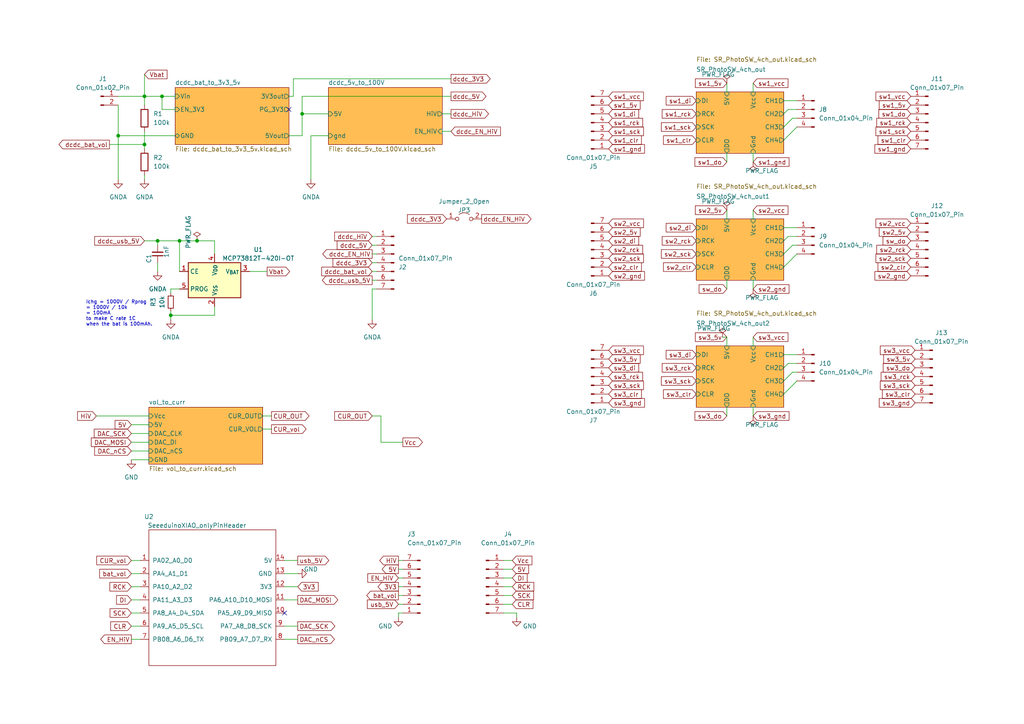
<source format=kicad_sch>
(kicad_sch
	(version 20231120)
	(generator "eeschema")
	(generator_version "8.0")
	(uuid "1293c2bf-ff74-4e5d-835f-9cba97fbdd7d")
	(paper "A4")
	(title_block
		(title "wrist_ems_w12electrodes")
		(date "2024-09-27")
		(rev "4")
		(company "akifumi takahashi (akiphvmi@gmail.com)")
		(comment 1 "changed charging current")
	)
	(lib_symbols
		(symbol "Battery_Management:MCP73812T-420I-OT"
			(exclude_from_sim no)
			(in_bom yes)
			(on_board yes)
			(property "Reference" "U"
				(at -6.35 6.35 0)
				(effects
					(font
						(size 1.27 1.27)
					)
				)
			)
			(property "Value" "MCP73812T-420I-OT"
				(at 1.27 6.35 0)
				(effects
					(font
						(size 1.27 1.27)
					)
					(justify left)
				)
			)
			(property "Footprint" "Package_TO_SOT_SMD:SOT-23-5"
				(at 1.27 -6.35 0)
				(effects
					(font
						(size 1.27 1.27)
					)
					(justify left)
					(hide yes)
				)
			)
			(property "Datasheet" "http://ww1.microchip.com/downloads/en/DeviceDoc/22036b.pdf"
				(at -6.35 6.35 0)
				(effects
					(font
						(size 1.27 1.27)
					)
					(hide yes)
				)
			)
			(property "Description" "Simple, Miniature Single-Cell, Fully Integrated Li-Ion / Li-Polymer Charge Management Controllers, 50mA-500mA, 4.2V, SOT23-5"
				(at 0 0 0)
				(effects
					(font
						(size 1.27 1.27)
					)
					(hide yes)
				)
			)
			(property "ki_keywords" "Lithium-Ion Battery Charger"
				(at 0 0 0)
				(effects
					(font
						(size 1.27 1.27)
					)
					(hide yes)
				)
			)
			(property "ki_fp_filters" "SOT?23*"
				(at 0 0 0)
				(effects
					(font
						(size 1.27 1.27)
					)
					(hide yes)
				)
			)
			(symbol "MCP73812T-420I-OT_0_1"
				(rectangle
					(start -7.62 5.08)
					(end 7.62 -5.08)
					(stroke
						(width 0.254)
						(type default)
					)
					(fill
						(type background)
					)
				)
			)
			(symbol "MCP73812T-420I-OT_1_1"
				(pin input line
					(at -10.16 2.54 0)
					(length 2.54)
					(name "CE"
						(effects
							(font
								(size 1.27 1.27)
							)
						)
					)
					(number "1"
						(effects
							(font
								(size 1.27 1.27)
							)
						)
					)
				)
				(pin power_in line
					(at 0 -7.62 90)
					(length 2.54)
					(name "V_{SS}"
						(effects
							(font
								(size 1.27 1.27)
							)
						)
					)
					(number "2"
						(effects
							(font
								(size 1.27 1.27)
							)
						)
					)
				)
				(pin power_out line
					(at 10.16 2.54 180)
					(length 2.54)
					(name "V_{BAT}"
						(effects
							(font
								(size 1.27 1.27)
							)
						)
					)
					(number "3"
						(effects
							(font
								(size 1.27 1.27)
							)
						)
					)
				)
				(pin power_in line
					(at 0 7.62 270)
					(length 2.54)
					(name "V_{DD}"
						(effects
							(font
								(size 1.27 1.27)
							)
						)
					)
					(number "4"
						(effects
							(font
								(size 1.27 1.27)
							)
						)
					)
				)
				(pin input line
					(at -10.16 -2.54 0)
					(length 2.54)
					(name "PROG"
						(effects
							(font
								(size 1.27 1.27)
							)
						)
					)
					(number "5"
						(effects
							(font
								(size 1.27 1.27)
							)
						)
					)
				)
			)
		)
		(symbol "Connector:Conn_01x02_Pin"
			(pin_names
				(offset 1.016) hide)
			(exclude_from_sim no)
			(in_bom yes)
			(on_board yes)
			(property "Reference" "J"
				(at 0 2.54 0)
				(effects
					(font
						(size 1.27 1.27)
					)
				)
			)
			(property "Value" "Conn_01x02_Pin"
				(at 0 -5.08 0)
				(effects
					(font
						(size 1.27 1.27)
					)
				)
			)
			(property "Footprint" ""
				(at 0 0 0)
				(effects
					(font
						(size 1.27 1.27)
					)
					(hide yes)
				)
			)
			(property "Datasheet" "~"
				(at 0 0 0)
				(effects
					(font
						(size 1.27 1.27)
					)
					(hide yes)
				)
			)
			(property "Description" "Generic connector, single row, 01x02, script generated"
				(at 0 0 0)
				(effects
					(font
						(size 1.27 1.27)
					)
					(hide yes)
				)
			)
			(property "ki_locked" ""
				(at 0 0 0)
				(effects
					(font
						(size 1.27 1.27)
					)
				)
			)
			(property "ki_keywords" "connector"
				(at 0 0 0)
				(effects
					(font
						(size 1.27 1.27)
					)
					(hide yes)
				)
			)
			(property "ki_fp_filters" "Connector*:*_1x??_*"
				(at 0 0 0)
				(effects
					(font
						(size 1.27 1.27)
					)
					(hide yes)
				)
			)
			(symbol "Conn_01x02_Pin_1_1"
				(polyline
					(pts
						(xy 1.27 -2.54) (xy 0.8636 -2.54)
					)
					(stroke
						(width 0.1524)
						(type default)
					)
					(fill
						(type none)
					)
				)
				(polyline
					(pts
						(xy 1.27 0) (xy 0.8636 0)
					)
					(stroke
						(width 0.1524)
						(type default)
					)
					(fill
						(type none)
					)
				)
				(rectangle
					(start 0.8636 -2.413)
					(end 0 -2.667)
					(stroke
						(width 0.1524)
						(type default)
					)
					(fill
						(type outline)
					)
				)
				(rectangle
					(start 0.8636 0.127)
					(end 0 -0.127)
					(stroke
						(width 0.1524)
						(type default)
					)
					(fill
						(type outline)
					)
				)
				(pin passive line
					(at 5.08 0 180)
					(length 3.81)
					(name "Pin_1"
						(effects
							(font
								(size 1.27 1.27)
							)
						)
					)
					(number "1"
						(effects
							(font
								(size 1.27 1.27)
							)
						)
					)
				)
				(pin passive line
					(at 5.08 -2.54 180)
					(length 3.81)
					(name "Pin_2"
						(effects
							(font
								(size 1.27 1.27)
							)
						)
					)
					(number "2"
						(effects
							(font
								(size 1.27 1.27)
							)
						)
					)
				)
			)
		)
		(symbol "Connector:Conn_01x04_Pin"
			(pin_names
				(offset 1.016) hide)
			(exclude_from_sim no)
			(in_bom yes)
			(on_board yes)
			(property "Reference" "J"
				(at 0 5.08 0)
				(effects
					(font
						(size 1.27 1.27)
					)
				)
			)
			(property "Value" "Conn_01x04_Pin"
				(at 0 -7.62 0)
				(effects
					(font
						(size 1.27 1.27)
					)
				)
			)
			(property "Footprint" ""
				(at 0 0 0)
				(effects
					(font
						(size 1.27 1.27)
					)
					(hide yes)
				)
			)
			(property "Datasheet" "~"
				(at 0 0 0)
				(effects
					(font
						(size 1.27 1.27)
					)
					(hide yes)
				)
			)
			(property "Description" "Generic connector, single row, 01x04, script generated"
				(at 0 0 0)
				(effects
					(font
						(size 1.27 1.27)
					)
					(hide yes)
				)
			)
			(property "ki_locked" ""
				(at 0 0 0)
				(effects
					(font
						(size 1.27 1.27)
					)
				)
			)
			(property "ki_keywords" "connector"
				(at 0 0 0)
				(effects
					(font
						(size 1.27 1.27)
					)
					(hide yes)
				)
			)
			(property "ki_fp_filters" "Connector*:*_1x??_*"
				(at 0 0 0)
				(effects
					(font
						(size 1.27 1.27)
					)
					(hide yes)
				)
			)
			(symbol "Conn_01x04_Pin_1_1"
				(polyline
					(pts
						(xy 1.27 -5.08) (xy 0.8636 -5.08)
					)
					(stroke
						(width 0.1524)
						(type default)
					)
					(fill
						(type none)
					)
				)
				(polyline
					(pts
						(xy 1.27 -2.54) (xy 0.8636 -2.54)
					)
					(stroke
						(width 0.1524)
						(type default)
					)
					(fill
						(type none)
					)
				)
				(polyline
					(pts
						(xy 1.27 0) (xy 0.8636 0)
					)
					(stroke
						(width 0.1524)
						(type default)
					)
					(fill
						(type none)
					)
				)
				(polyline
					(pts
						(xy 1.27 2.54) (xy 0.8636 2.54)
					)
					(stroke
						(width 0.1524)
						(type default)
					)
					(fill
						(type none)
					)
				)
				(rectangle
					(start 0.8636 -4.953)
					(end 0 -5.207)
					(stroke
						(width 0.1524)
						(type default)
					)
					(fill
						(type outline)
					)
				)
				(rectangle
					(start 0.8636 -2.413)
					(end 0 -2.667)
					(stroke
						(width 0.1524)
						(type default)
					)
					(fill
						(type outline)
					)
				)
				(rectangle
					(start 0.8636 0.127)
					(end 0 -0.127)
					(stroke
						(width 0.1524)
						(type default)
					)
					(fill
						(type outline)
					)
				)
				(rectangle
					(start 0.8636 2.667)
					(end 0 2.413)
					(stroke
						(width 0.1524)
						(type default)
					)
					(fill
						(type outline)
					)
				)
				(pin passive line
					(at 5.08 2.54 180)
					(length 3.81)
					(name "Pin_1"
						(effects
							(font
								(size 1.27 1.27)
							)
						)
					)
					(number "1"
						(effects
							(font
								(size 1.27 1.27)
							)
						)
					)
				)
				(pin passive line
					(at 5.08 0 180)
					(length 3.81)
					(name "Pin_2"
						(effects
							(font
								(size 1.27 1.27)
							)
						)
					)
					(number "2"
						(effects
							(font
								(size 1.27 1.27)
							)
						)
					)
				)
				(pin passive line
					(at 5.08 -2.54 180)
					(length 3.81)
					(name "Pin_3"
						(effects
							(font
								(size 1.27 1.27)
							)
						)
					)
					(number "3"
						(effects
							(font
								(size 1.27 1.27)
							)
						)
					)
				)
				(pin passive line
					(at 5.08 -5.08 180)
					(length 3.81)
					(name "Pin_4"
						(effects
							(font
								(size 1.27 1.27)
							)
						)
					)
					(number "4"
						(effects
							(font
								(size 1.27 1.27)
							)
						)
					)
				)
			)
		)
		(symbol "Connector:Conn_01x07_Pin"
			(pin_names
				(offset 1.016) hide)
			(exclude_from_sim no)
			(in_bom yes)
			(on_board yes)
			(property "Reference" "J"
				(at 0 10.16 0)
				(effects
					(font
						(size 1.27 1.27)
					)
				)
			)
			(property "Value" "Conn_01x07_Pin"
				(at 0 -10.16 0)
				(effects
					(font
						(size 1.27 1.27)
					)
				)
			)
			(property "Footprint" ""
				(at 0 0 0)
				(effects
					(font
						(size 1.27 1.27)
					)
					(hide yes)
				)
			)
			(property "Datasheet" "~"
				(at 0 0 0)
				(effects
					(font
						(size 1.27 1.27)
					)
					(hide yes)
				)
			)
			(property "Description" "Generic connector, single row, 01x07, script generated"
				(at 0 0 0)
				(effects
					(font
						(size 1.27 1.27)
					)
					(hide yes)
				)
			)
			(property "ki_locked" ""
				(at 0 0 0)
				(effects
					(font
						(size 1.27 1.27)
					)
				)
			)
			(property "ki_keywords" "connector"
				(at 0 0 0)
				(effects
					(font
						(size 1.27 1.27)
					)
					(hide yes)
				)
			)
			(property "ki_fp_filters" "Connector*:*_1x??_*"
				(at 0 0 0)
				(effects
					(font
						(size 1.27 1.27)
					)
					(hide yes)
				)
			)
			(symbol "Conn_01x07_Pin_1_1"
				(polyline
					(pts
						(xy 1.27 -7.62) (xy 0.8636 -7.62)
					)
					(stroke
						(width 0.1524)
						(type default)
					)
					(fill
						(type none)
					)
				)
				(polyline
					(pts
						(xy 1.27 -5.08) (xy 0.8636 -5.08)
					)
					(stroke
						(width 0.1524)
						(type default)
					)
					(fill
						(type none)
					)
				)
				(polyline
					(pts
						(xy 1.27 -2.54) (xy 0.8636 -2.54)
					)
					(stroke
						(width 0.1524)
						(type default)
					)
					(fill
						(type none)
					)
				)
				(polyline
					(pts
						(xy 1.27 0) (xy 0.8636 0)
					)
					(stroke
						(width 0.1524)
						(type default)
					)
					(fill
						(type none)
					)
				)
				(polyline
					(pts
						(xy 1.27 2.54) (xy 0.8636 2.54)
					)
					(stroke
						(width 0.1524)
						(type default)
					)
					(fill
						(type none)
					)
				)
				(polyline
					(pts
						(xy 1.27 5.08) (xy 0.8636 5.08)
					)
					(stroke
						(width 0.1524)
						(type default)
					)
					(fill
						(type none)
					)
				)
				(polyline
					(pts
						(xy 1.27 7.62) (xy 0.8636 7.62)
					)
					(stroke
						(width 0.1524)
						(type default)
					)
					(fill
						(type none)
					)
				)
				(rectangle
					(start 0.8636 -7.493)
					(end 0 -7.747)
					(stroke
						(width 0.1524)
						(type default)
					)
					(fill
						(type outline)
					)
				)
				(rectangle
					(start 0.8636 -4.953)
					(end 0 -5.207)
					(stroke
						(width 0.1524)
						(type default)
					)
					(fill
						(type outline)
					)
				)
				(rectangle
					(start 0.8636 -2.413)
					(end 0 -2.667)
					(stroke
						(width 0.1524)
						(type default)
					)
					(fill
						(type outline)
					)
				)
				(rectangle
					(start 0.8636 0.127)
					(end 0 -0.127)
					(stroke
						(width 0.1524)
						(type default)
					)
					(fill
						(type outline)
					)
				)
				(rectangle
					(start 0.8636 2.667)
					(end 0 2.413)
					(stroke
						(width 0.1524)
						(type default)
					)
					(fill
						(type outline)
					)
				)
				(rectangle
					(start 0.8636 5.207)
					(end 0 4.953)
					(stroke
						(width 0.1524)
						(type default)
					)
					(fill
						(type outline)
					)
				)
				(rectangle
					(start 0.8636 7.747)
					(end 0 7.493)
					(stroke
						(width 0.1524)
						(type default)
					)
					(fill
						(type outline)
					)
				)
				(pin passive line
					(at 5.08 7.62 180)
					(length 3.81)
					(name "Pin_1"
						(effects
							(font
								(size 1.27 1.27)
							)
						)
					)
					(number "1"
						(effects
							(font
								(size 1.27 1.27)
							)
						)
					)
				)
				(pin passive line
					(at 5.08 5.08 180)
					(length 3.81)
					(name "Pin_2"
						(effects
							(font
								(size 1.27 1.27)
							)
						)
					)
					(number "2"
						(effects
							(font
								(size 1.27 1.27)
							)
						)
					)
				)
				(pin passive line
					(at 5.08 2.54 180)
					(length 3.81)
					(name "Pin_3"
						(effects
							(font
								(size 1.27 1.27)
							)
						)
					)
					(number "3"
						(effects
							(font
								(size 1.27 1.27)
							)
						)
					)
				)
				(pin passive line
					(at 5.08 0 180)
					(length 3.81)
					(name "Pin_4"
						(effects
							(font
								(size 1.27 1.27)
							)
						)
					)
					(number "4"
						(effects
							(font
								(size 1.27 1.27)
							)
						)
					)
				)
				(pin passive line
					(at 5.08 -2.54 180)
					(length 3.81)
					(name "Pin_5"
						(effects
							(font
								(size 1.27 1.27)
							)
						)
					)
					(number "5"
						(effects
							(font
								(size 1.27 1.27)
							)
						)
					)
				)
				(pin passive line
					(at 5.08 -5.08 180)
					(length 3.81)
					(name "Pin_6"
						(effects
							(font
								(size 1.27 1.27)
							)
						)
					)
					(number "6"
						(effects
							(font
								(size 1.27 1.27)
							)
						)
					)
				)
				(pin passive line
					(at 5.08 -7.62 180)
					(length 3.81)
					(name "Pin_7"
						(effects
							(font
								(size 1.27 1.27)
							)
						)
					)
					(number "7"
						(effects
							(font
								(size 1.27 1.27)
							)
						)
					)
				)
			)
		)
		(symbol "Device:C_Small"
			(pin_numbers hide)
			(pin_names
				(offset 0.254) hide)
			(exclude_from_sim no)
			(in_bom yes)
			(on_board yes)
			(property "Reference" "C"
				(at 0.254 1.778 0)
				(effects
					(font
						(size 1.27 1.27)
					)
					(justify left)
				)
			)
			(property "Value" "C_Small"
				(at 0.254 -2.032 0)
				(effects
					(font
						(size 1.27 1.27)
					)
					(justify left)
				)
			)
			(property "Footprint" ""
				(at 0 0 0)
				(effects
					(font
						(size 1.27 1.27)
					)
					(hide yes)
				)
			)
			(property "Datasheet" "~"
				(at 0 0 0)
				(effects
					(font
						(size 1.27 1.27)
					)
					(hide yes)
				)
			)
			(property "Description" "Unpolarized capacitor, small symbol"
				(at 0 0 0)
				(effects
					(font
						(size 1.27 1.27)
					)
					(hide yes)
				)
			)
			(property "ki_keywords" "capacitor cap"
				(at 0 0 0)
				(effects
					(font
						(size 1.27 1.27)
					)
					(hide yes)
				)
			)
			(property "ki_fp_filters" "C_*"
				(at 0 0 0)
				(effects
					(font
						(size 1.27 1.27)
					)
					(hide yes)
				)
			)
			(symbol "C_Small_0_1"
				(polyline
					(pts
						(xy -1.524 -0.508) (xy 1.524 -0.508)
					)
					(stroke
						(width 0.3302)
						(type default)
					)
					(fill
						(type none)
					)
				)
				(polyline
					(pts
						(xy -1.524 0.508) (xy 1.524 0.508)
					)
					(stroke
						(width 0.3048)
						(type default)
					)
					(fill
						(type none)
					)
				)
			)
			(symbol "C_Small_1_1"
				(pin passive line
					(at 0 2.54 270)
					(length 2.032)
					(name "~"
						(effects
							(font
								(size 1.27 1.27)
							)
						)
					)
					(number "1"
						(effects
							(font
								(size 1.27 1.27)
							)
						)
					)
				)
				(pin passive line
					(at 0 -2.54 90)
					(length 2.032)
					(name "~"
						(effects
							(font
								(size 1.27 1.27)
							)
						)
					)
					(number "2"
						(effects
							(font
								(size 1.27 1.27)
							)
						)
					)
				)
			)
		)
		(symbol "Device:R"
			(pin_numbers hide)
			(pin_names
				(offset 0)
			)
			(exclude_from_sim no)
			(in_bom yes)
			(on_board yes)
			(property "Reference" "R"
				(at 2.032 0 90)
				(effects
					(font
						(size 1.27 1.27)
					)
				)
			)
			(property "Value" "R"
				(at 0 0 90)
				(effects
					(font
						(size 1.27 1.27)
					)
				)
			)
			(property "Footprint" ""
				(at -1.778 0 90)
				(effects
					(font
						(size 1.27 1.27)
					)
					(hide yes)
				)
			)
			(property "Datasheet" "~"
				(at 0 0 0)
				(effects
					(font
						(size 1.27 1.27)
					)
					(hide yes)
				)
			)
			(property "Description" "Resistor"
				(at 0 0 0)
				(effects
					(font
						(size 1.27 1.27)
					)
					(hide yes)
				)
			)
			(property "ki_keywords" "R res resistor"
				(at 0 0 0)
				(effects
					(font
						(size 1.27 1.27)
					)
					(hide yes)
				)
			)
			(property "ki_fp_filters" "R_*"
				(at 0 0 0)
				(effects
					(font
						(size 1.27 1.27)
					)
					(hide yes)
				)
			)
			(symbol "R_0_1"
				(rectangle
					(start -1.016 -2.54)
					(end 1.016 2.54)
					(stroke
						(width 0.254)
						(type default)
					)
					(fill
						(type none)
					)
				)
			)
			(symbol "R_1_1"
				(pin passive line
					(at 0 3.81 270)
					(length 1.27)
					(name "~"
						(effects
							(font
								(size 1.27 1.27)
							)
						)
					)
					(number "1"
						(effects
							(font
								(size 1.27 1.27)
							)
						)
					)
				)
				(pin passive line
					(at 0 -3.81 90)
					(length 1.27)
					(name "~"
						(effects
							(font
								(size 1.27 1.27)
							)
						)
					)
					(number "2"
						(effects
							(font
								(size 1.27 1.27)
							)
						)
					)
				)
			)
		)
		(symbol "Device:R_Small"
			(pin_numbers hide)
			(pin_names
				(offset 0.254) hide)
			(exclude_from_sim no)
			(in_bom yes)
			(on_board yes)
			(property "Reference" "R"
				(at 0.762 0.508 0)
				(effects
					(font
						(size 1.27 1.27)
					)
					(justify left)
				)
			)
			(property "Value" "R_Small"
				(at 0.762 -1.016 0)
				(effects
					(font
						(size 1.27 1.27)
					)
					(justify left)
				)
			)
			(property "Footprint" ""
				(at 0 0 0)
				(effects
					(font
						(size 1.27 1.27)
					)
					(hide yes)
				)
			)
			(property "Datasheet" "~"
				(at 0 0 0)
				(effects
					(font
						(size 1.27 1.27)
					)
					(hide yes)
				)
			)
			(property "Description" "Resistor, small symbol"
				(at 0 0 0)
				(effects
					(font
						(size 1.27 1.27)
					)
					(hide yes)
				)
			)
			(property "ki_keywords" "R resistor"
				(at 0 0 0)
				(effects
					(font
						(size 1.27 1.27)
					)
					(hide yes)
				)
			)
			(property "ki_fp_filters" "R_*"
				(at 0 0 0)
				(effects
					(font
						(size 1.27 1.27)
					)
					(hide yes)
				)
			)
			(symbol "R_Small_0_1"
				(rectangle
					(start -0.762 1.778)
					(end 0.762 -1.778)
					(stroke
						(width 0.2032)
						(type default)
					)
					(fill
						(type none)
					)
				)
			)
			(symbol "R_Small_1_1"
				(pin passive line
					(at 0 2.54 270)
					(length 0.762)
					(name "~"
						(effects
							(font
								(size 1.27 1.27)
							)
						)
					)
					(number "1"
						(effects
							(font
								(size 1.27 1.27)
							)
						)
					)
				)
				(pin passive line
					(at 0 -2.54 90)
					(length 0.762)
					(name "~"
						(effects
							(font
								(size 1.27 1.27)
							)
						)
					)
					(number "2"
						(effects
							(font
								(size 1.27 1.27)
							)
						)
					)
				)
			)
		)
		(symbol "Jumper:Jumper_2_Open"
			(pin_names
				(offset 0) hide)
			(exclude_from_sim no)
			(in_bom yes)
			(on_board yes)
			(property "Reference" "JP"
				(at 0 2.794 0)
				(effects
					(font
						(size 1.27 1.27)
					)
				)
			)
			(property "Value" "Jumper_2_Open"
				(at 0 -2.286 0)
				(effects
					(font
						(size 1.27 1.27)
					)
				)
			)
			(property "Footprint" ""
				(at 0 0 0)
				(effects
					(font
						(size 1.27 1.27)
					)
					(hide yes)
				)
			)
			(property "Datasheet" "~"
				(at 0 0 0)
				(effects
					(font
						(size 1.27 1.27)
					)
					(hide yes)
				)
			)
			(property "Description" "Jumper, 2-pole, open"
				(at 0 0 0)
				(effects
					(font
						(size 1.27 1.27)
					)
					(hide yes)
				)
			)
			(property "ki_keywords" "Jumper SPST"
				(at 0 0 0)
				(effects
					(font
						(size 1.27 1.27)
					)
					(hide yes)
				)
			)
			(property "ki_fp_filters" "Jumper* TestPoint*2Pads* TestPoint*Bridge*"
				(at 0 0 0)
				(effects
					(font
						(size 1.27 1.27)
					)
					(hide yes)
				)
			)
			(symbol "Jumper_2_Open_0_0"
				(circle
					(center -2.032 0)
					(radius 0.508)
					(stroke
						(width 0)
						(type default)
					)
					(fill
						(type none)
					)
				)
				(circle
					(center 2.032 0)
					(radius 0.508)
					(stroke
						(width 0)
						(type default)
					)
					(fill
						(type none)
					)
				)
			)
			(symbol "Jumper_2_Open_0_1"
				(arc
					(start 1.524 1.27)
					(mid 0 1.778)
					(end -1.524 1.27)
					(stroke
						(width 0)
						(type default)
					)
					(fill
						(type none)
					)
				)
			)
			(symbol "Jumper_2_Open_1_1"
				(pin passive line
					(at -5.08 0 0)
					(length 2.54)
					(name "A"
						(effects
							(font
								(size 1.27 1.27)
							)
						)
					)
					(number "1"
						(effects
							(font
								(size 1.27 1.27)
							)
						)
					)
				)
				(pin passive line
					(at 5.08 0 180)
					(length 2.54)
					(name "B"
						(effects
							(font
								(size 1.27 1.27)
							)
						)
					)
					(number "2"
						(effects
							(font
								(size 1.27 1.27)
							)
						)
					)
				)
			)
		)
		(symbol "Seeed_Studio_XIAO_Series:Seeed Studio XIAO SAMD21"
			(pin_names
				(offset 1.016)
			)
			(exclude_from_sim no)
			(in_bom yes)
			(on_board yes)
			(property "Reference" "U2"
				(at -19.05 24.13 0)
				(effects
					(font
						(size 1.27 1.27)
					)
				)
			)
			(property "Value" "SeeeduinoXIAO_onlyPinHeader"
				(at -5.08 21.59 0)
				(effects
					(font
						(size 1.27 1.27)
					)
				)
			)
			(property "Footprint" "Seeed Studio XIAO Series Library:XIAO-nRF52840-Sense-14P-2.54-21X17.8MM"
				(at -8.89 5.08 0)
				(effects
					(font
						(size 1.27 1.27)
					)
					(hide yes)
				)
			)
			(property "Datasheet" ""
				(at -8.89 5.08 0)
				(effects
					(font
						(size 1.27 1.27)
					)
					(hide yes)
				)
			)
			(property "Description" ""
				(at 0 0 0)
				(effects
					(font
						(size 1.27 1.27)
					)
					(hide yes)
				)
			)
			(symbol "Seeed Studio XIAO SAMD21_0_1"
				(rectangle
					(start -19.05 20.32)
					(end 17.78 -19.05)
					(stroke
						(width 0)
						(type default)
					)
					(fill
						(type none)
					)
				)
			)
			(symbol "Seeed Studio XIAO SAMD21_1_1"
				(pin unspecified line
					(at -21.59 11.43 0)
					(length 2.54)
					(name "PA02_A0_D0"
						(effects
							(font
								(size 1.27 1.27)
							)
						)
					)
					(number "1"
						(effects
							(font
								(size 1.27 1.27)
							)
						)
					)
				)
				(pin unspecified line
					(at 20.32 -3.81 180)
					(length 2.54)
					(name "PA5_A9_D9_MISO"
						(effects
							(font
								(size 1.27 1.27)
							)
						)
					)
					(number "10"
						(effects
							(font
								(size 1.27 1.27)
							)
						)
					)
				)
				(pin unspecified line
					(at 20.32 0 180)
					(length 2.54)
					(name "PA6_A10_D10_MOSI"
						(effects
							(font
								(size 1.27 1.27)
							)
						)
					)
					(number "11"
						(effects
							(font
								(size 1.27 1.27)
							)
						)
					)
				)
				(pin unspecified line
					(at 20.32 3.81 180)
					(length 2.54)
					(name "3V3"
						(effects
							(font
								(size 1.27 1.27)
							)
						)
					)
					(number "12"
						(effects
							(font
								(size 1.27 1.27)
							)
						)
					)
				)
				(pin unspecified line
					(at 20.32 7.62 180)
					(length 2.54)
					(name "GND"
						(effects
							(font
								(size 1.27 1.27)
							)
						)
					)
					(number "13"
						(effects
							(font
								(size 1.27 1.27)
							)
						)
					)
				)
				(pin unspecified line
					(at 20.32 11.43 180)
					(length 2.54)
					(name "5V"
						(effects
							(font
								(size 1.27 1.27)
							)
						)
					)
					(number "14"
						(effects
							(font
								(size 1.27 1.27)
							)
						)
					)
				)
				(pin unspecified line
					(at -21.59 7.62 0)
					(length 2.54)
					(name "PA4_A1_D1"
						(effects
							(font
								(size 1.27 1.27)
							)
						)
					)
					(number "2"
						(effects
							(font
								(size 1.27 1.27)
							)
						)
					)
				)
				(pin unspecified line
					(at -21.59 3.81 0)
					(length 2.54)
					(name "PA10_A2_D2"
						(effects
							(font
								(size 1.27 1.27)
							)
						)
					)
					(number "3"
						(effects
							(font
								(size 1.27 1.27)
							)
						)
					)
				)
				(pin unspecified line
					(at -21.59 0 0)
					(length 2.54)
					(name "PA11_A3_D3"
						(effects
							(font
								(size 1.27 1.27)
							)
						)
					)
					(number "4"
						(effects
							(font
								(size 1.27 1.27)
							)
						)
					)
				)
				(pin unspecified line
					(at -21.59 -3.81 0)
					(length 2.54)
					(name "PA8_A4_D4_SDA"
						(effects
							(font
								(size 1.27 1.27)
							)
						)
					)
					(number "5"
						(effects
							(font
								(size 1.27 1.27)
							)
						)
					)
				)
				(pin unspecified line
					(at -21.59 -7.62 0)
					(length 2.54)
					(name "PA9_A5_D5_SCL"
						(effects
							(font
								(size 1.27 1.27)
							)
						)
					)
					(number "6"
						(effects
							(font
								(size 1.27 1.27)
							)
						)
					)
				)
				(pin unspecified line
					(at -21.59 -11.43 0)
					(length 2.54)
					(name "PB08_A6_D6_TX"
						(effects
							(font
								(size 1.27 1.27)
							)
						)
					)
					(number "7"
						(effects
							(font
								(size 1.27 1.27)
							)
						)
					)
				)
				(pin unspecified line
					(at 20.32 -11.43 180)
					(length 2.54)
					(name "PB09_A7_D7_RX"
						(effects
							(font
								(size 1.27 1.27)
							)
						)
					)
					(number "8"
						(effects
							(font
								(size 1.27 1.27)
							)
						)
					)
				)
				(pin unspecified line
					(at 20.32 -7.62 180)
					(length 2.54)
					(name "PA7_A8_D8_SCK"
						(effects
							(font
								(size 1.27 1.27)
							)
						)
					)
					(number "9"
						(effects
							(font
								(size 1.27 1.27)
							)
						)
					)
				)
			)
		)
		(symbol "power:GND"
			(power)
			(pin_names
				(offset 0)
			)
			(exclude_from_sim no)
			(in_bom yes)
			(on_board yes)
			(property "Reference" "#PWR"
				(at 0 -6.35 0)
				(effects
					(font
						(size 1.27 1.27)
					)
					(hide yes)
				)
			)
			(property "Value" "GND"
				(at 0 -3.81 0)
				(effects
					(font
						(size 1.27 1.27)
					)
				)
			)
			(property "Footprint" ""
				(at 0 0 0)
				(effects
					(font
						(size 1.27 1.27)
					)
					(hide yes)
				)
			)
			(property "Datasheet" ""
				(at 0 0 0)
				(effects
					(font
						(size 1.27 1.27)
					)
					(hide yes)
				)
			)
			(property "Description" "Power symbol creates a global label with name \"GND\" , ground"
				(at 0 0 0)
				(effects
					(font
						(size 1.27 1.27)
					)
					(hide yes)
				)
			)
			(property "ki_keywords" "global power"
				(at 0 0 0)
				(effects
					(font
						(size 1.27 1.27)
					)
					(hide yes)
				)
			)
			(symbol "GND_0_1"
				(polyline
					(pts
						(xy 0 0) (xy 0 -1.27) (xy 1.27 -1.27) (xy 0 -2.54) (xy -1.27 -1.27) (xy 0 -1.27)
					)
					(stroke
						(width 0)
						(type default)
					)
					(fill
						(type none)
					)
				)
			)
			(symbol "GND_1_1"
				(pin power_in line
					(at 0 0 270)
					(length 0) hide
					(name "GND"
						(effects
							(font
								(size 1.27 1.27)
							)
						)
					)
					(number "1"
						(effects
							(font
								(size 1.27 1.27)
							)
						)
					)
				)
			)
		)
		(symbol "power:GNDA"
			(power)
			(pin_names
				(offset 0)
			)
			(exclude_from_sim no)
			(in_bom yes)
			(on_board yes)
			(property "Reference" "#PWR"
				(at 0 -6.35 0)
				(effects
					(font
						(size 1.27 1.27)
					)
					(hide yes)
				)
			)
			(property "Value" "GNDA"
				(at 0 -3.81 0)
				(effects
					(font
						(size 1.27 1.27)
					)
				)
			)
			(property "Footprint" ""
				(at 0 0 0)
				(effects
					(font
						(size 1.27 1.27)
					)
					(hide yes)
				)
			)
			(property "Datasheet" ""
				(at 0 0 0)
				(effects
					(font
						(size 1.27 1.27)
					)
					(hide yes)
				)
			)
			(property "Description" "Power symbol creates a global label with name \"GNDA\" , analog ground"
				(at 0 0 0)
				(effects
					(font
						(size 1.27 1.27)
					)
					(hide yes)
				)
			)
			(property "ki_keywords" "global power"
				(at 0 0 0)
				(effects
					(font
						(size 1.27 1.27)
					)
					(hide yes)
				)
			)
			(symbol "GNDA_0_1"
				(polyline
					(pts
						(xy 0 0) (xy 0 -1.27) (xy 1.27 -1.27) (xy 0 -2.54) (xy -1.27 -1.27) (xy 0 -1.27)
					)
					(stroke
						(width 0)
						(type default)
					)
					(fill
						(type none)
					)
				)
			)
			(symbol "GNDA_1_1"
				(pin power_in line
					(at 0 0 270)
					(length 0) hide
					(name "GNDA"
						(effects
							(font
								(size 1.27 1.27)
							)
						)
					)
					(number "1"
						(effects
							(font
								(size 1.27 1.27)
							)
						)
					)
				)
			)
		)
		(symbol "power:PWR_FLAG"
			(power)
			(pin_numbers hide)
			(pin_names
				(offset 0) hide)
			(exclude_from_sim no)
			(in_bom yes)
			(on_board yes)
			(property "Reference" "#FLG"
				(at 0 1.905 0)
				(effects
					(font
						(size 1.27 1.27)
					)
					(hide yes)
				)
			)
			(property "Value" "PWR_FLAG"
				(at 0 3.81 0)
				(effects
					(font
						(size 1.27 1.27)
					)
				)
			)
			(property "Footprint" ""
				(at 0 0 0)
				(effects
					(font
						(size 1.27 1.27)
					)
					(hide yes)
				)
			)
			(property "Datasheet" "~"
				(at 0 0 0)
				(effects
					(font
						(size 1.27 1.27)
					)
					(hide yes)
				)
			)
			(property "Description" "Special symbol for telling ERC where power comes from"
				(at 0 0 0)
				(effects
					(font
						(size 1.27 1.27)
					)
					(hide yes)
				)
			)
			(property "ki_keywords" "flag power"
				(at 0 0 0)
				(effects
					(font
						(size 1.27 1.27)
					)
					(hide yes)
				)
			)
			(symbol "PWR_FLAG_0_0"
				(pin power_out line
					(at 0 0 90)
					(length 0)
					(name "pwr"
						(effects
							(font
								(size 1.27 1.27)
							)
						)
					)
					(number "1"
						(effects
							(font
								(size 1.27 1.27)
							)
						)
					)
				)
			)
			(symbol "PWR_FLAG_0_1"
				(polyline
					(pts
						(xy 0 0) (xy 0 1.27) (xy -1.016 1.905) (xy 0 2.54) (xy 1.016 1.905) (xy 0 1.27)
					)
					(stroke
						(width 0)
						(type default)
					)
					(fill
						(type none)
					)
				)
			)
		)
	)
	(junction
		(at 46.99 27.94)
		(diameter 0)
		(color 0 0 0 0)
		(uuid "00c9fd70-315c-44c8-ae30-430e0ce86230")
	)
	(junction
		(at 45.72 69.85)
		(diameter 0)
		(color 0 0 0 0)
		(uuid "26e74226-e3cc-4b22-96f7-bdaa975903c7")
	)
	(junction
		(at 87.63 33.02)
		(diameter 0)
		(color 0 0 0 0)
		(uuid "4e69f691-9ed3-4aa9-85ef-0bfd681be445")
	)
	(junction
		(at 41.91 41.91)
		(diameter 0)
		(color 0 0 0 0)
		(uuid "73e8e27e-7acc-4bbb-a4a1-ab65a3707f2c")
	)
	(junction
		(at 52.07 69.85)
		(diameter 0)
		(color 0 0 0 0)
		(uuid "a25cc50c-5b58-4e17-85c0-e9a6cf4a7900")
	)
	(junction
		(at 57.15 69.85)
		(diameter 0)
		(color 0 0 0 0)
		(uuid "abca597e-f64c-4e35-9e68-523e5cc3839f")
	)
	(junction
		(at 49.53 91.44)
		(diameter 0)
		(color 0 0 0 0)
		(uuid "adcfc9ef-3aa1-421b-bc13-78bcf8921c58")
	)
	(junction
		(at 41.91 27.94)
		(diameter 0)
		(color 0 0 0 0)
		(uuid "bd9685d8-99db-4478-adce-ce86e07215a0")
	)
	(junction
		(at 34.29 39.37)
		(diameter 0)
		(color 0 0 0 0)
		(uuid "d92fd84b-a2f9-48ed-919b-17e3a3d830e5")
	)
	(no_connect
		(at 82.55 177.8)
		(uuid "04a43512-4cfc-4214-b178-d8a188eee04f")
	)
	(no_connect
		(at 83.82 31.75)
		(uuid "6c2438c1-cc85-45e8-90d3-69789517c8c3")
	)
	(wire
		(pts
			(xy 227.33 33.02) (xy 228.6 31.75)
		)
		(stroke
			(width 0)
			(type default)
		)
		(uuid "00c2aa72-5d87-4b3f-a253-f155927f7af7")
	)
	(wire
		(pts
			(xy 49.53 83.82) (xy 49.53 85.09)
		)
		(stroke
			(width 0)
			(type default)
		)
		(uuid "0173f416-076a-495c-93b7-566f8e942c0f")
	)
	(wire
		(pts
			(xy 227.33 36.83) (xy 229.87 34.29)
		)
		(stroke
			(width 0)
			(type default)
		)
		(uuid "03b87ebe-f8ec-4192-9354-b7172d95a3c9")
	)
	(wire
		(pts
			(xy 45.72 69.85) (xy 45.72 71.12)
		)
		(stroke
			(width 0)
			(type default)
		)
		(uuid "040cea9f-9d15-46ba-9c10-1921e1e71d0c")
	)
	(wire
		(pts
			(xy 46.99 27.94) (xy 46.99 31.75)
		)
		(stroke
			(width 0)
			(type default)
		)
		(uuid "0435de15-c363-43d2-8180-5c7fd0c5a876")
	)
	(wire
		(pts
			(xy 210.82 24.13) (xy 210.82 26.67)
		)
		(stroke
			(width 0)
			(type default)
		)
		(uuid "051897a3-d8fe-4912-a3bb-3a07c2b8dc5b")
	)
	(wire
		(pts
			(xy 107.95 71.12) (xy 109.22 71.12)
		)
		(stroke
			(width 0)
			(type default)
		)
		(uuid "0629c662-aa8b-46a8-b8f8-c0973dc09c15")
	)
	(wire
		(pts
			(xy 149.86 177.8) (xy 149.86 179.07)
		)
		(stroke
			(width 0)
			(type default)
		)
		(uuid "0c3cbaa3-12bf-4071-9467-c76a5aed37a2")
	)
	(wire
		(pts
			(xy 229.87 107.95) (xy 231.14 107.95)
		)
		(stroke
			(width 0)
			(type default)
		)
		(uuid "0cca8854-257d-43ca-ba08-54b59cf610b2")
	)
	(wire
		(pts
			(xy 38.1 133.35) (xy 43.18 133.35)
		)
		(stroke
			(width 0)
			(type default)
		)
		(uuid "12e88928-9ef5-40a9-8cad-111386c3179a")
	)
	(wire
		(pts
			(xy 87.63 33.02) (xy 95.25 33.02)
		)
		(stroke
			(width 0)
			(type default)
		)
		(uuid "1cd8009c-03b5-4382-ba73-61f8601c332d")
	)
	(wire
		(pts
			(xy 27.94 120.65) (xy 43.18 120.65)
		)
		(stroke
			(width 0)
			(type default)
		)
		(uuid "1f1b9f83-18eb-404d-927d-eeee5f95ca74")
	)
	(wire
		(pts
			(xy 115.57 172.72) (xy 116.84 172.72)
		)
		(stroke
			(width 0)
			(type default)
		)
		(uuid "1f27eabf-a991-4f9f-864d-c7e58a0e3235")
	)
	(wire
		(pts
			(xy 34.29 39.37) (xy 50.8 39.37)
		)
		(stroke
			(width 0)
			(type default)
		)
		(uuid "1f6bd577-c6a9-41e7-ab3c-cd4528235a1a")
	)
	(wire
		(pts
			(xy 62.23 91.44) (xy 62.23 88.9)
		)
		(stroke
			(width 0)
			(type default)
		)
		(uuid "20e54b87-2c8b-4504-ab93-3a5c14b6bfad")
	)
	(wire
		(pts
			(xy 49.53 91.44) (xy 62.23 91.44)
		)
		(stroke
			(width 0)
			(type default)
		)
		(uuid "2273ac6e-2f36-474e-8a10-3d06e044c18a")
	)
	(wire
		(pts
			(xy 41.91 38.1) (xy 41.91 41.91)
		)
		(stroke
			(width 0)
			(type default)
		)
		(uuid "22b77989-3366-4fb0-a9a4-4b3a4d3ffb8c")
	)
	(wire
		(pts
			(xy 218.44 24.13) (xy 218.44 26.67)
		)
		(stroke
			(width 0)
			(type default)
		)
		(uuid "23836615-956d-4b05-ae02-449b9fbbb005")
	)
	(wire
		(pts
			(xy 38.1 130.81) (xy 43.18 130.81)
		)
		(stroke
			(width 0)
			(type default)
		)
		(uuid "27c5fbff-924e-4390-a43d-059f713c6d2d")
	)
	(wire
		(pts
			(xy 227.33 102.87) (xy 231.14 102.87)
		)
		(stroke
			(width 0)
			(type default)
		)
		(uuid "2ac35e74-a94e-411e-bf8d-043c6d3bbae3")
	)
	(wire
		(pts
			(xy 115.57 167.64) (xy 116.84 167.64)
		)
		(stroke
			(width 0)
			(type default)
		)
		(uuid "2c532a55-69b0-47d0-a742-0503c8b8979b")
	)
	(wire
		(pts
			(xy 86.36 181.61) (xy 82.55 181.61)
		)
		(stroke
			(width 0)
			(type default)
		)
		(uuid "2d2c25b0-1dfa-4c39-b6ab-8a89fab5fbbc")
	)
	(wire
		(pts
			(xy 83.82 39.37) (xy 87.63 39.37)
		)
		(stroke
			(width 0)
			(type default)
		)
		(uuid "2e854a01-a94c-489b-b87b-19afedb5bc13")
	)
	(wire
		(pts
			(xy 227.33 77.47) (xy 231.14 73.66)
		)
		(stroke
			(width 0)
			(type default)
		)
		(uuid "33430d53-9675-42c1-8e1c-1d25b6d0154d")
	)
	(wire
		(pts
			(xy 85.09 22.86) (xy 130.81 22.86)
		)
		(stroke
			(width 0)
			(type default)
		)
		(uuid "33aa039b-67b8-4334-8de8-b410d19d8d34")
	)
	(wire
		(pts
			(xy 128.27 33.02) (xy 130.81 33.02)
		)
		(stroke
			(width 0)
			(type default)
		)
		(uuid "374a1f47-715a-4bc7-9e15-d1e6c2ac3132")
	)
	(wire
		(pts
			(xy 38.1 173.99) (xy 40.64 173.99)
		)
		(stroke
			(width 0)
			(type default)
		)
		(uuid "3807dc85-cd4f-41af-80fd-efd3f1f66f5d")
	)
	(wire
		(pts
			(xy 210.82 44.45) (xy 210.82 46.99)
		)
		(stroke
			(width 0)
			(type default)
		)
		(uuid "38690b7c-cc02-47c4-8e57-5efbe641ef4c")
	)
	(wire
		(pts
			(xy 38.1 181.61) (xy 40.64 181.61)
		)
		(stroke
			(width 0)
			(type default)
		)
		(uuid "39727894-6fb2-498d-a5c6-a32c9801632e")
	)
	(wire
		(pts
			(xy 210.82 97.79) (xy 209.55 97.79)
		)
		(stroke
			(width 0)
			(type default)
		)
		(uuid "3c703695-714a-4499-b3f5-a91fc5afb600")
	)
	(wire
		(pts
			(xy 86.36 173.99) (xy 82.55 173.99)
		)
		(stroke
			(width 0)
			(type default)
		)
		(uuid "3eac2642-dbb7-48e1-9d6d-659f5ba2cd7a")
	)
	(wire
		(pts
			(xy 229.87 34.29) (xy 231.14 34.29)
		)
		(stroke
			(width 0)
			(type default)
		)
		(uuid "40766a2d-6414-4f2b-a103-f5fe36aec4c0")
	)
	(wire
		(pts
			(xy 87.63 39.37) (xy 87.63 33.02)
		)
		(stroke
			(width 0)
			(type default)
		)
		(uuid "41c1aa70-0fea-4b74-a6bc-c3440fe34177")
	)
	(wire
		(pts
			(xy 62.23 69.85) (xy 62.23 73.66)
		)
		(stroke
			(width 0)
			(type default)
		)
		(uuid "46a41d6c-826e-4721-888e-a78afae0d208")
	)
	(wire
		(pts
			(xy 146.05 167.64) (xy 148.59 167.64)
		)
		(stroke
			(width 0)
			(type default)
		)
		(uuid "4efec15f-7f75-4ab4-b1c8-059747b1e79e")
	)
	(wire
		(pts
			(xy 46.99 27.94) (xy 50.8 27.94)
		)
		(stroke
			(width 0)
			(type default)
		)
		(uuid "50cf2f4a-54b2-4134-9426-1dfa7fe95a3e")
	)
	(wire
		(pts
			(xy 146.05 170.18) (xy 148.59 170.18)
		)
		(stroke
			(width 0)
			(type default)
		)
		(uuid "5264956a-7241-456d-9dc4-2ae7c02e3e0c")
	)
	(wire
		(pts
			(xy 227.33 73.66) (xy 229.87 71.12)
		)
		(stroke
			(width 0)
			(type default)
		)
		(uuid "539236f3-eb25-4c03-9dbb-6ba553f0edc0")
	)
	(wire
		(pts
			(xy 90.17 39.37) (xy 90.17 52.07)
		)
		(stroke
			(width 0)
			(type default)
		)
		(uuid "54e7882b-8e9d-4cd4-b112-e0c4895adb1b")
	)
	(wire
		(pts
			(xy 76.2 120.65) (xy 78.74 120.65)
		)
		(stroke
			(width 0)
			(type default)
		)
		(uuid "5ae4f3c8-1310-47a1-9c47-1a93de3d5d44")
	)
	(wire
		(pts
			(xy 210.82 118.11) (xy 210.82 120.65)
		)
		(stroke
			(width 0)
			(type default)
		)
		(uuid "5afe6f80-8690-409a-a79a-b236bda58e80")
	)
	(wire
		(pts
			(xy 87.63 27.94) (xy 87.63 33.02)
		)
		(stroke
			(width 0)
			(type default)
		)
		(uuid "5bbe0307-ba10-4736-b5a0-cb929c92a77f")
	)
	(wire
		(pts
			(xy 227.33 66.04) (xy 231.14 66.04)
		)
		(stroke
			(width 0)
			(type default)
		)
		(uuid "60324832-ed96-4cf5-befd-4e1e67e7149e")
	)
	(wire
		(pts
			(xy 38.1 125.73) (xy 43.18 125.73)
		)
		(stroke
			(width 0)
			(type default)
		)
		(uuid "604ec5c7-5ea3-474e-bba0-00b2cc97fd81")
	)
	(wire
		(pts
			(xy 218.44 97.79) (xy 218.44 100.33)
		)
		(stroke
			(width 0)
			(type default)
		)
		(uuid "64b32b92-fcbd-41ef-886f-8b573b80da70")
	)
	(wire
		(pts
			(xy 72.39 78.74) (xy 77.47 78.74)
		)
		(stroke
			(width 0)
			(type default)
		)
		(uuid "64bbb506-2534-49fc-b7d2-041b50fe9994")
	)
	(wire
		(pts
			(xy 227.33 110.49) (xy 229.87 107.95)
		)
		(stroke
			(width 0)
			(type default)
		)
		(uuid "6830b51e-56a8-4fe2-b0b4-48fedcdf92c7")
	)
	(wire
		(pts
			(xy 110.49 128.27) (xy 116.84 128.27)
		)
		(stroke
			(width 0)
			(type default)
		)
		(uuid "6d069318-dc7a-4242-8302-1d2f82ad35a4")
	)
	(wire
		(pts
			(xy 82.55 170.18) (xy 86.36 170.18)
		)
		(stroke
			(width 0)
			(type default)
		)
		(uuid "6dfa56dd-136e-4e40-97f7-0d109f0d535b")
	)
	(wire
		(pts
			(xy 210.82 97.79) (xy 210.82 100.33)
		)
		(stroke
			(width 0)
			(type default)
		)
		(uuid "7033f5e8-cd97-4590-85f7-feb2fdf2a201")
	)
	(wire
		(pts
			(xy 49.53 90.17) (xy 49.53 91.44)
		)
		(stroke
			(width 0)
			(type default)
		)
		(uuid "7129f017-dcbd-49d8-98fd-8235f8c1920c")
	)
	(wire
		(pts
			(xy 41.91 69.85) (xy 45.72 69.85)
		)
		(stroke
			(width 0)
			(type default)
		)
		(uuid "72e2c5dc-83b2-4171-b34b-113b38c84a7b")
	)
	(wire
		(pts
			(xy 76.2 124.46) (xy 78.74 124.46)
		)
		(stroke
			(width 0)
			(type default)
		)
		(uuid "75249dc1-f4a7-4ebb-b963-d91fdb0cb913")
	)
	(wire
		(pts
			(xy 85.09 27.94) (xy 83.82 27.94)
		)
		(stroke
			(width 0)
			(type default)
		)
		(uuid "75bc60d7-9ae8-497b-a556-49295738cba1")
	)
	(wire
		(pts
			(xy 86.36 162.56) (xy 82.55 162.56)
		)
		(stroke
			(width 0)
			(type default)
		)
		(uuid "77a089ee-8124-4165-875f-c276a12495d9")
	)
	(wire
		(pts
			(xy 107.95 68.58) (xy 109.22 68.58)
		)
		(stroke
			(width 0)
			(type default)
		)
		(uuid "80388a53-f4fb-437a-8f2a-2c069f725601")
	)
	(wire
		(pts
			(xy 38.1 128.27) (xy 43.18 128.27)
		)
		(stroke
			(width 0)
			(type default)
		)
		(uuid "81e47e4d-e59a-43bc-be4d-094141390291")
	)
	(wire
		(pts
			(xy 146.05 162.56) (xy 148.59 162.56)
		)
		(stroke
			(width 0)
			(type default)
		)
		(uuid "81f54007-d8f6-4add-aab6-3f3e7f773734")
	)
	(wire
		(pts
			(xy 46.99 31.75) (xy 50.8 31.75)
		)
		(stroke
			(width 0)
			(type default)
		)
		(uuid "832fca3b-9dfb-453a-a022-c5b49853db52")
	)
	(wire
		(pts
			(xy 34.29 39.37) (xy 34.29 30.48)
		)
		(stroke
			(width 0)
			(type default)
		)
		(uuid "84243812-31c0-4390-ab60-a2c2dddb2d65")
	)
	(wire
		(pts
			(xy 86.36 185.42) (xy 82.55 185.42)
		)
		(stroke
			(width 0)
			(type default)
		)
		(uuid "84e50be5-0dcc-4d52-b884-312d515c650a")
	)
	(wire
		(pts
			(xy 218.44 44.45) (xy 218.44 46.99)
		)
		(stroke
			(width 0)
			(type default)
		)
		(uuid "851f823f-252f-4d4c-a61b-d330dd8f77d1")
	)
	(wire
		(pts
			(xy 227.33 40.64) (xy 231.14 36.83)
		)
		(stroke
			(width 0)
			(type default)
		)
		(uuid "89882146-d6cf-4a56-a417-7af0da9b7452")
	)
	(wire
		(pts
			(xy 41.91 52.07) (xy 41.91 50.8)
		)
		(stroke
			(width 0)
			(type default)
		)
		(uuid "8b56bab3-065a-4512-ade9-0314d302acbd")
	)
	(wire
		(pts
			(xy 210.82 60.96) (xy 210.82 63.5)
		)
		(stroke
			(width 0)
			(type default)
		)
		(uuid "8ba623e1-faa1-4a5c-877c-5975b74a06b4")
	)
	(wire
		(pts
			(xy 146.05 172.72) (xy 148.59 172.72)
		)
		(stroke
			(width 0)
			(type default)
		)
		(uuid "8be97b50-b596-43e8-8b01-44792959cd06")
	)
	(wire
		(pts
			(xy 38.1 185.42) (xy 40.64 185.42)
		)
		(stroke
			(width 0)
			(type default)
		)
		(uuid "8bfd4ada-e580-409b-bfd9-c432a42e1486")
	)
	(wire
		(pts
			(xy 49.53 92.71) (xy 49.53 91.44)
		)
		(stroke
			(width 0)
			(type default)
		)
		(uuid "8d583504-3fe1-4240-9c24-13335951d26d")
	)
	(wire
		(pts
			(xy 210.82 81.28) (xy 210.82 83.82)
		)
		(stroke
			(width 0)
			(type default)
		)
		(uuid "8e66bb06-3e43-4c19-9e7f-2052685997e9")
	)
	(wire
		(pts
			(xy 82.55 166.37) (xy 86.36 166.37)
		)
		(stroke
			(width 0)
			(type default)
		)
		(uuid "904b3a55-0a77-4ee6-aa4a-908baa015110")
	)
	(wire
		(pts
			(xy 52.07 69.85) (xy 57.15 69.85)
		)
		(stroke
			(width 0)
			(type default)
		)
		(uuid "90b8dfae-9052-4f68-95c2-694fe79ef488")
	)
	(wire
		(pts
			(xy 41.91 41.91) (xy 41.91 43.18)
		)
		(stroke
			(width 0)
			(type default)
		)
		(uuid "9247f467-694b-4bb0-8926-eebc7f3a8212")
	)
	(wire
		(pts
			(xy 146.05 165.1) (xy 148.59 165.1)
		)
		(stroke
			(width 0)
			(type default)
		)
		(uuid "94333395-52b2-4723-9c68-21e5925affc8")
	)
	(wire
		(pts
			(xy 218.44 118.11) (xy 218.44 120.65)
		)
		(stroke
			(width 0)
			(type default)
		)
		(uuid "954a4455-7dd4-4030-a8b9-984c3b597ce0")
	)
	(wire
		(pts
			(xy 41.91 27.94) (xy 46.99 27.94)
		)
		(stroke
			(width 0)
			(type default)
		)
		(uuid "99982ef4-eb6f-4903-9cd2-c43391e0b691")
	)
	(wire
		(pts
			(xy 218.44 81.28) (xy 218.44 83.82)
		)
		(stroke
			(width 0)
			(type default)
		)
		(uuid "9b27af7a-a586-4905-88f7-c2194b0d09b3")
	)
	(wire
		(pts
			(xy 107.95 81.28) (xy 109.22 81.28)
		)
		(stroke
			(width 0)
			(type default)
		)
		(uuid "a6acea9e-d8de-4167-b2b8-75778f0e6361")
	)
	(wire
		(pts
			(xy 128.27 38.1) (xy 130.81 38.1)
		)
		(stroke
			(width 0)
			(type default)
		)
		(uuid "a79f1ee6-f6bd-4cf6-92e4-e870fbf8e61b")
	)
	(wire
		(pts
			(xy 146.05 177.8) (xy 149.86 177.8)
		)
		(stroke
			(width 0)
			(type default)
		)
		(uuid "a86e4d4b-b10f-47cd-ae82-dba4087476fb")
	)
	(wire
		(pts
			(xy 227.33 29.21) (xy 231.14 29.21)
		)
		(stroke
			(width 0)
			(type default)
		)
		(uuid "a92aa326-978a-4197-9dd1-b6040ef62edd")
	)
	(wire
		(pts
			(xy 107.95 83.82) (xy 107.95 92.71)
		)
		(stroke
			(width 0)
			(type default)
		)
		(uuid "a9ea5ed3-5722-46a8-a88a-f0c2594c68cd")
	)
	(wire
		(pts
			(xy 45.72 69.85) (xy 52.07 69.85)
		)
		(stroke
			(width 0)
			(type default)
		)
		(uuid "ace69e7c-4d08-4c29-a079-5b3634a27fb9")
	)
	(wire
		(pts
			(xy 34.29 52.07) (xy 34.29 39.37)
		)
		(stroke
			(width 0)
			(type default)
		)
		(uuid "adef7c60-51b1-41ff-b59b-d76e9537f65c")
	)
	(wire
		(pts
			(xy 115.57 170.18) (xy 116.84 170.18)
		)
		(stroke
			(width 0)
			(type default)
		)
		(uuid "adf60324-d31e-4485-a97f-018ee9da19c7")
	)
	(wire
		(pts
			(xy 34.29 27.94) (xy 41.91 27.94)
		)
		(stroke
			(width 0)
			(type default)
		)
		(uuid "b05cfacc-64c3-4f2e-9a8f-a851b8870fd9")
	)
	(wire
		(pts
			(xy 38.1 166.37) (xy 40.64 166.37)
		)
		(stroke
			(width 0)
			(type default)
		)
		(uuid "b3359ed5-bdfd-49bf-9f8a-82ff288c4882")
	)
	(wire
		(pts
			(xy 38.1 177.8) (xy 40.64 177.8)
		)
		(stroke
			(width 0)
			(type default)
		)
		(uuid "b5db7a80-9bf8-433e-b129-175f4992de9a")
	)
	(wire
		(pts
			(xy 41.91 27.94) (xy 41.91 30.48)
		)
		(stroke
			(width 0)
			(type default)
		)
		(uuid "b6bdefd6-54f1-4987-8f9a-fb1b0fdeb59d")
	)
	(wire
		(pts
			(xy 115.57 177.8) (xy 115.57 179.07)
		)
		(stroke
			(width 0)
			(type default)
		)
		(uuid "b9a2f65f-f2a1-444e-8936-de63cba3ce65")
	)
	(wire
		(pts
			(xy 90.17 39.37) (xy 95.25 39.37)
		)
		(stroke
			(width 0)
			(type default)
		)
		(uuid "b9f801d8-c65c-4fa9-b2b1-c1a996771165")
	)
	(wire
		(pts
			(xy 38.1 123.19) (xy 43.18 123.19)
		)
		(stroke
			(width 0)
			(type default)
		)
		(uuid "ba5f84aa-d56c-46e3-8ad7-0864626a07b0")
	)
	(wire
		(pts
			(xy 228.6 105.41) (xy 231.14 105.41)
		)
		(stroke
			(width 0)
			(type default)
		)
		(uuid "bb15cc4d-d386-491a-b2de-74d6e5527074")
	)
	(wire
		(pts
			(xy 41.91 21.59) (xy 41.91 27.94)
		)
		(stroke
			(width 0)
			(type default)
		)
		(uuid "bb5c04e3-e383-40fb-a8e9-848e12df0669")
	)
	(wire
		(pts
			(xy 38.1 162.56) (xy 40.64 162.56)
		)
		(stroke
			(width 0)
			(type default)
		)
		(uuid "bd81a8db-850b-4571-b8fa-abb5b00230ba")
	)
	(wire
		(pts
			(xy 228.6 31.75) (xy 231.14 31.75)
		)
		(stroke
			(width 0)
			(type default)
		)
		(uuid "be09e9d3-34d1-4de2-8cb0-21e3cc7f8b28")
	)
	(wire
		(pts
			(xy 107.95 78.74) (xy 109.22 78.74)
		)
		(stroke
			(width 0)
			(type default)
		)
		(uuid "c05be06b-672f-4e2f-b2e2-c53e719c575d")
	)
	(wire
		(pts
			(xy 227.33 69.85) (xy 228.6 68.58)
		)
		(stroke
			(width 0)
			(type default)
		)
		(uuid "c0c5d5d2-8cf3-4659-801e-c490c57070df")
	)
	(wire
		(pts
			(xy 38.1 170.18) (xy 40.64 170.18)
		)
		(stroke
			(width 0)
			(type default)
		)
		(uuid "c31bb9dc-8cb3-4a4a-b82f-f418f997188b")
	)
	(wire
		(pts
			(xy 31.75 41.91) (xy 41.91 41.91)
		)
		(stroke
			(width 0)
			(type default)
		)
		(uuid "ce3c4199-9ede-44ec-91c3-155bca1f3594")
	)
	(wire
		(pts
			(xy 115.57 162.56) (xy 116.84 162.56)
		)
		(stroke
			(width 0)
			(type default)
		)
		(uuid "cedd2046-33d7-4fb6-a0ab-f03d4b194950")
	)
	(wire
		(pts
			(xy 49.53 83.82) (xy 52.07 83.82)
		)
		(stroke
			(width 0)
			(type default)
		)
		(uuid "cf0c926b-86e3-4b44-a46a-301db488fb0b")
	)
	(wire
		(pts
			(xy 227.33 114.3) (xy 231.14 110.49)
		)
		(stroke
			(width 0)
			(type default)
		)
		(uuid "cf1c330f-438c-458a-80d9-e58da34ce91a")
	)
	(wire
		(pts
			(xy 218.44 60.96) (xy 218.44 63.5)
		)
		(stroke
			(width 0)
			(type default)
		)
		(uuid "d376aca0-0f20-4806-889a-355864cb6acb")
	)
	(wire
		(pts
			(xy 45.72 78.74) (xy 45.72 76.2)
		)
		(stroke
			(width 0)
			(type default)
		)
		(uuid "d3b8c5ac-8e7a-4b6b-9673-cbdfcf9107be")
	)
	(wire
		(pts
			(xy 228.6 68.58) (xy 231.14 68.58)
		)
		(stroke
			(width 0)
			(type default)
		)
		(uuid "d7756ae8-d6a9-41c6-9af2-c69711ded34c")
	)
	(wire
		(pts
			(xy 107.95 73.66) (xy 109.22 73.66)
		)
		(stroke
			(width 0)
			(type default)
		)
		(uuid "d9ea1206-1abe-4cff-a871-3d76fad55f6d")
	)
	(wire
		(pts
			(xy 107.95 83.82) (xy 109.22 83.82)
		)
		(stroke
			(width 0)
			(type default)
		)
		(uuid "dc750bed-63cd-4982-818c-85f19d0e5d26")
	)
	(wire
		(pts
			(xy 115.57 165.1) (xy 116.84 165.1)
		)
		(stroke
			(width 0)
			(type default)
		)
		(uuid "dcb2534c-170b-4bb3-b48a-604983e76089")
	)
	(wire
		(pts
			(xy 52.07 69.85) (xy 52.07 78.74)
		)
		(stroke
			(width 0)
			(type default)
		)
		(uuid "dcc42e4e-5825-4718-a3ca-18e5101941c6")
	)
	(wire
		(pts
			(xy 85.09 22.86) (xy 85.09 27.94)
		)
		(stroke
			(width 0)
			(type default)
		)
		(uuid "de67f6a3-abd2-4762-acb9-692b28fd1e37")
	)
	(wire
		(pts
			(xy 107.95 120.65) (xy 110.49 120.65)
		)
		(stroke
			(width 0)
			(type default)
		)
		(uuid "df8d1487-3e28-479a-9037-6f91dd507d42")
	)
	(wire
		(pts
			(xy 87.63 27.94) (xy 130.81 27.94)
		)
		(stroke
			(width 0)
			(type default)
		)
		(uuid "e01c51b9-ccee-40e6-b4d3-22d6097132bd")
	)
	(wire
		(pts
			(xy 107.95 76.2) (xy 109.22 76.2)
		)
		(stroke
			(width 0)
			(type default)
		)
		(uuid "e60140bb-b35c-4906-af92-922127b06418")
	)
	(wire
		(pts
			(xy 229.87 71.12) (xy 231.14 71.12)
		)
		(stroke
			(width 0)
			(type default)
		)
		(uuid "e767e8c5-a7f1-43e7-bd81-742be3aff826")
	)
	(wire
		(pts
			(xy 227.33 106.68) (xy 228.6 105.41)
		)
		(stroke
			(width 0)
			(type default)
		)
		(uuid "eb64aa1b-861f-4cde-988e-ee30d24545e6")
	)
	(wire
		(pts
			(xy 115.57 175.26) (xy 116.84 175.26)
		)
		(stroke
			(width 0)
			(type default)
		)
		(uuid "eea948bf-113c-431b-b775-ed5c680b39fd")
	)
	(wire
		(pts
			(xy 110.49 120.65) (xy 110.49 128.27)
		)
		(stroke
			(width 0)
			(type default)
		)
		(uuid "ef9f0f61-088a-413e-93a6-1fcec1e1df99")
	)
	(wire
		(pts
			(xy 146.05 175.26) (xy 148.59 175.26)
		)
		(stroke
			(width 0)
			(type default)
		)
		(uuid "f4f58631-472b-4ccd-bfa0-b0104ed2761e")
	)
	(wire
		(pts
			(xy 115.57 177.8) (xy 116.84 177.8)
		)
		(stroke
			(width 0)
			(type default)
		)
		(uuid "fcf03e30-d424-4314-aac4-3d8d60c0ecfd")
	)
	(wire
		(pts
			(xy 57.15 69.85) (xy 62.23 69.85)
		)
		(stroke
			(width 0)
			(type default)
		)
		(uuid "fef727ea-a28f-4a6b-9833-ab552fbdce82")
	)
	(text "Ichg = 1000V / Rprog\n= 1000V / 10k\n= 100mA\nto make C rate 1C \nwhen the bat is 100mAh."
		(exclude_from_sim no)
		(at 24.892 94.742 0)
		(effects
			(font
				(size 1 1)
			)
			(justify left bottom)
		)
		(uuid "412c035d-60b5-4828-b240-8f7f77b872f9")
	)
	(global_label "sw1_rck"
		(shape input)
		(at 176.53 35.56 0)
		(fields_autoplaced yes)
		(effects
			(font
				(size 1.27 1.27)
			)
			(justify left)
		)
		(uuid "028af1f5-d3fa-4e4e-af69-bb1b79ff5674")
		(property "Intersheetrefs" "${INTERSHEET_REFS}"
			(at 186.8744 35.56 0)
			(effects
				(font
					(size 1.27 1.27)
				)
				(justify left)
				(hide yes)
			)
		)
	)
	(global_label "dcdc_3V3"
		(shape input)
		(at 129.54 63.5 180)
		(fields_autoplaced yes)
		(effects
			(font
				(size 1.27 1.27)
			)
			(justify right)
		)
		(uuid "03476333-85c5-4613-a274-877d57fa1402")
		(property "Intersheetrefs" "${INTERSHEET_REFS}"
			(at 117.6838 63.5 0)
			(effects
				(font
					(size 1.27 1.27)
				)
				(justify right)
				(hide yes)
			)
		)
	)
	(global_label "sw3_rck"
		(shape input)
		(at 201.93 106.68 180)
		(fields_autoplaced yes)
		(effects
			(font
				(size 1.27 1.27)
			)
			(justify right)
		)
		(uuid "04075771-8ea5-437b-8ff9-caefbb138ec6")
		(property "Intersheetrefs" "${INTERSHEET_REFS}"
			(at 191.5856 106.68 0)
			(effects
				(font
					(size 1.27 1.27)
				)
				(justify right)
				(hide yes)
			)
		)
	)
	(global_label "sw3_rck"
		(shape input)
		(at 265.43 109.22 180)
		(fields_autoplaced yes)
		(effects
			(font
				(size 1.27 1.27)
			)
			(justify right)
		)
		(uuid "04c30912-caa2-4a9f-8e45-b12c749c5fd0")
		(property "Intersheetrefs" "${INTERSHEET_REFS}"
			(at 255.0856 109.22 0)
			(effects
				(font
					(size 1.27 1.27)
				)
				(justify right)
				(hide yes)
			)
		)
	)
	(global_label "DAC_MOSI"
		(shape input)
		(at 38.1 128.27 180)
		(fields_autoplaced yes)
		(effects
			(font
				(size 1.27 1.27)
			)
			(justify right)
		)
		(uuid "07e3a85c-4087-43ca-a13d-3b95a112d108")
		(property "Intersheetrefs" "${INTERSHEET_REFS}"
			(at 25.9224 128.27 0)
			(effects
				(font
					(size 1.27 1.27)
				)
				(justify right)
				(hide yes)
			)
		)
	)
	(global_label "sw3_vcc"
		(shape input)
		(at 265.43 101.6 180)
		(fields_autoplaced yes)
		(effects
			(font
				(size 1.27 1.27)
			)
			(justify right)
		)
		(uuid "0ec4477b-4b03-4bee-9749-f974dde46dd0")
		(property "Intersheetrefs" "${INTERSHEET_REFS}"
			(at 254.8437 101.6 0)
			(effects
				(font
					(size 1.27 1.27)
				)
				(justify right)
				(hide yes)
			)
		)
	)
	(global_label "sw1_5v"
		(shape input)
		(at 264.16 30.48 180)
		(fields_autoplaced yes)
		(effects
			(font
				(size 1.27 1.27)
			)
			(justify right)
		)
		(uuid "128fd326-f80a-43c9-9f59-7760ca1aace2")
		(property "Intersheetrefs" "${INTERSHEET_REFS}"
			(at 254.5414 30.48 0)
			(effects
				(font
					(size 1.27 1.27)
				)
				(justify right)
				(hide yes)
			)
		)
	)
	(global_label "RCK"
		(shape input)
		(at 38.1 170.18 180)
		(fields_autoplaced yes)
		(effects
			(font
				(size 1.27 1.27)
			)
			(justify right)
		)
		(uuid "161a66ec-f877-4641-8e97-3e1870d88249")
		(property "Intersheetrefs" "${INTERSHEET_REFS}"
			(at 31.3842 170.18 0)
			(effects
				(font
					(size 1.27 1.27)
				)
				(justify right)
				(hide yes)
			)
		)
	)
	(global_label "sw2_di"
		(shape input)
		(at 201.93 66.04 180)
		(fields_autoplaced yes)
		(effects
			(font
				(size 1.27 1.27)
			)
			(justify right)
		)
		(uuid "16fe4d5d-d521-4a86-9c08-607eb7594157")
		(property "Intersheetrefs" "${INTERSHEET_REFS}"
			(at 192.7347 66.04 0)
			(effects
				(font
					(size 1.27 1.27)
				)
				(justify right)
				(hide yes)
			)
		)
	)
	(global_label "sw1_5v"
		(shape input)
		(at 210.82 24.13 180)
		(fields_autoplaced yes)
		(effects
			(font
				(size 1.27 1.27)
			)
			(justify right)
		)
		(uuid "19cd7ff5-9345-4013-ac7a-8091c33e7e2b")
		(property "Intersheetrefs" "${INTERSHEET_REFS}"
			(at 201.2014 24.13 0)
			(effects
				(font
					(size 1.27 1.27)
				)
				(justify right)
				(hide yes)
			)
		)
	)
	(global_label "sw3_clr"
		(shape input)
		(at 201.93 114.3 180)
		(fields_autoplaced yes)
		(effects
			(font
				(size 1.27 1.27)
			)
			(justify right)
		)
		(uuid "1d4ea2dd-8079-4533-beab-d35b5207ff90")
		(property "Intersheetrefs" "${INTERSHEET_REFS}"
			(at 191.9485 114.3 0)
			(effects
				(font
					(size 1.27 1.27)
				)
				(justify right)
				(hide yes)
			)
		)
	)
	(global_label "sw2_sck"
		(shape input)
		(at 264.16 74.93 180)
		(fields_autoplaced yes)
		(effects
			(font
				(size 1.27 1.27)
			)
			(justify right)
		)
		(uuid "1d4f8095-86db-4b37-a246-9e9a11a2e51a")
		(property "Intersheetrefs" "${INTERSHEET_REFS}"
			(at 253.5737 74.93 0)
			(effects
				(font
					(size 1.27 1.27)
				)
				(justify right)
				(hide yes)
			)
		)
	)
	(global_label "usb_5V"
		(shape input)
		(at 115.57 175.26 180)
		(fields_autoplaced yes)
		(effects
			(font
				(size 1.27 1.27)
			)
			(justify right)
		)
		(uuid "23be3723-1d35-4f58-b4d3-c214d34a1cfa")
		(property "Intersheetrefs" "${INTERSHEET_REFS}"
			(at 106.0724 175.26 0)
			(effects
				(font
					(size 1.27 1.27)
				)
				(justify right)
				(hide yes)
			)
		)
	)
	(global_label "sw1_sck"
		(shape input)
		(at 176.53 38.1 0)
		(fields_autoplaced yes)
		(effects
			(font
				(size 1.27 1.27)
			)
			(justify left)
		)
		(uuid "24c37b2f-b2fb-43f7-8361-7977d56a83d8")
		(property "Intersheetrefs" "${INTERSHEET_REFS}"
			(at 187.1163 38.1 0)
			(effects
				(font
					(size 1.27 1.27)
				)
				(justify left)
				(hide yes)
			)
		)
	)
	(global_label "Vcc"
		(shape input)
		(at 148.59 162.56 0)
		(fields_autoplaced yes)
		(effects
			(font
				(size 1.27 1.27)
			)
			(justify left)
		)
		(uuid "255a3561-afe6-4a6b-91bd-e72552ae7cfb")
		(property "Intersheetrefs" "${INTERSHEET_REFS}"
			(at 154.7616 162.56 0)
			(effects
				(font
					(size 1.27 1.27)
				)
				(justify left)
				(hide yes)
			)
		)
	)
	(global_label "sw3_vcc"
		(shape input)
		(at 176.53 101.6 0)
		(fields_autoplaced yes)
		(effects
			(font
				(size 1.27 1.27)
			)
			(justify left)
		)
		(uuid "29be5de5-894c-4935-bf04-1c2acab9f652")
		(property "Intersheetrefs" "${INTERSHEET_REFS}"
			(at 187.1163 101.6 0)
			(effects
				(font
					(size 1.27 1.27)
				)
				(justify left)
				(hide yes)
			)
		)
	)
	(global_label "sw2_5v"
		(shape input)
		(at 176.53 67.31 0)
		(fields_autoplaced yes)
		(effects
			(font
				(size 1.27 1.27)
			)
			(justify left)
		)
		(uuid "2ab9300c-0e8d-4a2b-9c9e-0b2044d23d29")
		(property "Intersheetrefs" "${INTERSHEET_REFS}"
			(at 186.1486 67.31 0)
			(effects
				(font
					(size 1.27 1.27)
				)
				(justify left)
				(hide yes)
			)
		)
	)
	(global_label "dcdc_HiV"
		(shape output)
		(at 130.81 33.02 0)
		(fields_autoplaced yes)
		(effects
			(font
				(size 1.27 1.27)
			)
			(justify left)
		)
		(uuid "2e9177fd-62fd-4c48-b7c1-60d39d8dda6b")
		(property "Intersheetrefs" "${INTERSHEET_REFS}"
			(at 143.9551 33.02 0)
			(effects
				(font
					(size 1.27 1.27)
				)
				(justify left)
				(hide yes)
			)
		)
	)
	(global_label "sw1_di"
		(shape input)
		(at 176.53 33.02 0)
		(fields_autoplaced yes)
		(effects
			(font
				(size 1.27 1.27)
			)
			(justify left)
		)
		(uuid "2fa47664-2918-4638-8d0e-b92d2dcc9bcf")
		(property "Intersheetrefs" "${INTERSHEET_REFS}"
			(at 185.7253 33.02 0)
			(effects
				(font
					(size 1.27 1.27)
				)
				(justify left)
				(hide yes)
			)
		)
	)
	(global_label "sw2_gnd"
		(shape input)
		(at 176.53 80.01 0)
		(fields_autoplaced yes)
		(effects
			(font
				(size 1.27 1.27)
			)
			(justify left)
		)
		(uuid "306730f0-1217-4e46-ae71-2fbbce568bba")
		(property "Intersheetrefs" "${INTERSHEET_REFS}"
			(at 187.4185 80.01 0)
			(effects
				(font
					(size 1.27 1.27)
				)
				(justify left)
				(hide yes)
			)
		)
	)
	(global_label "dcdc_EN_HiV"
		(shape output)
		(at 139.7 63.5 0)
		(fields_autoplaced yes)
		(effects
			(font
				(size 1.27 1.27)
			)
			(justify left)
		)
		(uuid "313130b7-afe3-4151-993f-a5886c493906")
		(property "Intersheetrefs" "${INTERSHEET_REFS}"
			(at 156.2922 63.5 0)
			(effects
				(font
					(size 1.27 1.27)
				)
				(justify left)
				(hide yes)
			)
		)
	)
	(global_label "sw3_clr"
		(shape input)
		(at 265.43 114.3 180)
		(fields_autoplaced yes)
		(effects
			(font
				(size 1.27 1.27)
			)
			(justify right)
		)
		(uuid "32212502-e26e-4d42-af6e-1e2d1f03346b")
		(property "Intersheetrefs" "${INTERSHEET_REFS}"
			(at 255.4485 114.3 0)
			(effects
				(font
					(size 1.27 1.27)
				)
				(justify right)
				(hide yes)
			)
		)
	)
	(global_label "sw1_clr"
		(shape input)
		(at 201.93 40.64 180)
		(fields_autoplaced yes)
		(effects
			(font
				(size 1.27 1.27)
			)
			(justify right)
		)
		(uuid "35264534-ca65-4598-a2d2-8082a1a8e6ff")
		(property "Intersheetrefs" "${INTERSHEET_REFS}"
			(at 191.9485 40.64 0)
			(effects
				(font
					(size 1.27 1.27)
				)
				(justify right)
				(hide yes)
			)
		)
	)
	(global_label "sw1_clr"
		(shape input)
		(at 176.53 40.64 0)
		(fields_autoplaced yes)
		(effects
			(font
				(size 1.27 1.27)
			)
			(justify left)
		)
		(uuid "372fe042-e129-4379-83e2-4f979f8bf891")
		(property "Intersheetrefs" "${INTERSHEET_REFS}"
			(at 186.5115 40.64 0)
			(effects
				(font
					(size 1.27 1.27)
				)
				(justify left)
				(hide yes)
			)
		)
	)
	(global_label "sw2_vcc"
		(shape input)
		(at 264.16 64.77 180)
		(fields_autoplaced yes)
		(effects
			(font
				(size 1.27 1.27)
			)
			(justify right)
		)
		(uuid "37ace0b3-1733-44a5-ba55-d4461d20a7c3")
		(property "Intersheetrefs" "${INTERSHEET_REFS}"
			(at 253.5737 64.77 0)
			(effects
				(font
					(size 1.27 1.27)
				)
				(justify right)
				(hide yes)
			)
		)
	)
	(global_label "dcdc_usb_5V"
		(shape output)
		(at 107.95 81.28 180)
		(fields_autoplaced yes)
		(effects
			(font
				(size 1.27 1.27)
			)
			(justify right)
		)
		(uuid "3a4db394-4a04-4e29-9956-1152ec798c27")
		(property "Intersheetrefs" "${INTERSHEET_REFS}"
			(at 93.0096 81.28 0)
			(effects
				(font
					(size 1.27 1.27)
				)
				(justify right)
				(hide yes)
			)
		)
	)
	(global_label "DAC_SCK"
		(shape output)
		(at 86.36 181.61 0)
		(fields_autoplaced yes)
		(effects
			(font
				(size 1.27 1.27)
			)
			(justify left)
		)
		(uuid "3ca00028-903b-43f6-ae64-7cbade5e9c4e")
		(property "Intersheetrefs" "${INTERSHEET_REFS}"
			(at 97.6909 181.61 0)
			(effects
				(font
					(size 1.27 1.27)
				)
				(justify left)
				(hide yes)
			)
		)
	)
	(global_label "sw3_sck"
		(shape input)
		(at 176.53 111.76 0)
		(fields_autoplaced yes)
		(effects
			(font
				(size 1.27 1.27)
			)
			(justify left)
		)
		(uuid "3e2ec8e2-d9cb-43dd-9e6e-7d0cb52c10b3")
		(property "Intersheetrefs" "${INTERSHEET_REFS}"
			(at 187.1163 111.76 0)
			(effects
				(font
					(size 1.27 1.27)
				)
				(justify left)
				(hide yes)
			)
		)
	)
	(global_label "sw2_gnd"
		(shape input)
		(at 264.16 80.01 180)
		(fields_autoplaced yes)
		(effects
			(font
				(size 1.27 1.27)
			)
			(justify right)
		)
		(uuid "3eea8e16-f699-4805-afe8-ee9acf7de3c1")
		(property "Intersheetrefs" "${INTERSHEET_REFS}"
			(at 253.2715 80.01 0)
			(effects
				(font
					(size 1.27 1.27)
				)
				(justify right)
				(hide yes)
			)
		)
	)
	(global_label "sw1_do"
		(shape input)
		(at 210.82 46.99 180)
		(fields_autoplaced yes)
		(effects
			(font
				(size 1.27 1.27)
			)
			(justify right)
		)
		(uuid "47dfd008-16cb-4f9a-96df-2f6467698916")
		(property "Intersheetrefs" "${INTERSHEET_REFS}"
			(at 201.0805 46.99 0)
			(effects
				(font
					(size 1.27 1.27)
				)
				(justify right)
				(hide yes)
			)
		)
	)
	(global_label "CUR_vol"
		(shape output)
		(at 78.74 124.46 0)
		(fields_autoplaced yes)
		(effects
			(font
				(size 1.27 1.27)
			)
			(justify left)
		)
		(uuid "4852364a-811d-4ef3-98e0-b7eea8978277")
		(property "Intersheetrefs" "${INTERSHEET_REFS}"
			(at 89.3451 124.46 0)
			(effects
				(font
					(size 1.27 1.27)
				)
				(justify left)
				(hide yes)
			)
		)
	)
	(global_label "dcdc_5V"
		(shape input)
		(at 107.95 71.12 180)
		(fields_autoplaced yes)
		(effects
			(font
				(size 1.27 1.27)
			)
			(justify right)
		)
		(uuid "5076657a-a530-437f-a42f-8e74456d4fce")
		(property "Intersheetrefs" "${INTERSHEET_REFS}"
			(at 97.3033 71.12 0)
			(effects
				(font
					(size 1.27 1.27)
				)
				(justify right)
				(hide yes)
			)
		)
	)
	(global_label "EN_HiV"
		(shape input)
		(at 115.57 167.64 180)
		(fields_autoplaced yes)
		(effects
			(font
				(size 1.27 1.27)
			)
			(justify right)
		)
		(uuid "5aaa5aa2-4839-46bb-a7aa-917afb240261")
		(property "Intersheetrefs" "${INTERSHEET_REFS}"
			(at 104.4206 167.64 0)
			(effects
				(font
					(size 1.27 1.27)
				)
				(justify right)
				(hide yes)
			)
		)
	)
	(global_label "3V3"
		(shape input)
		(at 86.36 170.18 0)
		(fields_autoplaced yes)
		(effects
			(font
				(size 1.27 1.27)
			)
			(justify left)
		)
		(uuid "5fb25c28-1d23-4406-89b9-55a650682e27")
		(property "Intersheetrefs" "${INTERSHEET_REFS}"
			(at 92.7734 170.18 0)
			(effects
				(font
					(size 1.27 1.27)
				)
				(justify left)
				(hide yes)
			)
		)
	)
	(global_label "DAC_nCS"
		(shape input)
		(at 38.1 130.81 180)
		(fields_autoplaced yes)
		(effects
			(font
				(size 1.27 1.27)
			)
			(justify right)
		)
		(uuid "6486042a-a564-46bb-933f-800ba8150cb7")
		(property "Intersheetrefs" "${INTERSHEET_REFS}"
			(at 26.8901 130.81 0)
			(effects
				(font
					(size 1.27 1.27)
				)
				(justify right)
				(hide yes)
			)
		)
	)
	(global_label "dcdc_3V3"
		(shape input)
		(at 107.95 76.2 180)
		(fields_autoplaced yes)
		(effects
			(font
				(size 1.27 1.27)
			)
			(justify right)
		)
		(uuid "64e42943-d820-43ad-ab8f-edf81f297448")
		(property "Intersheetrefs" "${INTERSHEET_REFS}"
			(at 96.0938 76.2 0)
			(effects
				(font
					(size 1.27 1.27)
				)
				(justify right)
				(hide yes)
			)
		)
	)
	(global_label "CLR"
		(shape input)
		(at 148.59 175.26 0)
		(fields_autoplaced yes)
		(effects
			(font
				(size 1.27 1.27)
			)
			(justify left)
		)
		(uuid "65965bd3-fb68-47d6-8a38-735c4fa7640f")
		(property "Intersheetrefs" "${INTERSHEET_REFS}"
			(at 155.0639 175.26 0)
			(effects
				(font
					(size 1.27 1.27)
				)
				(justify left)
				(hide yes)
			)
		)
	)
	(global_label "dcdc_3V3"
		(shape output)
		(at 130.81 22.86 0)
		(fields_autoplaced yes)
		(effects
			(font
				(size 1.27 1.27)
			)
			(justify left)
		)
		(uuid "6ab57486-3b19-4543-87c9-82aed8006572")
		(property "Intersheetrefs" "${INTERSHEET_REFS}"
			(at 142.6662 22.86 0)
			(effects
				(font
					(size 1.27 1.27)
				)
				(justify left)
				(hide yes)
			)
		)
	)
	(global_label "dcdc_HiV"
		(shape input)
		(at 107.95 68.58 180)
		(fields_autoplaced yes)
		(effects
			(font
				(size 1.27 1.27)
			)
			(justify right)
		)
		(uuid "6e222888-8262-4cff-8d04-7ec56a20f4ea")
		(property "Intersheetrefs" "${INTERSHEET_REFS}"
			(at 94.8049 68.58 0)
			(effects
				(font
					(size 1.27 1.27)
				)
				(justify right)
				(hide yes)
			)
		)
	)
	(global_label "sw2_sck"
		(shape input)
		(at 201.93 73.66 180)
		(fields_autoplaced yes)
		(effects
			(font
				(size 1.27 1.27)
			)
			(justify right)
		)
		(uuid "6e29e0da-5e06-4643-bd03-ba3b2138db3a")
		(property "Intersheetrefs" "${INTERSHEET_REFS}"
			(at 191.3437 73.66 0)
			(effects
				(font
					(size 1.27 1.27)
				)
				(justify right)
				(hide yes)
			)
		)
	)
	(global_label "sw3_gnd"
		(shape input)
		(at 265.43 116.84 180)
		(fields_autoplaced yes)
		(effects
			(font
				(size 1.27 1.27)
			)
			(justify right)
		)
		(uuid "70ef4585-7b4e-4717-8f21-c08a31b2d297")
		(property "Intersheetrefs" "${INTERSHEET_REFS}"
			(at 254.5415 116.84 0)
			(effects
				(font
					(size 1.27 1.27)
				)
				(justify right)
				(hide yes)
			)
		)
	)
	(global_label "sw3_sck"
		(shape input)
		(at 201.93 110.49 180)
		(fields_autoplaced yes)
		(effects
			(font
				(size 1.27 1.27)
			)
			(justify right)
		)
		(uuid "71080e92-a9f4-4105-b308-4dda51670945")
		(property "Intersheetrefs" "${INTERSHEET_REFS}"
			(at 191.3437 110.49 0)
			(effects
				(font
					(size 1.27 1.27)
				)
				(justify right)
				(hide yes)
			)
		)
	)
	(global_label "5V"
		(shape output)
		(at 115.57 165.1 180)
		(fields_autoplaced yes)
		(effects
			(font
				(size 1.27 1.27)
			)
			(justify right)
		)
		(uuid "71c7371c-1e17-4156-8b51-a60f5694696a")
		(property "Intersheetrefs" "${INTERSHEET_REFS}"
			(at 110.3661 165.1 0)
			(effects
				(font
					(size 1.27 1.27)
				)
				(justify right)
				(hide yes)
			)
		)
	)
	(global_label "sw2_sck"
		(shape input)
		(at 176.53 74.93 0)
		(fields_autoplaced yes)
		(effects
			(font
				(size 1.27 1.27)
			)
			(justify left)
		)
		(uuid "71ccf0c9-c331-4e0b-9f75-209da0396046")
		(property "Intersheetrefs" "${INTERSHEET_REFS}"
			(at 187.1163 74.93 0)
			(effects
				(font
					(size 1.27 1.27)
				)
				(justify left)
				(hide yes)
			)
		)
	)
	(global_label "sw3_clr"
		(shape input)
		(at 176.53 114.3 0)
		(fields_autoplaced yes)
		(effects
			(font
				(size 1.27 1.27)
			)
			(justify left)
		)
		(uuid "738f5f9b-aa58-4457-ba6c-a0e87cbe62f8")
		(property "Intersheetrefs" "${INTERSHEET_REFS}"
			(at 186.5115 114.3 0)
			(effects
				(font
					(size 1.27 1.27)
				)
				(justify left)
				(hide yes)
			)
		)
	)
	(global_label "sw2_clr"
		(shape input)
		(at 201.93 77.47 180)
		(fields_autoplaced yes)
		(effects
			(font
				(size 1.27 1.27)
			)
			(justify right)
		)
		(uuid "754e7991-2485-4dac-9434-df6097d83cf3")
		(property "Intersheetrefs" "${INTERSHEET_REFS}"
			(at 191.9485 77.47 0)
			(effects
				(font
					(size 1.27 1.27)
				)
				(justify right)
				(hide yes)
			)
		)
	)
	(global_label "CUR_OUT"
		(shape output)
		(at 78.74 120.65 0)
		(fields_autoplaced yes)
		(effects
			(font
				(size 1.27 1.27)
			)
			(justify left)
		)
		(uuid "7572583e-5f97-4b76-9ccf-cde8ebb9434c")
		(property "Intersheetrefs" "${INTERSHEET_REFS}"
			(at 90.1125 120.65 0)
			(effects
				(font
					(size 1.27 1.27)
				)
				(justify left)
				(hide yes)
			)
		)
	)
	(global_label "sw2_rck"
		(shape input)
		(at 201.93 69.85 180)
		(fields_autoplaced yes)
		(effects
			(font
				(size 1.27 1.27)
			)
			(justify right)
		)
		(uuid "76ea4a0e-5bb1-4375-8b8a-eeeb8f9601da")
		(property "Intersheetrefs" "${INTERSHEET_REFS}"
			(at 191.5856 69.85 0)
			(effects
				(font
					(size 1.27 1.27)
				)
				(justify right)
				(hide yes)
			)
		)
	)
	(global_label "sw1_vcc"
		(shape input)
		(at 176.53 27.94 0)
		(fields_autoplaced yes)
		(effects
			(font
				(size 1.27 1.27)
			)
			(justify left)
		)
		(uuid "76f93c3b-3cfa-4a79-a92a-8bf7f4efc49b")
		(property "Intersheetrefs" "${INTERSHEET_REFS}"
			(at 187.1163 27.94 0)
			(effects
				(font
					(size 1.27 1.27)
				)
				(justify left)
				(hide yes)
			)
		)
	)
	(global_label "CUR_vol"
		(shape input)
		(at 38.1 162.56 180)
		(fields_autoplaced yes)
		(effects
			(font
				(size 1.27 1.27)
			)
			(justify right)
		)
		(uuid "79bb8067-3683-4d0d-b2e5-81864f03a833")
		(property "Intersheetrefs" "${INTERSHEET_REFS}"
			(at 27.4949 162.56 0)
			(effects
				(font
					(size 1.27 1.27)
				)
				(justify right)
				(hide yes)
			)
		)
	)
	(global_label "sw1_di"
		(shape input)
		(at 201.93 29.21 180)
		(fields_autoplaced yes)
		(effects
			(font
				(size 1.27 1.27)
			)
			(justify right)
		)
		(uuid "7ad358cd-1d08-4035-8fcf-fe8d79c85b0f")
		(property "Intersheetrefs" "${INTERSHEET_REFS}"
			(at 192.7347 29.21 0)
			(effects
				(font
					(size 1.27 1.27)
				)
				(justify right)
				(hide yes)
			)
		)
	)
	(global_label "sw2_5v"
		(shape input)
		(at 264.16 67.31 180)
		(fields_autoplaced yes)
		(effects
			(font
				(size 1.27 1.27)
			)
			(justify right)
		)
		(uuid "7be5f865-535f-480f-ac38-a0f234db9870")
		(property "Intersheetrefs" "${INTERSHEET_REFS}"
			(at 254.5414 67.31 0)
			(effects
				(font
					(size 1.27 1.27)
				)
				(justify right)
				(hide yes)
			)
		)
	)
	(global_label "sw2_di"
		(shape input)
		(at 176.53 69.85 0)
		(fields_autoplaced yes)
		(effects
			(font
				(size 1.27 1.27)
			)
			(justify left)
		)
		(uuid "7c913660-ed69-4f5c-9e60-441c870b7cf5")
		(property "Intersheetrefs" "${INTERSHEET_REFS}"
			(at 185.7253 69.85 0)
			(effects
				(font
					(size 1.27 1.27)
				)
				(justify left)
				(hide yes)
			)
		)
	)
	(global_label "HiV"
		(shape input)
		(at 27.94 120.65 180)
		(fields_autoplaced yes)
		(effects
			(font
				(size 1.27 1.27)
			)
			(justify right)
		)
		(uuid "7de23321-5e49-422e-ac55-56d52cc7cd1d")
		(property "Intersheetrefs" "${INTERSHEET_REFS}"
			(at 20.2377 120.65 0)
			(effects
				(font
					(size 1.27 1.27)
				)
				(justify right)
				(hide yes)
			)
		)
	)
	(global_label "bat_vol"
		(shape input)
		(at 38.1 166.37 180)
		(fields_autoplaced yes)
		(effects
			(font
				(size 1.27 1.27)
			)
			(justify right)
		)
		(uuid "7e283ef3-0326-47cf-a796-09470fb2e76f")
		(property "Intersheetrefs" "${INTERSHEET_REFS}"
			(at 28.4211 166.37 0)
			(effects
				(font
					(size 1.27 1.27)
				)
				(justify right)
				(hide yes)
			)
		)
	)
	(global_label "sw3_di"
		(shape input)
		(at 201.93 102.87 180)
		(fields_autoplaced yes)
		(effects
			(font
				(size 1.27 1.27)
			)
			(justify right)
		)
		(uuid "7e46db35-3fae-4d99-8275-ee21fca5cecc")
		(property "Intersheetrefs" "${INTERSHEET_REFS}"
			(at 192.7347 102.87 0)
			(effects
				(font
					(size 1.27 1.27)
				)
				(justify right)
				(hide yes)
			)
		)
	)
	(global_label "sw3_5v"
		(shape input)
		(at 265.43 104.14 180)
		(fields_autoplaced yes)
		(effects
			(font
				(size 1.27 1.27)
			)
			(justify right)
		)
		(uuid "7fe3f34c-070b-4def-9e85-2bed974e0ca5")
		(property "Intersheetrefs" "${INTERSHEET_REFS}"
			(at 255.8114 104.14 0)
			(effects
				(font
					(size 1.27 1.27)
				)
				(justify right)
				(hide yes)
			)
		)
	)
	(global_label "sw1_gnd"
		(shape input)
		(at 176.53 43.18 0)
		(fields_autoplaced yes)
		(effects
			(font
				(size 1.27 1.27)
			)
			(justify left)
		)
		(uuid "81645271-e3d8-4319-ac9f-619dbc242e19")
		(property "Intersheetrefs" "${INTERSHEET_REFS}"
			(at 187.4185 43.18 0)
			(effects
				(font
					(size 1.27 1.27)
				)
				(justify left)
				(hide yes)
			)
		)
	)
	(global_label "SCK"
		(shape input)
		(at 148.59 172.72 0)
		(fields_autoplaced yes)
		(effects
			(font
				(size 1.27 1.27)
			)
			(justify left)
		)
		(uuid "83a4f88d-5190-4650-9bc9-b3c65c306719")
		(property "Intersheetrefs" "${INTERSHEET_REFS}"
			(at 155.2453 172.72 0)
			(effects
				(font
					(size 1.27 1.27)
				)
				(justify left)
				(hide yes)
			)
		)
	)
	(global_label "sw1_gnd"
		(shape input)
		(at 218.44 46.99 0)
		(fields_autoplaced yes)
		(effects
			(font
				(size 1.27 1.27)
			)
			(justify left)
		)
		(uuid "87d4e86d-fe90-4d9d-98f8-c7fe2db5782a")
		(property "Intersheetrefs" "${INTERSHEET_REFS}"
			(at 229.3285 46.99 0)
			(effects
				(font
					(size 1.27 1.27)
				)
				(justify left)
				(hide yes)
			)
		)
	)
	(global_label "sw2_gnd"
		(shape input)
		(at 218.44 83.82 0)
		(fields_autoplaced yes)
		(effects
			(font
				(size 1.27 1.27)
			)
			(justify left)
		)
		(uuid "8984882d-a516-47ea-83ff-46fb29815f8c")
		(property "Intersheetrefs" "${INTERSHEET_REFS}"
			(at 229.3285 83.82 0)
			(effects
				(font
					(size 1.27 1.27)
				)
				(justify left)
				(hide yes)
			)
		)
	)
	(global_label "DAC_SCK"
		(shape input)
		(at 38.1 125.73 180)
		(fields_autoplaced yes)
		(effects
			(font
				(size 1.27 1.27)
			)
			(justify right)
		)
		(uuid "8cce8ab4-1340-4f66-b7a7-849a9470ee32")
		(property "Intersheetrefs" "${INTERSHEET_REFS}"
			(at 26.7691 125.73 0)
			(effects
				(font
					(size 1.27 1.27)
				)
				(justify right)
				(hide yes)
			)
		)
	)
	(global_label "sw1_5v"
		(shape input)
		(at 176.53 30.48 0)
		(fields_autoplaced yes)
		(effects
			(font
				(size 1.27 1.27)
			)
			(justify left)
		)
		(uuid "8d44d5fe-774f-40a7-a4ac-3bab24c18901")
		(property "Intersheetrefs" "${INTERSHEET_REFS}"
			(at 186.1486 30.48 0)
			(effects
				(font
					(size 1.27 1.27)
				)
				(justify left)
				(hide yes)
			)
		)
	)
	(global_label "sw3_5v"
		(shape input)
		(at 176.53 104.14 0)
		(fields_autoplaced yes)
		(effects
			(font
				(size 1.27 1.27)
			)
			(justify left)
		)
		(uuid "8ded174a-36c9-4542-992f-ee25f2ebde99")
		(property "Intersheetrefs" "${INTERSHEET_REFS}"
			(at 186.1486 104.14 0)
			(effects
				(font
					(size 1.27 1.27)
				)
				(justify left)
				(hide yes)
			)
		)
	)
	(global_label "sw1_do"
		(shape input)
		(at 264.16 33.02 180)
		(fields_autoplaced yes)
		(effects
			(font
				(size 1.27 1.27)
			)
			(justify right)
		)
		(uuid "8eb27e37-c38f-4548-9cab-5d058936b945")
		(property "Intersheetrefs" "${INTERSHEET_REFS}"
			(at 254.4205 33.02 0)
			(effects
				(font
					(size 1.27 1.27)
				)
				(justify right)
				(hide yes)
			)
		)
	)
	(global_label "sw3_do"
		(shape input)
		(at 265.43 106.68 180)
		(fields_autoplaced yes)
		(effects
			(font
				(size 1.27 1.27)
			)
			(justify right)
		)
		(uuid "8f1702ad-3c93-40fe-bdfb-b00a47253986")
		(property "Intersheetrefs" "${INTERSHEET_REFS}"
			(at 255.6905 106.68 0)
			(effects
				(font
					(size 1.27 1.27)
				)
				(justify right)
				(hide yes)
			)
		)
	)
	(global_label "sw1_gnd"
		(shape input)
		(at 264.16 43.18 180)
		(fields_autoplaced yes)
		(effects
			(font
				(size 1.27 1.27)
			)
			(justify right)
		)
		(uuid "9ba62b32-fd9a-4823-ac7b-b5f6395e9126")
		(property "Intersheetrefs" "${INTERSHEET_REFS}"
			(at 253.2715 43.18 0)
			(effects
				(font
					(size 1.27 1.27)
				)
				(justify right)
				(hide yes)
			)
		)
	)
	(global_label "EN_HiV"
		(shape output)
		(at 38.1 185.42 180)
		(fields_autoplaced yes)
		(effects
			(font
				(size 1.27 1.27)
			)
			(justify right)
		)
		(uuid "9d708b8c-8464-4a4c-831c-92c2f7b9598e")
		(property "Intersheetrefs" "${INTERSHEET_REFS}"
			(at 26.9506 185.42 0)
			(effects
				(font
					(size 1.27 1.27)
				)
				(justify right)
				(hide yes)
			)
		)
	)
	(global_label "bat_vol"
		(shape output)
		(at 115.57 172.72 180)
		(fields_autoplaced yes)
		(effects
			(font
				(size 1.27 1.27)
			)
			(justify right)
		)
		(uuid "9e23329c-1332-46d3-9453-2701503e1979")
		(property "Intersheetrefs" "${INTERSHEET_REFS}"
			(at 105.8911 172.72 0)
			(effects
				(font
					(size 1.27 1.27)
				)
				(justify right)
				(hide yes)
			)
		)
	)
	(global_label "sw_do"
		(shape input)
		(at 210.82 83.82 180)
		(fields_autoplaced yes)
		(effects
			(font
				(size 1.27 1.27)
			)
			(justify right)
		)
		(uuid "9f965177-34ec-4310-b7da-990883ad57f7")
		(property "Intersheetrefs" "${INTERSHEET_REFS}"
			(at 202.29 83.82 0)
			(effects
				(font
					(size 1.27 1.27)
				)
				(justify right)
				(hide yes)
			)
		)
	)
	(global_label "sw3_di"
		(shape input)
		(at 176.53 106.68 0)
		(fields_autoplaced yes)
		(effects
			(font
				(size 1.27 1.27)
			)
			(justify left)
		)
		(uuid "a2299f8a-67a7-4f0c-baa4-a62300510d6c")
		(property "Intersheetrefs" "${INTERSHEET_REFS}"
			(at 185.7253 106.68 0)
			(effects
				(font
					(size 1.27 1.27)
				)
				(justify left)
				(hide yes)
			)
		)
	)
	(global_label "sw1_sck"
		(shape input)
		(at 264.16 38.1 180)
		(fields_autoplaced yes)
		(effects
			(font
				(size 1.27 1.27)
			)
			(justify right)
		)
		(uuid "a40fc88d-1dee-42b5-b522-16e1c104b63d")
		(property "Intersheetrefs" "${INTERSHEET_REFS}"
			(at 253.5737 38.1 0)
			(effects
				(font
					(size 1.27 1.27)
				)
				(justify right)
				(hide yes)
			)
		)
	)
	(global_label "dcdc_5V"
		(shape output)
		(at 130.81 27.94 0)
		(fields_autoplaced yes)
		(effects
			(font
				(size 1.27 1.27)
			)
			(justify left)
		)
		(uuid "a54d90b3-0e27-421a-bb0d-c91ccba65a03")
		(property "Intersheetrefs" "${INTERSHEET_REFS}"
			(at 141.4567 27.94 0)
			(effects
				(font
					(size 1.27 1.27)
				)
				(justify left)
				(hide yes)
			)
		)
	)
	(global_label "sw2_rck"
		(shape input)
		(at 176.53 72.39 0)
		(fields_autoplaced yes)
		(effects
			(font
				(size 1.27 1.27)
			)
			(justify left)
		)
		(uuid "a67ae311-92f9-4229-9a35-e31b74a47dbf")
		(property "Intersheetrefs" "${INTERSHEET_REFS}"
			(at 186.8744 72.39 0)
			(effects
				(font
					(size 1.27 1.27)
				)
				(justify left)
				(hide yes)
			)
		)
	)
	(global_label "sw2_rck"
		(shape input)
		(at 264.16 72.39 180)
		(fields_autoplaced yes)
		(effects
			(font
				(size 1.27 1.27)
			)
			(justify right)
		)
		(uuid "a91438bd-013d-48f9-be88-99db2b7cfcb5")
		(property "Intersheetrefs" "${INTERSHEET_REFS}"
			(at 253.8156 72.39 0)
			(effects
				(font
					(size 1.27 1.27)
				)
				(justify right)
				(hide yes)
			)
		)
	)
	(global_label "Vcc"
		(shape output)
		(at 116.84 128.27 0)
		(fields_autoplaced yes)
		(effects
			(font
				(size 1.27 1.27)
			)
			(justify left)
		)
		(uuid "b0646db5-463f-4ded-8257-3babf150a508")
		(property "Intersheetrefs" "${INTERSHEET_REFS}"
			(at 123.0116 128.27 0)
			(effects
				(font
					(size 1.27 1.27)
				)
				(justify left)
				(hide yes)
			)
		)
	)
	(global_label "sw3_vcc"
		(shape input)
		(at 218.44 97.79 0)
		(fields_autoplaced yes)
		(effects
			(font
				(size 1.27 1.27)
			)
			(justify left)
		)
		(uuid "b12a7577-9a2b-4a09-85ff-eb2aeac2d7c7")
		(property "Intersheetrefs" "${INTERSHEET_REFS}"
			(at 229.0263 97.79 0)
			(effects
				(font
					(size 1.27 1.27)
				)
				(justify left)
				(hide yes)
			)
		)
	)
	(global_label "sw3_rck"
		(shape input)
		(at 176.53 109.22 0)
		(fields_autoplaced yes)
		(effects
			(font
				(size 1.27 1.27)
			)
			(justify left)
		)
		(uuid "b19465bc-95d9-40f3-aa05-bd43f3c52e41")
		(property "Intersheetrefs" "${INTERSHEET_REFS}"
			(at 186.8744 109.22 0)
			(effects
				(font
					(size 1.27 1.27)
				)
				(justify left)
				(hide yes)
			)
		)
	)
	(global_label "SCK"
		(shape input)
		(at 38.1 177.8 180)
		(fields_autoplaced yes)
		(effects
			(font
				(size 1.27 1.27)
			)
			(justify right)
		)
		(uuid "b241949e-8428-4414-8f04-7418392df579")
		(property "Intersheetrefs" "${INTERSHEET_REFS}"
			(at 31.3653 177.8 0)
			(effects
				(font
					(size 1.27 1.27)
				)
				(justify right)
				(hide yes)
			)
		)
	)
	(global_label "sw1_vcc"
		(shape input)
		(at 218.44 24.13 0)
		(fields_autoplaced yes)
		(effects
			(font
				(size 1.27 1.27)
			)
			(justify left)
		)
		(uuid "b3372e5f-4857-42c9-b9a5-0efd8940902e")
		(property "Intersheetrefs" "${INTERSHEET_REFS}"
			(at 229.0263 24.13 0)
			(effects
				(font
					(size 1.27 1.27)
				)
				(justify left)
				(hide yes)
			)
		)
	)
	(global_label "sw2_clr"
		(shape input)
		(at 176.53 77.47 0)
		(fields_autoplaced yes)
		(effects
			(font
				(size 1.27 1.27)
			)
			(justify left)
		)
		(uuid "b37a7126-9f16-447c-af91-7e41aa9baadd")
		(property "Intersheetrefs" "${INTERSHEET_REFS}"
			(at 186.5115 77.47 0)
			(effects
				(font
					(size 1.27 1.27)
				)
				(justify left)
				(hide yes)
			)
		)
	)
	(global_label "Vbat"
		(shape output)
		(at 77.47 78.74 0)
		(fields_autoplaced yes)
		(effects
			(font
				(size 1.27 1.27)
			)
			(justify left)
		)
		(uuid "b549bd39-6665-4337-af89-ed4ee1873076")
		(property "Intersheetrefs" "${INTERSHEET_REFS}"
			(at 84.4881 78.74 0)
			(effects
				(font
					(size 1.27 1.27)
				)
				(justify left)
				(hide yes)
			)
		)
	)
	(global_label "sw1_clr"
		(shape input)
		(at 264.16 40.64 180)
		(fields_autoplaced yes)
		(effects
			(font
				(size 1.27 1.27)
			)
			(justify right)
		)
		(uuid "b56dc394-3a9a-41ff-9735-46f6fa83c955")
		(property "Intersheetrefs" "${INTERSHEET_REFS}"
			(at 254.1785 40.64 0)
			(effects
				(font
					(size 1.27 1.27)
				)
				(justify right)
				(hide yes)
			)
		)
	)
	(global_label "sw2_vcc"
		(shape input)
		(at 218.44 60.96 0)
		(fields_autoplaced yes)
		(effects
			(font
				(size 1.27 1.27)
			)
			(justify left)
		)
		(uuid "b5c68ccd-e74f-4177-905b-0feb95dfffb7")
		(property "Intersheetrefs" "${INTERSHEET_REFS}"
			(at 229.0263 60.96 0)
			(effects
				(font
					(size 1.27 1.27)
				)
				(justify left)
				(hide yes)
			)
		)
	)
	(global_label "dcdc_bat_vol"
		(shape input)
		(at 107.95 78.74 180)
		(fields_autoplaced yes)
		(effects
			(font
				(size 1.27 1.27)
			)
			(justify right)
		)
		(uuid "b7200a5f-44d3-452a-b22d-3b7da708c2a6")
		(property "Intersheetrefs" "${INTERSHEET_REFS}"
			(at 92.8283 78.74 0)
			(effects
				(font
					(size 1.27 1.27)
				)
				(justify right)
				(hide yes)
			)
		)
	)
	(global_label "sw2_vcc"
		(shape input)
		(at 176.53 64.77 0)
		(fields_autoplaced yes)
		(effects
			(font
				(size 1.27 1.27)
			)
			(justify left)
		)
		(uuid "bd36cc0d-2404-4957-ba26-cd9bbd02db08")
		(property "Intersheetrefs" "${INTERSHEET_REFS}"
			(at 187.1163 64.77 0)
			(effects
				(font
					(size 1.27 1.27)
				)
				(justify left)
				(hide yes)
			)
		)
	)
	(global_label "dcdc_EN_HiV"
		(shape output)
		(at 107.95 73.66 180)
		(fields_autoplaced yes)
		(effects
			(font
				(size 1.27 1.27)
			)
			(justify right)
		)
		(uuid "c25cfe2d-5d74-436e-a2d3-d2ca3c1ac2fd")
		(property "Intersheetrefs" "${INTERSHEET_REFS}"
			(at 91.3578 73.66 0)
			(effects
				(font
					(size 1.27 1.27)
				)
				(justify right)
				(hide yes)
			)
		)
	)
	(global_label "sw3_gnd"
		(shape input)
		(at 218.44 120.65 0)
		(fields_autoplaced yes)
		(effects
			(font
				(size 1.27 1.27)
			)
			(justify left)
		)
		(uuid "c6939e8a-f5e6-41de-9aa4-80858abca407")
		(property "Intersheetrefs" "${INTERSHEET_REFS}"
			(at 229.3285 120.65 0)
			(effects
				(font
					(size 1.27 1.27)
				)
				(justify left)
				(hide yes)
			)
		)
	)
	(global_label "dcdc_usb_5V"
		(shape input)
		(at 41.91 69.85 180)
		(fields_autoplaced yes)
		(effects
			(font
				(size 1.27 1.27)
			)
			(justify right)
		)
		(uuid "c8e00c0d-ff3a-4859-88d2-59967ae9259b")
		(property "Intersheetrefs" "${INTERSHEET_REFS}"
			(at 26.9696 69.85 0)
			(effects
				(font
					(size 1.27 1.27)
				)
				(justify right)
				(hide yes)
			)
		)
	)
	(global_label "sw1_rck"
		(shape input)
		(at 201.93 33.02 180)
		(fields_autoplaced yes)
		(effects
			(font
				(size 1.27 1.27)
			)
			(justify right)
		)
		(uuid "ccbef596-ca73-41a5-b207-e253e5230e11")
		(property "Intersheetrefs" "${INTERSHEET_REFS}"
			(at 191.5856 33.02 0)
			(effects
				(font
					(size 1.27 1.27)
				)
				(justify right)
				(hide yes)
			)
		)
	)
	(global_label "sw3_sck"
		(shape input)
		(at 265.43 111.76 180)
		(fields_autoplaced yes)
		(effects
			(font
				(size 1.27 1.27)
			)
			(justify right)
		)
		(uuid "d26a8dfc-9040-4a10-8e27-c52d748173d4")
		(property "Intersheetrefs" "${INTERSHEET_REFS}"
			(at 254.8437 111.76 0)
			(effects
				(font
					(size 1.27 1.27)
				)
				(justify right)
				(hide yes)
			)
		)
	)
	(global_label "sw3_5v"
		(shape input)
		(at 210.82 97.79 180)
		(fields_autoplaced yes)
		(effects
			(font
				(size 1.27 1.27)
			)
			(justify right)
		)
		(uuid "d6614e66-3f3c-4589-8018-0a9ef1cfc685")
		(property "Intersheetrefs" "${INTERSHEET_REFS}"
			(at 201.2014 97.79 0)
			(effects
				(font
					(size 1.27 1.27)
				)
				(justify right)
				(hide yes)
			)
		)
	)
	(global_label "DI"
		(shape input)
		(at 148.59 167.64 0)
		(fields_autoplaced yes)
		(effects
			(font
				(size 1.27 1.27)
			)
			(justify left)
		)
		(uuid "d6d76ef7-c227-4c8a-a9ed-8df1d2acc5d9")
		(property "Intersheetrefs" "${INTERSHEET_REFS}"
			(at 153.3706 167.64 0)
			(effects
				(font
					(size 1.27 1.27)
				)
				(justify left)
				(hide yes)
			)
		)
	)
	(global_label "sw1_rck"
		(shape input)
		(at 264.16 35.56 180)
		(fields_autoplaced yes)
		(effects
			(font
				(size 1.27 1.27)
			)
			(justify right)
		)
		(uuid "d6feb805-f104-4355-b925-1e8783cc004c")
		(property "Intersheetrefs" "${INTERSHEET_REFS}"
			(at 253.8156 35.56 0)
			(effects
				(font
					(size 1.27 1.27)
				)
				(justify right)
				(hide yes)
			)
		)
	)
	(global_label "dcdc_EN_HiV"
		(shape input)
		(at 130.81 38.1 0)
		(fields_autoplaced yes)
		(effects
			(font
				(size 1.27 1.27)
			)
			(justify left)
		)
		(uuid "d953d494-299e-415c-9a32-d141ba178ac7")
		(property "Intersheetrefs" "${INTERSHEET_REFS}"
			(at 147.4022 38.1 0)
			(effects
				(font
					(size 1.27 1.27)
				)
				(justify left)
				(hide yes)
			)
		)
	)
	(global_label "sw2_clr"
		(shape input)
		(at 264.16 77.47 180)
		(fields_autoplaced yes)
		(effects
			(font
				(size 1.27 1.27)
			)
			(justify right)
		)
		(uuid "dc5255c6-387f-49d6-b0fd-e53b037ea3ea")
		(property "Intersheetrefs" "${INTERSHEET_REFS}"
			(at 254.1785 77.47 0)
			(effects
				(font
					(size 1.27 1.27)
				)
				(justify right)
				(hide yes)
			)
		)
	)
	(global_label "Vbat"
		(shape input)
		(at 41.91 21.59 0)
		(fields_autoplaced yes)
		(effects
			(font
				(size 1.27 1.27)
			)
			(justify left)
		)
		(uuid "dc7d5d70-db9c-4c4f-bda0-c16b627b7695")
		(property "Intersheetrefs" "${INTERSHEET_REFS}"
			(at 48.9281 21.59 0)
			(effects
				(font
					(size 1.27 1.27)
				)
				(justify left)
				(hide yes)
			)
		)
	)
	(global_label "5V"
		(shape input)
		(at 148.59 165.1 0)
		(fields_autoplaced yes)
		(effects
			(font
				(size 1.27 1.27)
			)
			(justify left)
		)
		(uuid "df83cc92-0ef5-4d37-9664-754977a0d3c8")
		(property "Intersheetrefs" "${INTERSHEET_REFS}"
			(at 153.7939 165.1 0)
			(effects
				(font
					(size 1.27 1.27)
				)
				(justify left)
				(hide yes)
			)
		)
	)
	(global_label "sw1_sck"
		(shape input)
		(at 201.93 36.83 180)
		(fields_autoplaced yes)
		(effects
			(font
				(size 1.27 1.27)
			)
			(justify right)
		)
		(uuid "e10669bf-3bce-4b3e-a1a2-440b791ef933")
		(property "Intersheetrefs" "${INTERSHEET_REFS}"
			(at 191.3437 36.83 0)
			(effects
				(font
					(size 1.27 1.27)
				)
				(justify right)
				(hide yes)
			)
		)
	)
	(global_label "dcdc_bat_vol"
		(shape output)
		(at 31.75 41.91 180)
		(fields_autoplaced yes)
		(effects
			(font
				(size 1.27 1.27)
			)
			(justify right)
		)
		(uuid "e40bfcec-59ea-419a-888e-a538a05c294c")
		(property "Intersheetrefs" "${INTERSHEET_REFS}"
			(at 16.6283 41.91 0)
			(effects
				(font
					(size 1.27 1.27)
				)
				(justify right)
				(hide yes)
			)
		)
	)
	(global_label "DAC_nCS"
		(shape output)
		(at 86.36 185.42 0)
		(fields_autoplaced yes)
		(effects
			(font
				(size 1.27 1.27)
			)
			(justify left)
		)
		(uuid "e5337703-baf7-457a-b3b4-bc5449d39f9e")
		(property "Intersheetrefs" "${INTERSHEET_REFS}"
			(at 97.5699 185.42 0)
			(effects
				(font
					(size 1.27 1.27)
				)
				(justify left)
				(hide yes)
			)
		)
	)
	(global_label "CLR"
		(shape input)
		(at 38.1 181.61 180)
		(fields_autoplaced yes)
		(effects
			(font
				(size 1.27 1.27)
			)
			(justify right)
		)
		(uuid "e6a401dc-8be1-4432-bcf7-ee55e8958e01")
		(property "Intersheetrefs" "${INTERSHEET_REFS}"
			(at 31.5467 181.61 0)
			(effects
				(font
					(size 1.27 1.27)
				)
				(justify right)
				(hide yes)
			)
		)
	)
	(global_label "3V3"
		(shape output)
		(at 115.57 170.18 180)
		(fields_autoplaced yes)
		(effects
			(font
				(size 1.27 1.27)
			)
			(justify right)
		)
		(uuid "ea63188e-72e6-495c-be39-89d8285bb3a6")
		(property "Intersheetrefs" "${INTERSHEET_REFS}"
			(at 109.1566 170.18 0)
			(effects
				(font
					(size 1.27 1.27)
				)
				(justify right)
				(hide yes)
			)
		)
	)
	(global_label "usb_5V"
		(shape output)
		(at 86.36 162.56 0)
		(fields_autoplaced yes)
		(effects
			(font
				(size 1.27 1.27)
			)
			(justify left)
		)
		(uuid "eab98fc4-0826-4d7a-bd73-fb973163a2da")
		(property "Intersheetrefs" "${INTERSHEET_REFS}"
			(at 95.8576 162.56 0)
			(effects
				(font
					(size 1.27 1.27)
				)
				(justify left)
				(hide yes)
			)
		)
	)
	(global_label "sw3_gnd"
		(shape input)
		(at 176.53 116.84 0)
		(fields_autoplaced yes)
		(effects
			(font
				(size 1.27 1.27)
			)
			(justify left)
		)
		(uuid "eab9a633-16c1-4443-bbce-c14ed468b912")
		(property "Intersheetrefs" "${INTERSHEET_REFS}"
			(at 187.4185 116.84 0)
			(effects
				(font
					(size 1.27 1.27)
				)
				(justify left)
				(hide yes)
			)
		)
	)
	(global_label "5V"
		(shape input)
		(at 38.1 123.19 180)
		(fields_autoplaced yes)
		(effects
			(font
				(size 1.27 1.27)
			)
			(justify right)
		)
		(uuid "ef45e929-7029-4054-88c4-3d36728a1b99")
		(property "Intersheetrefs" "${INTERSHEET_REFS}"
			(at 32.8961 123.19 0)
			(effects
				(font
					(size 1.27 1.27)
				)
				(justify right)
				(hide yes)
			)
		)
	)
	(global_label "sw1_vcc"
		(shape input)
		(at 264.16 27.94 180)
		(fields_autoplaced yes)
		(effects
			(font
				(size 1.27 1.27)
			)
			(justify right)
		)
		(uuid "f2fc50df-3c0b-4cbb-8286-f204ee4f2ed0")
		(property "Intersheetrefs" "${INTERSHEET_REFS}"
			(at 253.5737 27.94 0)
			(effects
				(font
					(size 1.27 1.27)
				)
				(justify right)
				(hide yes)
			)
		)
	)
	(global_label "DI"
		(shape input)
		(at 38.1 173.99 180)
		(fields_autoplaced yes)
		(effects
			(font
				(size 1.27 1.27)
			)
			(justify right)
		)
		(uuid "f34eb6c2-2371-4dc1-a519-ddee5cffce27")
		(property "Intersheetrefs" "${INTERSHEET_REFS}"
			(at 33.3194 173.99 0)
			(effects
				(font
					(size 1.27 1.27)
				)
				(justify right)
				(hide yes)
			)
		)
	)
	(global_label "sw3_do"
		(shape input)
		(at 210.82 120.65 180)
		(fields_autoplaced yes)
		(effects
			(font
				(size 1.27 1.27)
			)
			(justify right)
		)
		(uuid "f6958fce-d287-4c55-ae74-1e148a80822c")
		(property "Intersheetrefs" "${INTERSHEET_REFS}"
			(at 201.0805 120.65 0)
			(effects
				(font
					(size 1.27 1.27)
				)
				(justify right)
				(hide yes)
			)
		)
	)
	(global_label "sw2_5v"
		(shape input)
		(at 210.82 60.96 180)
		(fields_autoplaced yes)
		(effects
			(font
				(size 1.27 1.27)
			)
			(justify right)
		)
		(uuid "f7d24ab2-bff5-4e86-90a8-40750d007f6b")
		(property "Intersheetrefs" "${INTERSHEET_REFS}"
			(at 201.2014 60.96 0)
			(effects
				(font
					(size 1.27 1.27)
				)
				(justify right)
				(hide yes)
			)
		)
	)
	(global_label "DAC_MOSI"
		(shape output)
		(at 86.36 173.99 0)
		(fields_autoplaced yes)
		(effects
			(font
				(size 1.27 1.27)
			)
			(justify left)
		)
		(uuid "f7d45bf8-5cbb-4d91-a4e0-5e134e29d209")
		(property "Intersheetrefs" "${INTERSHEET_REFS}"
			(at 98.5376 173.99 0)
			(effects
				(font
					(size 1.27 1.27)
				)
				(justify left)
				(hide yes)
			)
		)
	)
	(global_label "CUR_OUT"
		(shape input)
		(at 107.95 120.65 180)
		(fields_autoplaced yes)
		(effects
			(font
				(size 1.27 1.27)
			)
			(justify right)
		)
		(uuid "f7e1410d-66ae-451f-a408-e2ed122bfda6")
		(property "Intersheetrefs" "${INTERSHEET_REFS}"
			(at 96.5775 120.65 0)
			(effects
				(font
					(size 1.27 1.27)
				)
				(justify right)
				(hide yes)
			)
		)
	)
	(global_label "RCK"
		(shape input)
		(at 148.59 170.18 0)
		(fields_autoplaced yes)
		(effects
			(font
				(size 1.27 1.27)
			)
			(justify left)
		)
		(uuid "f9b3342d-89b6-4115-8f74-b1c02014c239")
		(property "Intersheetrefs" "${INTERSHEET_REFS}"
			(at 155.3058 170.18 0)
			(effects
				(font
					(size 1.27 1.27)
				)
				(justify left)
				(hide yes)
			)
		)
	)
	(global_label "sw_do"
		(shape input)
		(at 264.16 69.85 180)
		(fields_autoplaced yes)
		(effects
			(font
				(size 1.27 1.27)
			)
			(justify right)
		)
		(uuid "fd252cd3-6f06-426c-a960-947d88e1efd5")
		(property "Intersheetrefs" "${INTERSHEET_REFS}"
			(at 255.63 69.85 0)
			(effects
				(font
					(size 1.27 1.27)
				)
				(justify right)
				(hide yes)
			)
		)
	)
	(global_label "HiV"
		(shape output)
		(at 115.57 162.56 180)
		(fields_autoplaced yes)
		(effects
			(font
				(size 1.27 1.27)
			)
			(justify right)
		)
		(uuid "ffdda5e8-a8eb-4e4e-bb13-134170326d2a")
		(property "Intersheetrefs" "${INTERSHEET_REFS}"
			(at 107.8677 162.56 0)
			(effects
				(font
					(size 1.27 1.27)
				)
				(justify right)
				(hide yes)
			)
		)
	)
	(symbol
		(lib_id "power:GNDA")
		(at 34.29 52.07 0)
		(unit 1)
		(exclude_from_sim no)
		(in_bom yes)
		(on_board yes)
		(dnp no)
		(fields_autoplaced yes)
		(uuid "19b7cb64-b3a5-4ed7-af76-93508b64bd0b")
		(property "Reference" "#PWR01"
			(at 34.29 58.42 0)
			(effects
				(font
					(size 1.27 1.27)
				)
				(hide yes)
			)
		)
		(property "Value" "GNDA"
			(at 34.29 57.15 0)
			(effects
				(font
					(size 1.27 1.27)
				)
			)
		)
		(property "Footprint" ""
			(at 34.29 52.07 0)
			(effects
				(font
					(size 1.27 1.27)
				)
				(hide yes)
			)
		)
		(property "Datasheet" ""
			(at 34.29 52.07 0)
			(effects
				(font
					(size 1.27 1.27)
				)
				(hide yes)
			)
		)
		(property "Description" ""
			(at 34.29 52.07 0)
			(effects
				(font
					(size 1.27 1.27)
				)
				(hide yes)
			)
		)
		(pin "1"
			(uuid "3b4b2092-d595-49da-89de-ef2b853ddf0a")
		)
		(instances
			(project "wrist_ems_12_electrodes"
				(path "/1293c2bf-ff74-4e5d-835f-9cba97fbdd7d"
					(reference "#PWR01")
					(unit 1)
				)
			)
		)
	)
	(symbol
		(lib_id "power:PWR_FLAG")
		(at 218.44 120.65 180)
		(unit 1)
		(exclude_from_sim no)
		(in_bom yes)
		(on_board yes)
		(dnp no)
		(uuid "1d1228c0-4ac2-42ce-a804-8442fd64c75a")
		(property "Reference" "#FLG07"
			(at 218.44 122.555 0)
			(effects
				(font
					(size 1.27 1.27)
				)
				(hide yes)
			)
		)
		(property "Value" "PWR_FLAG"
			(at 220.98 123.19 0)
			(effects
				(font
					(size 1.27 1.27)
				)
			)
		)
		(property "Footprint" ""
			(at 218.44 120.65 0)
			(effects
				(font
					(size 1.27 1.27)
				)
				(hide yes)
			)
		)
		(property "Datasheet" "~"
			(at 218.44 120.65 0)
			(effects
				(font
					(size 1.27 1.27)
				)
				(hide yes)
			)
		)
		(property "Description" ""
			(at 218.44 120.65 0)
			(effects
				(font
					(size 1.27 1.27)
				)
				(hide yes)
			)
		)
		(pin "1"
			(uuid "31e5f3e0-f75e-4f5a-97dd-b0fc3d04954c")
		)
		(instances
			(project "wrist_ems_12_electrodes"
				(path "/1293c2bf-ff74-4e5d-835f-9cba97fbdd7d"
					(reference "#FLG07")
					(unit 1)
				)
			)
		)
	)
	(symbol
		(lib_id "Connector:Conn_01x07_Pin")
		(at 270.51 109.22 0)
		(mirror y)
		(unit 1)
		(exclude_from_sim no)
		(in_bom yes)
		(on_board yes)
		(dnp no)
		(uuid "1dffba30-f9c1-4f7c-85d3-d0e560c29aa7")
		(property "Reference" "J13"
			(at 273.05 96.52 0)
			(effects
				(font
					(size 1.27 1.27)
				)
			)
		)
		(property "Value" "Conn_01x07_Pin"
			(at 273.05 99.06 0)
			(effects
				(font
					(size 1.27 1.27)
				)
			)
		)
		(property "Footprint" "Connector_FFC-FPC:Molex_200528-0070_1x07-1MP_P1.00mm_Horizontal"
			(at 270.51 109.22 0)
			(effects
				(font
					(size 1.27 1.27)
				)
				(hide yes)
			)
		)
		(property "Datasheet" "~"
			(at 270.51 109.22 0)
			(effects
				(font
					(size 1.27 1.27)
				)
				(hide yes)
			)
		)
		(property "Description" ""
			(at 270.51 109.22 0)
			(effects
				(font
					(size 1.27 1.27)
				)
				(hide yes)
			)
		)
		(property "LCSC" "C6369987"
			(at 270.51 109.22 0)
			(effects
				(font
					(size 1.27 1.27)
				)
				(hide yes)
			)
		)
		(pin "1"
			(uuid "5266b6c8-aee8-4982-9ffa-5b4835321970")
		)
		(pin "2"
			(uuid "6bc3458b-1b63-4d54-8000-1de2d45c5a2e")
		)
		(pin "3"
			(uuid "5abde077-5013-4856-980b-15a8195b1a87")
		)
		(pin "4"
			(uuid "d558e51b-35bc-4ae6-85c4-5b92362c707d")
		)
		(pin "5"
			(uuid "dec11d37-2fec-41d1-8265-e37aee38be97")
		)
		(pin "6"
			(uuid "e0d3118b-8e9a-4c29-97f4-f071aa8df14e")
		)
		(pin "7"
			(uuid "94373be6-4ddc-4562-b2ba-1de095f4c0ed")
		)
		(instances
			(project "wrist_ems_12_electrodes"
				(path "/1293c2bf-ff74-4e5d-835f-9cba97fbdd7d"
					(reference "J13")
					(unit 1)
				)
			)
		)
	)
	(symbol
		(lib_id "Connector:Conn_01x07_Pin")
		(at 171.45 109.22 0)
		(mirror x)
		(unit 1)
		(exclude_from_sim no)
		(in_bom yes)
		(on_board yes)
		(dnp no)
		(uuid "225ae55f-a0d8-4da6-a68f-384dbf01a3e1")
		(property "Reference" "J7"
			(at 172.085 121.92 0)
			(effects
				(font
					(size 1.27 1.27)
				)
			)
		)
		(property "Value" "Conn_01x07_Pin"
			(at 172.085 119.38 0)
			(effects
				(font
					(size 1.27 1.27)
				)
			)
		)
		(property "Footprint" "Connector_FFC-FPC:Molex_200528-0070_1x07-1MP_P1.00mm_Horizontal"
			(at 171.45 109.22 0)
			(effects
				(font
					(size 1.27 1.27)
				)
				(hide yes)
			)
		)
		(property "Datasheet" "~"
			(at 171.45 109.22 0)
			(effects
				(font
					(size 1.27 1.27)
				)
				(hide yes)
			)
		)
		(property "Description" ""
			(at 171.45 109.22 0)
			(effects
				(font
					(size 1.27 1.27)
				)
				(hide yes)
			)
		)
		(property "LCSC" "C6369987"
			(at 171.45 109.22 0)
			(effects
				(font
					(size 1.27 1.27)
				)
				(hide yes)
			)
		)
		(pin "1"
			(uuid "aa5678c4-4e31-4b30-a40e-7f8a2d30a2d8")
		)
		(pin "2"
			(uuid "4b8cca77-ad86-4530-b544-6fb6ce2c58b9")
		)
		(pin "3"
			(uuid "b7c95b44-4dc0-4044-a706-83c6e09bf3a4")
		)
		(pin "4"
			(uuid "2b6a694d-f0f4-452b-bdd8-282e88d51d93")
		)
		(pin "5"
			(uuid "a3d7e831-23a4-442b-a53a-4a355a726cd8")
		)
		(pin "6"
			(uuid "562451be-6ad3-4b76-ab1e-1bbc0b5b8cd2")
		)
		(pin "7"
			(uuid "b071b5c2-82bf-4cae-a7aa-dead299b247b")
		)
		(instances
			(project "wrist_ems_12_electrodes"
				(path "/1293c2bf-ff74-4e5d-835f-9cba97fbdd7d"
					(reference "J7")
					(unit 1)
				)
			)
		)
	)
	(symbol
		(lib_id "Connector:Conn_01x04_Pin")
		(at 236.22 31.75 0)
		(mirror y)
		(unit 1)
		(exclude_from_sim no)
		(in_bom yes)
		(on_board yes)
		(dnp no)
		(fields_autoplaced yes)
		(uuid "26289a3e-83e7-48cd-97b0-b5e2e3c35fc0")
		(property "Reference" "J8"
			(at 237.49 31.75 0)
			(effects
				(font
					(size 1.27 1.27)
				)
				(justify right)
			)
		)
		(property "Value" "Conn_01x04_Pin"
			(at 237.49 34.29 0)
			(effects
				(font
					(size 1.27 1.27)
				)
				(justify right)
			)
		)
		(property "Footprint" "Connector_PinHeader_2.54mm:PinHeader_1x04_P2.54mm_Vertical"
			(at 236.22 31.75 0)
			(effects
				(font
					(size 1.27 1.27)
				)
				(hide yes)
			)
		)
		(property "Datasheet" "~"
			(at 236.22 31.75 0)
			(effects
				(font
					(size 1.27 1.27)
				)
				(hide yes)
			)
		)
		(property "Description" ""
			(at 236.22 31.75 0)
			(effects
				(font
					(size 1.27 1.27)
				)
				(hide yes)
			)
		)
		(property "LCSC" ""
			(at 236.22 31.75 0)
			(effects
				(font
					(size 1.27 1.27)
				)
				(hide yes)
			)
		)
		(pin "1"
			(uuid "7a5cade6-fce5-4b69-a5a6-fd8d0e3004e2")
		)
		(pin "2"
			(uuid "358963aa-a26b-4e48-9309-24e22045f7ed")
		)
		(pin "3"
			(uuid "010f1921-ca61-427f-b498-dc5b434b5b6e")
		)
		(pin "4"
			(uuid "2267d62d-60de-4510-b217-5dd1803abb8c")
		)
		(instances
			(project "wrist_ems_12_electrodes"
				(path "/1293c2bf-ff74-4e5d-835f-9cba97fbdd7d"
					(reference "J8")
					(unit 1)
				)
			)
		)
	)
	(symbol
		(lib_id "power:GNDA")
		(at 41.91 52.07 0)
		(unit 1)
		(exclude_from_sim no)
		(in_bom yes)
		(on_board yes)
		(dnp no)
		(fields_autoplaced yes)
		(uuid "26c68849-afd3-41df-9464-6fc4fefb9b84")
		(property "Reference" "#PWR03"
			(at 41.91 58.42 0)
			(effects
				(font
					(size 1.27 1.27)
				)
				(hide yes)
			)
		)
		(property "Value" "GNDA"
			(at 41.91 57.15 0)
			(effects
				(font
					(size 1.27 1.27)
				)
			)
		)
		(property "Footprint" ""
			(at 41.91 52.07 0)
			(effects
				(font
					(size 1.27 1.27)
				)
				(hide yes)
			)
		)
		(property "Datasheet" ""
			(at 41.91 52.07 0)
			(effects
				(font
					(size 1.27 1.27)
				)
				(hide yes)
			)
		)
		(property "Description" ""
			(at 41.91 52.07 0)
			(effects
				(font
					(size 1.27 1.27)
				)
				(hide yes)
			)
		)
		(pin "1"
			(uuid "a066d8eb-2f31-4dab-a29d-e9ee90f2da64")
		)
		(instances
			(project "wrist_ems_12_electrodes"
				(path "/1293c2bf-ff74-4e5d-835f-9cba97fbdd7d"
					(reference "#PWR03")
					(unit 1)
				)
			)
		)
	)
	(symbol
		(lib_id "power:GNDA")
		(at 107.95 92.71 0)
		(unit 1)
		(exclude_from_sim no)
		(in_bom yes)
		(on_board yes)
		(dnp no)
		(fields_autoplaced yes)
		(uuid "33de7603-838b-47e4-a4b6-d8a4a692b2e6")
		(property "Reference" "#PWR08"
			(at 107.95 99.06 0)
			(effects
				(font
					(size 1.27 1.27)
				)
				(hide yes)
			)
		)
		(property "Value" "GNDA"
			(at 107.95 97.79 0)
			(effects
				(font
					(size 1.27 1.27)
				)
			)
		)
		(property "Footprint" ""
			(at 107.95 92.71 0)
			(effects
				(font
					(size 1.27 1.27)
				)
				(hide yes)
			)
		)
		(property "Datasheet" ""
			(at 107.95 92.71 0)
			(effects
				(font
					(size 1.27 1.27)
				)
				(hide yes)
			)
		)
		(property "Description" ""
			(at 107.95 92.71 0)
			(effects
				(font
					(size 1.27 1.27)
				)
				(hide yes)
			)
		)
		(pin "1"
			(uuid "01ef2282-dbf4-4df8-b206-603b55b18d30")
		)
		(instances
			(project "wrist_ems_12_electrodes"
				(path "/1293c2bf-ff74-4e5d-835f-9cba97fbdd7d"
					(reference "#PWR08")
					(unit 1)
				)
			)
		)
	)
	(symbol
		(lib_id "Connector:Conn_01x07_Pin")
		(at 140.97 170.18 0)
		(unit 1)
		(exclude_from_sim no)
		(in_bom yes)
		(on_board yes)
		(dnp no)
		(uuid "479b1c12-2084-4f93-a138-c479128c3c83")
		(property "Reference" "J4"
			(at 147.32 154.94 0)
			(effects
				(font
					(size 1.27 1.27)
				)
			)
		)
		(property "Value" "Conn_01x07_Pin"
			(at 147.32 157.48 0)
			(effects
				(font
					(size 1.27 1.27)
				)
			)
		)
		(property "Footprint" "Connector_FFC-FPC:Molex_200528-0070_1x07-1MP_P1.00mm_Horizontal"
			(at 140.97 170.18 0)
			(effects
				(font
					(size 1.27 1.27)
				)
				(hide yes)
			)
		)
		(property "Datasheet" "~"
			(at 140.97 170.18 0)
			(effects
				(font
					(size 1.27 1.27)
				)
				(hide yes)
			)
		)
		(property "Description" ""
			(at 140.97 170.18 0)
			(effects
				(font
					(size 1.27 1.27)
				)
				(hide yes)
			)
		)
		(property "LCSC" "C6369987"
			(at 140.97 170.18 0)
			(effects
				(font
					(size 1.27 1.27)
				)
				(hide yes)
			)
		)
		(pin "1"
			(uuid "e3165e90-7211-41b3-9d34-10ad6ca9e006")
		)
		(pin "2"
			(uuid "b0a4eef6-5bc2-481a-915c-dffd72d311f5")
		)
		(pin "3"
			(uuid "0cc9f6ee-50bc-46ca-a132-8b89afc65bba")
		)
		(pin "4"
			(uuid "56799209-a7e8-4836-8e5d-6a470d70b7f5")
		)
		(pin "5"
			(uuid "65cb0a88-f04d-44b0-bddd-d0c3ff551214")
		)
		(pin "6"
			(uuid "4dfec599-ea1a-46ab-aaf6-ca3c7fe9d066")
		)
		(pin "7"
			(uuid "b387ab5d-ce8d-4c3a-b5da-686581c70e2a")
		)
		(instances
			(project "wrist_ems_12_electrodes"
				(path "/1293c2bf-ff74-4e5d-835f-9cba97fbdd7d"
					(reference "J4")
					(unit 1)
				)
			)
		)
	)
	(symbol
		(lib_id "Seeed_Studio_XIAO_Series:Seeed Studio XIAO SAMD21")
		(at 62.23 173.99 0)
		(unit 1)
		(exclude_from_sim no)
		(in_bom yes)
		(on_board yes)
		(dnp no)
		(uuid "4c3a360d-a74a-45e2-8d81-b1cc55f90196")
		(property "Reference" "U2"
			(at 43.18 149.86 0)
			(effects
				(font
					(size 1.27 1.27)
				)
			)
		)
		(property "Value" "SeeeduinoXIAO_onlyPinHeader"
			(at 57.15 152.4 0)
			(effects
				(font
					(size 1.27 1.27)
				)
			)
		)
		(property "Footprint" "Seeed Studio XIAO Series Library:XIAO-nRF52840-Sense-14P-2.54-21X17.8MM)_onlyPins"
			(at 53.34 168.91 0)
			(effects
				(font
					(size 1.27 1.27)
				)
				(hide yes)
			)
		)
		(property "Datasheet" ""
			(at 53.34 168.91 0)
			(effects
				(font
					(size 1.27 1.27)
				)
				(hide yes)
			)
		)
		(property "Description" ""
			(at 62.23 173.99 0)
			(effects
				(font
					(size 1.27 1.27)
				)
				(hide yes)
			)
		)
		(property "LCSC" ""
			(at 62.23 173.99 0)
			(effects
				(font
					(size 1.27 1.27)
				)
				(hide yes)
			)
		)
		(pin "1"
			(uuid "cc42bce3-d427-4c68-9cba-5beb5ad36134")
		)
		(pin "10"
			(uuid "2268bb78-2f36-4d2a-98a5-4e9dd4bb3bce")
		)
		(pin "11"
			(uuid "0bc47e3b-18c8-47f5-8429-a7d0a6cc6a67")
		)
		(pin "12"
			(uuid "2af85ba2-0010-4c8d-8d2d-cf6b73bf72aa")
		)
		(pin "13"
			(uuid "1ac92162-fa15-449b-9674-044632e40879")
		)
		(pin "14"
			(uuid "21ddc771-5c54-406b-a683-85c7e251ecb3")
		)
		(pin "2"
			(uuid "2933aab3-8103-46ac-8fe5-ddda3efb458f")
		)
		(pin "3"
			(uuid "45c904f9-fe12-4297-9d26-77261c297faf")
		)
		(pin "4"
			(uuid "978ce586-79b5-4ccb-86a2-96b90253c996")
		)
		(pin "5"
			(uuid "dcba438a-a7ce-471d-a18b-ac3139f1edc4")
		)
		(pin "6"
			(uuid "a1d38db3-3695-4158-9623-4c9901fd692f")
		)
		(pin "7"
			(uuid "dbaa23f4-a414-4165-9e77-453d9cd96d09")
		)
		(pin "8"
			(uuid "d199e244-006f-4502-a32b-e987a28f8a6d")
		)
		(pin "9"
			(uuid "100464f8-7174-4fa2-ad5a-a3fba557aaaa")
		)
		(instances
			(project "wrist_ems_12_electrodes"
				(path "/1293c2bf-ff74-4e5d-835f-9cba97fbdd7d"
					(reference "U2")
					(unit 1)
				)
			)
		)
	)
	(symbol
		(lib_id "power:GNDA")
		(at 90.17 52.07 0)
		(unit 1)
		(exclude_from_sim no)
		(in_bom yes)
		(on_board yes)
		(dnp no)
		(fields_autoplaced yes)
		(uuid "50d07da3-646d-4c7e-9382-c56daa1ae579")
		(property "Reference" "#PWR07"
			(at 90.17 58.42 0)
			(effects
				(font
					(size 1.27 1.27)
				)
				(hide yes)
			)
		)
		(property "Value" "GNDA"
			(at 90.17 57.15 0)
			(effects
				(font
					(size 1.27 1.27)
				)
			)
		)
		(property "Footprint" ""
			(at 90.17 52.07 0)
			(effects
				(font
					(size 1.27 1.27)
				)
				(hide yes)
			)
		)
		(property "Datasheet" ""
			(at 90.17 52.07 0)
			(effects
				(font
					(size 1.27 1.27)
				)
				(hide yes)
			)
		)
		(property "Description" ""
			(at 90.17 52.07 0)
			(effects
				(font
					(size 1.27 1.27)
				)
				(hide yes)
			)
		)
		(pin "1"
			(uuid "832bb986-f19e-4d0e-b4e7-8b115918a7e0")
		)
		(instances
			(project "wrist_ems_12_electrodes"
				(path "/1293c2bf-ff74-4e5d-835f-9cba97fbdd7d"
					(reference "#PWR07")
					(unit 1)
				)
			)
		)
	)
	(symbol
		(lib_id "Connector:Conn_01x07_Pin")
		(at 171.45 35.56 0)
		(mirror x)
		(unit 1)
		(exclude_from_sim no)
		(in_bom yes)
		(on_board yes)
		(dnp no)
		(uuid "57f3fbdb-3d5c-4e09-b9e6-890b6dd9e153")
		(property "Reference" "J5"
			(at 172.085 48.26 0)
			(effects
				(font
					(size 1.27 1.27)
				)
			)
		)
		(property "Value" "Conn_01x07_Pin"
			(at 172.085 45.72 0)
			(effects
				(font
					(size 1.27 1.27)
				)
			)
		)
		(property "Footprint" "Connector_FFC-FPC:Molex_200528-0070_1x07-1MP_P1.00mm_Horizontal"
			(at 171.45 35.56 0)
			(effects
				(font
					(size 1.27 1.27)
				)
				(hide yes)
			)
		)
		(property "Datasheet" "~"
			(at 171.45 35.56 0)
			(effects
				(font
					(size 1.27 1.27)
				)
				(hide yes)
			)
		)
		(property "Description" ""
			(at 171.45 35.56 0)
			(effects
				(font
					(size 1.27 1.27)
				)
				(hide yes)
			)
		)
		(property "LCSC" "C6369987"
			(at 171.45 35.56 0)
			(effects
				(font
					(size 1.27 1.27)
				)
				(hide yes)
			)
		)
		(pin "1"
			(uuid "8b6e58d3-2976-4557-ad00-4762d8c7bcc5")
		)
		(pin "2"
			(uuid "d4935b2f-7ba8-480d-9133-4e963cda831b")
		)
		(pin "3"
			(uuid "8e43092c-688c-48c8-ada5-df9a68a88e3a")
		)
		(pin "4"
			(uuid "40d4d6c7-3656-43bc-9c01-aae82d177b9d")
		)
		(pin "5"
			(uuid "45dfd32c-5544-4ac1-8d24-fb57af4a3871")
		)
		(pin "6"
			(uuid "dedff076-b391-4d6b-9335-507134a8bee4")
		)
		(pin "7"
			(uuid "49d59cbd-93aa-4267-ae37-b8fb4393a52e")
		)
		(instances
			(project "wrist_ems_12_electrodes"
				(path "/1293c2bf-ff74-4e5d-835f-9cba97fbdd7d"
					(reference "J5")
					(unit 1)
				)
			)
		)
	)
	(symbol
		(lib_id "power:PWR_FLAG")
		(at 209.55 97.79 0)
		(unit 1)
		(exclude_from_sim no)
		(in_bom yes)
		(on_board yes)
		(dnp no)
		(uuid "5c26eba5-0978-4a46-8c47-4f3c3f248202")
		(property "Reference" "#FLG02"
			(at 209.55 95.885 0)
			(effects
				(font
					(size 1.27 1.27)
				)
				(hide yes)
			)
		)
		(property "Value" "PWR_FLAG"
			(at 207.01 95.25 0)
			(effects
				(font
					(size 1.27 1.27)
				)
			)
		)
		(property "Footprint" ""
			(at 209.55 97.79 0)
			(effects
				(font
					(size 1.27 1.27)
				)
				(hide yes)
			)
		)
		(property "Datasheet" "~"
			(at 209.55 97.79 0)
			(effects
				(font
					(size 1.27 1.27)
				)
				(hide yes)
			)
		)
		(property "Description" ""
			(at 209.55 97.79 0)
			(effects
				(font
					(size 1.27 1.27)
				)
				(hide yes)
			)
		)
		(pin "1"
			(uuid "d752a474-e587-4744-b8f0-e3caefedc14c")
		)
		(instances
			(project "wrist_ems_12_electrodes"
				(path "/1293c2bf-ff74-4e5d-835f-9cba97fbdd7d"
					(reference "#FLG02")
					(unit 1)
				)
			)
		)
	)
	(symbol
		(lib_id "power:GNDA")
		(at 45.72 78.74 0)
		(unit 1)
		(exclude_from_sim no)
		(in_bom yes)
		(on_board yes)
		(dnp no)
		(fields_autoplaced yes)
		(uuid "5f679900-f45d-4e1d-95f5-be00c46cdc6b")
		(property "Reference" "#PWR04"
			(at 45.72 85.09 0)
			(effects
				(font
					(size 1.27 1.27)
				)
				(hide yes)
			)
		)
		(property "Value" "GNDA"
			(at 45.72 83.82 0)
			(effects
				(font
					(size 1.27 1.27)
				)
			)
		)
		(property "Footprint" ""
			(at 45.72 78.74 0)
			(effects
				(font
					(size 1.27 1.27)
				)
				(hide yes)
			)
		)
		(property "Datasheet" ""
			(at 45.72 78.74 0)
			(effects
				(font
					(size 1.27 1.27)
				)
				(hide yes)
			)
		)
		(property "Description" ""
			(at 45.72 78.74 0)
			(effects
				(font
					(size 1.27 1.27)
				)
				(hide yes)
			)
		)
		(pin "1"
			(uuid "90a041f3-b667-4bb9-a832-099f52c0aec2")
		)
		(instances
			(project "wrist_ems_12_electrodes"
				(path "/1293c2bf-ff74-4e5d-835f-9cba97fbdd7d"
					(reference "#PWR04")
					(unit 1)
				)
			)
		)
	)
	(symbol
		(lib_id "power:GND")
		(at 149.86 179.07 0)
		(unit 1)
		(exclude_from_sim no)
		(in_bom yes)
		(on_board yes)
		(dnp no)
		(uuid "70567e91-d2eb-4290-b5d9-f46141bc487a")
		(property "Reference" "#PWR010"
			(at 149.86 185.42 0)
			(effects
				(font
					(size 1.27 1.27)
				)
				(hide yes)
			)
		)
		(property "Value" "GND"
			(at 153.67 181.61 0)
			(effects
				(font
					(size 1.27 1.27)
				)
			)
		)
		(property "Footprint" ""
			(at 149.86 179.07 0)
			(effects
				(font
					(size 1.27 1.27)
				)
				(hide yes)
			)
		)
		(property "Datasheet" ""
			(at 149.86 179.07 0)
			(effects
				(font
					(size 1.27 1.27)
				)
				(hide yes)
			)
		)
		(property "Description" ""
			(at 149.86 179.07 0)
			(effects
				(font
					(size 1.27 1.27)
				)
				(hide yes)
			)
		)
		(pin "1"
			(uuid "b5f88fc9-bb53-4929-bfe1-671cbb9f8e1c")
		)
		(instances
			(project "wrist_ems_12_electrodes"
				(path "/1293c2bf-ff74-4e5d-835f-9cba97fbdd7d"
					(reference "#PWR010")
					(unit 1)
				)
			)
		)
	)
	(symbol
		(lib_id "power:PWR_FLAG")
		(at 218.44 46.99 180)
		(unit 1)
		(exclude_from_sim no)
		(in_bom yes)
		(on_board yes)
		(dnp no)
		(uuid "707492bd-35bd-455d-a202-3757537f4660")
		(property "Reference" "#FLG05"
			(at 218.44 48.895 0)
			(effects
				(font
					(size 1.27 1.27)
				)
				(hide yes)
			)
		)
		(property "Value" "PWR_FLAG"
			(at 220.98 49.53 0)
			(effects
				(font
					(size 1.27 1.27)
				)
			)
		)
		(property "Footprint" ""
			(at 218.44 46.99 0)
			(effects
				(font
					(size 1.27 1.27)
				)
				(hide yes)
			)
		)
		(property "Datasheet" "~"
			(at 218.44 46.99 0)
			(effects
				(font
					(size 1.27 1.27)
				)
				(hide yes)
			)
		)
		(property "Description" ""
			(at 218.44 46.99 0)
			(effects
				(font
					(size 1.27 1.27)
				)
				(hide yes)
			)
		)
		(pin "1"
			(uuid "9f47b115-85cd-442b-86c1-1e40c5f786b4")
		)
		(instances
			(project "wrist_ems_12_electrodes"
				(path "/1293c2bf-ff74-4e5d-835f-9cba97fbdd7d"
					(reference "#FLG05")
					(unit 1)
				)
			)
		)
	)
	(symbol
		(lib_id "Connector:Conn_01x04_Pin")
		(at 236.22 68.58 0)
		(mirror y)
		(unit 1)
		(exclude_from_sim no)
		(in_bom yes)
		(on_board yes)
		(dnp no)
		(fields_autoplaced yes)
		(uuid "7d02a7f5-3286-4887-8c6c-65be120a89a0")
		(property "Reference" "J9"
			(at 237.49 68.58 0)
			(effects
				(font
					(size 1.27 1.27)
				)
				(justify right)
			)
		)
		(property "Value" "Conn_01x04_Pin"
			(at 237.49 71.12 0)
			(effects
				(font
					(size 1.27 1.27)
				)
				(justify right)
			)
		)
		(property "Footprint" "Connector_PinHeader_2.54mm:PinHeader_1x04_P2.54mm_Vertical"
			(at 236.22 68.58 0)
			(effects
				(font
					(size 1.27 1.27)
				)
				(hide yes)
			)
		)
		(property "Datasheet" "~"
			(at 236.22 68.58 0)
			(effects
				(font
					(size 1.27 1.27)
				)
				(hide yes)
			)
		)
		(property "Description" ""
			(at 236.22 68.58 0)
			(effects
				(font
					(size 1.27 1.27)
				)
				(hide yes)
			)
		)
		(property "LCSC" ""
			(at 236.22 68.58 0)
			(effects
				(font
					(size 1.27 1.27)
				)
				(hide yes)
			)
		)
		(pin "1"
			(uuid "3a10e53e-bb34-4e9b-a653-6db35fb649ba")
		)
		(pin "2"
			(uuid "37239ff8-824c-49b9-b56e-acef12f37757")
		)
		(pin "3"
			(uuid "578d8d6c-eca9-4988-a912-e89a34851d9d")
		)
		(pin "4"
			(uuid "0fb1b9dc-c3d3-43c3-8d89-efc63257830b")
		)
		(instances
			(project "wrist_ems_12_electrodes"
				(path "/1293c2bf-ff74-4e5d-835f-9cba97fbdd7d"
					(reference "J9")
					(unit 1)
				)
			)
		)
	)
	(symbol
		(lib_id "Device:C_Small")
		(at 45.72 73.66 0)
		(mirror x)
		(unit 1)
		(exclude_from_sim no)
		(in_bom yes)
		(on_board yes)
		(dnp no)
		(uuid "813376ca-9b33-4075-b104-276df4364b16")
		(property "Reference" "C1"
			(at 43.18 73.66 90)
			(effects
				(font
					(size 1.27 1.27)
				)
				(justify left)
			)
		)
		(property "Value" "1nF"
			(at 48.26 71.12 90)
			(effects
				(font
					(size 1.27 1.27)
				)
				(justify left)
			)
		)
		(property "Footprint" "Capacitor_SMD:C_0402_1005Metric"
			(at 45.72 73.66 0)
			(effects
				(font
					(size 1.27 1.27)
				)
				(hide yes)
			)
		)
		(property "Datasheet" "~"
			(at 45.72 73.66 0)
			(effects
				(font
					(size 1.27 1.27)
				)
				(hide yes)
			)
		)
		(property "Description" ""
			(at 45.72 73.66 0)
			(effects
				(font
					(size 1.27 1.27)
				)
				(hide yes)
			)
		)
		(property "LCSC" "C1523"
			(at 45.72 73.66 0)
			(effects
				(font
					(size 1.27 1.27)
				)
				(hide yes)
			)
		)
		(pin "1"
			(uuid "37091f75-9fc1-46b8-9681-64bb4b277b40")
		)
		(pin "2"
			(uuid "c90b22c3-1d74-4621-8bd4-1fed8dd2f7d3")
		)
		(instances
			(project "wrist_ems_12_electrodes"
				(path "/1293c2bf-ff74-4e5d-835f-9cba97fbdd7d"
					(reference "C1")
					(unit 1)
				)
			)
		)
	)
	(symbol
		(lib_id "Battery_Management:MCP73812T-420I-OT")
		(at 62.23 81.28 0)
		(unit 1)
		(exclude_from_sim no)
		(in_bom yes)
		(on_board yes)
		(dnp no)
		(uuid "81459ee9-eb99-41e3-97d7-85d4e6468b6d")
		(property "Reference" "U1"
			(at 74.93 72.39 0)
			(effects
				(font
					(size 1.27 1.27)
				)
			)
		)
		(property "Value" "MCP73812T-420I-OT"
			(at 74.93 74.93 0)
			(effects
				(font
					(size 1.27 1.27)
				)
			)
		)
		(property "Footprint" "Package_TO_SOT_SMD:SOT-23-5"
			(at 63.5 87.63 0)
			(effects
				(font
					(size 1.27 1.27)
				)
				(justify left)
				(hide yes)
			)
		)
		(property "Datasheet" "http://ww1.microchip.com/downloads/en/DeviceDoc/22036b.pdf"
			(at 55.88 74.93 0)
			(effects
				(font
					(size 1.27 1.27)
				)
				(hide yes)
			)
		)
		(property "Description" ""
			(at 62.23 81.28 0)
			(effects
				(font
					(size 1.27 1.27)
				)
				(hide yes)
			)
		)
		(property "LCSC" "C144308"
			(at 62.23 81.28 0)
			(effects
				(font
					(size 1.27 1.27)
				)
				(hide yes)
			)
		)
		(pin "1"
			(uuid "e66ee655-8aad-4faa-bbc1-2c94692c1749")
		)
		(pin "2"
			(uuid "d0dd9fc0-c96e-4c11-a6f5-309065edcc15")
		)
		(pin "3"
			(uuid "7d80319d-4f12-4566-96df-6328d647e5bb")
		)
		(pin "4"
			(uuid "bdea488d-cb14-46b0-a87e-3ca82f0c19cf")
		)
		(pin "5"
			(uuid "918b2cdb-2457-412e-9d55-6d41ab842649")
		)
		(instances
			(project "wrist_ems_12_electrodes"
				(path "/1293c2bf-ff74-4e5d-835f-9cba97fbdd7d"
					(reference "U1")
					(unit 1)
				)
			)
		)
	)
	(symbol
		(lib_id "Jumper:Jumper_2_Open")
		(at 134.62 63.5 0)
		(unit 1)
		(exclude_from_sim no)
		(in_bom yes)
		(on_board yes)
		(dnp no)
		(uuid "8bf8c721-ebde-4b59-a529-9a15d303e8cd")
		(property "Reference" "JP3"
			(at 134.62 60.96 0)
			(effects
				(font
					(size 1.27 1.27)
				)
			)
		)
		(property "Value" "Jumper_2_Open"
			(at 134.62 58.42 0)
			(effects
				(font
					(size 1.27 1.27)
				)
			)
		)
		(property "Footprint" "Jumper:SolderJumper-2_P1.3mm_Open_TrianglePad1.0x1.5mm"
			(at 134.62 63.5 0)
			(effects
				(font
					(size 1.27 1.27)
				)
				(hide yes)
			)
		)
		(property "Datasheet" "~"
			(at 134.62 63.5 0)
			(effects
				(font
					(size 1.27 1.27)
				)
				(hide yes)
			)
		)
		(property "Description" ""
			(at 134.62 63.5 0)
			(effects
				(font
					(size 1.27 1.27)
				)
				(hide yes)
			)
		)
		(property "LCSC" ""
			(at 134.62 63.5 0)
			(effects
				(font
					(size 1.27 1.27)
				)
				(hide yes)
			)
		)
		(pin "1"
			(uuid "477346b3-0eba-4728-8e3c-e2f5802925d1")
		)
		(pin "2"
			(uuid "375048ea-2e36-4d37-b82b-67fc27eb9387")
		)
		(instances
			(project "wrist_ems_12_electrodes"
				(path "/1293c2bf-ff74-4e5d-835f-9cba97fbdd7d"
					(reference "JP3")
					(unit 1)
				)
			)
		)
	)
	(symbol
		(lib_id "power:PWR_FLAG")
		(at 57.15 69.85 0)
		(unit 1)
		(exclude_from_sim no)
		(in_bom yes)
		(on_board yes)
		(dnp no)
		(uuid "8c5f9dbf-26cf-4e0f-add5-73af3641621e")
		(property "Reference" "#FLG01"
			(at 57.15 67.945 0)
			(effects
				(font
					(size 1.27 1.27)
				)
				(hide yes)
			)
		)
		(property "Value" "PWR_FLAG"
			(at 54.61 67.31 90)
			(effects
				(font
					(size 1.27 1.27)
				)
			)
		)
		(property "Footprint" ""
			(at 57.15 69.85 0)
			(effects
				(font
					(size 1.27 1.27)
				)
				(hide yes)
			)
		)
		(property "Datasheet" "~"
			(at 57.15 69.85 0)
			(effects
				(font
					(size 1.27 1.27)
				)
				(hide yes)
			)
		)
		(property "Description" ""
			(at 57.15 69.85 0)
			(effects
				(font
					(size 1.27 1.27)
				)
				(hide yes)
			)
		)
		(pin "1"
			(uuid "4d35f75b-573e-43f9-8ffc-382c91e6be58")
		)
		(instances
			(project "wrist_ems_12_electrodes"
				(path "/1293c2bf-ff74-4e5d-835f-9cba97fbdd7d"
					(reference "#FLG01")
					(unit 1)
				)
			)
		)
	)
	(symbol
		(lib_id "Connector:Conn_01x07_Pin")
		(at 171.45 72.39 0)
		(mirror x)
		(unit 1)
		(exclude_from_sim no)
		(in_bom yes)
		(on_board yes)
		(dnp no)
		(uuid "8d99beac-8d89-4ea9-bbfb-cfcddb7dc13d")
		(property "Reference" "J6"
			(at 172.085 85.09 0)
			(effects
				(font
					(size 1.27 1.27)
				)
			)
		)
		(property "Value" "Conn_01x07_Pin"
			(at 172.085 82.55 0)
			(effects
				(font
					(size 1.27 1.27)
				)
			)
		)
		(property "Footprint" "Connector_FFC-FPC:Molex_200528-0070_1x07-1MP_P1.00mm_Horizontal"
			(at 171.45 72.39 0)
			(effects
				(font
					(size 1.27 1.27)
				)
				(hide yes)
			)
		)
		(property "Datasheet" "~"
			(at 171.45 72.39 0)
			(effects
				(font
					(size 1.27 1.27)
				)
				(hide yes)
			)
		)
		(property "Description" ""
			(at 171.45 72.39 0)
			(effects
				(font
					(size 1.27 1.27)
				)
				(hide yes)
			)
		)
		(property "LCSC" "C6369987"
			(at 171.45 72.39 0)
			(effects
				(font
					(size 1.27 1.27)
				)
				(hide yes)
			)
		)
		(pin "1"
			(uuid "85e6f94f-53a1-40fe-95cb-78ca7000d0fc")
		)
		(pin "2"
			(uuid "7390140b-20e3-4fa9-b06b-2f8e21d9f809")
		)
		(pin "3"
			(uuid "4cbf6341-3b30-4d06-a6ab-e05fb336e5b9")
		)
		(pin "4"
			(uuid "340c7f93-bc3a-4fb0-b62c-01ac0f42245a")
		)
		(pin "5"
			(uuid "51ae0d92-17ca-4bba-827c-8c50f3f6a966")
		)
		(pin "6"
			(uuid "a4647f5c-bc0c-4ea4-a40f-4f52bb709fcb")
		)
		(pin "7"
			(uuid "5643a259-fc4f-444f-9523-61ee87eaf1a2")
		)
		(instances
			(project "wrist_ems_12_electrodes"
				(path "/1293c2bf-ff74-4e5d-835f-9cba97fbdd7d"
					(reference "J6")
					(unit 1)
				)
			)
		)
	)
	(symbol
		(lib_id "Device:R_Small")
		(at 49.53 87.63 0)
		(unit 1)
		(exclude_from_sim no)
		(in_bom yes)
		(on_board yes)
		(dnp no)
		(uuid "8fa33d36-3762-4a64-a9da-33ef8384274c")
		(property "Reference" "R3"
			(at 44.45 87.63 90)
			(effects
				(font
					(size 1.27 1.27)
				)
			)
		)
		(property "Value" "10k"
			(at 46.99 87.63 90)
			(effects
				(font
					(size 1.27 1.27)
				)
			)
		)
		(property "Footprint" "Resistor_SMD:R_0402_1005Metric"
			(at 49.53 87.63 0)
			(effects
				(font
					(size 1.27 1.27)
				)
				(hide yes)
			)
		)
		(property "Datasheet" "~"
			(at 49.53 87.63 0)
			(effects
				(font
					(size 1.27 1.27)
				)
				(hide yes)
			)
		)
		(property "Description" ""
			(at 49.53 87.63 0)
			(effects
				(font
					(size 1.27 1.27)
				)
				(hide yes)
			)
		)
		(property "LCSC" "C4109"
			(at 49.53 87.63 0)
			(effects
				(font
					(size 1.27 1.27)
				)
				(hide yes)
			)
		)
		(pin "1"
			(uuid "f330e5e1-bcff-49fd-b00f-3df179027c5d")
		)
		(pin "2"
			(uuid "0f2095ca-a4ed-4154-9f4e-c641eb42b33b")
		)
		(instances
			(project "wrist_ems_12_electrodes"
				(path "/1293c2bf-ff74-4e5d-835f-9cba97fbdd7d"
					(reference "R3")
					(unit 1)
				)
			)
		)
	)
	(symbol
		(lib_id "power:PWR_FLAG")
		(at 210.82 24.13 0)
		(unit 1)
		(exclude_from_sim no)
		(in_bom yes)
		(on_board yes)
		(dnp no)
		(uuid "96294ee1-fd2e-4ee5-8fca-473d22c7f832")
		(property "Reference" "#FLG03"
			(at 210.82 22.225 0)
			(effects
				(font
					(size 1.27 1.27)
				)
				(hide yes)
			)
		)
		(property "Value" "PWR_FLAG"
			(at 208.28 21.59 0)
			(effects
				(font
					(size 1.27 1.27)
				)
			)
		)
		(property "Footprint" ""
			(at 210.82 24.13 0)
			(effects
				(font
					(size 1.27 1.27)
				)
				(hide yes)
			)
		)
		(property "Datasheet" "~"
			(at 210.82 24.13 0)
			(effects
				(font
					(size 1.27 1.27)
				)
				(hide yes)
			)
		)
		(property "Description" ""
			(at 210.82 24.13 0)
			(effects
				(font
					(size 1.27 1.27)
				)
				(hide yes)
			)
		)
		(pin "1"
			(uuid "ccbe2182-8a09-40a5-a1a2-0131895fe92e")
		)
		(instances
			(project "wrist_ems_12_electrodes"
				(path "/1293c2bf-ff74-4e5d-835f-9cba97fbdd7d"
					(reference "#FLG03")
					(unit 1)
				)
			)
		)
	)
	(symbol
		(lib_id "power:GND")
		(at 115.57 179.07 0)
		(mirror y)
		(unit 1)
		(exclude_from_sim no)
		(in_bom yes)
		(on_board yes)
		(dnp no)
		(uuid "9cc9cafa-511e-47ac-91e4-963195a09bbd")
		(property "Reference" "#PWR09"
			(at 115.57 185.42 0)
			(effects
				(font
					(size 1.27 1.27)
				)
				(hide yes)
			)
		)
		(property "Value" "GND"
			(at 111.76 181.61 0)
			(effects
				(font
					(size 1.27 1.27)
				)
			)
		)
		(property "Footprint" ""
			(at 115.57 179.07 0)
			(effects
				(font
					(size 1.27 1.27)
				)
				(hide yes)
			)
		)
		(property "Datasheet" ""
			(at 115.57 179.07 0)
			(effects
				(font
					(size 1.27 1.27)
				)
				(hide yes)
			)
		)
		(property "Description" ""
			(at 115.57 179.07 0)
			(effects
				(font
					(size 1.27 1.27)
				)
				(hide yes)
			)
		)
		(pin "1"
			(uuid "8c7198fa-4dbc-47ac-bc79-569fe10988ba")
		)
		(instances
			(project "wrist_ems_12_electrodes"
				(path "/1293c2bf-ff74-4e5d-835f-9cba97fbdd7d"
					(reference "#PWR09")
					(unit 1)
				)
			)
		)
	)
	(symbol
		(lib_id "Connector:Conn_01x07_Pin")
		(at 121.92 170.18 180)
		(unit 1)
		(exclude_from_sim no)
		(in_bom yes)
		(on_board yes)
		(dnp no)
		(uuid "a6d9002c-0d83-4b7a-85ac-578633e2c069")
		(property "Reference" "J3"
			(at 118.11 154.94 0)
			(effects
				(font
					(size 1.27 1.27)
				)
				(justify right)
			)
		)
		(property "Value" "Conn_01x07_Pin"
			(at 118.11 157.48 0)
			(effects
				(font
					(size 1.27 1.27)
				)
				(justify right)
			)
		)
		(property "Footprint" "Connector_FFC-FPC:Molex_200528-0070_1x07-1MP_P1.00mm_Horizontal"
			(at 121.92 170.18 0)
			(effects
				(font
					(size 1.27 1.27)
				)
				(hide yes)
			)
		)
		(property "Datasheet" "~"
			(at 121.92 170.18 0)
			(effects
				(font
					(size 1.27 1.27)
				)
				(hide yes)
			)
		)
		(property "Description" ""
			(at 121.92 170.18 0)
			(effects
				(font
					(size 1.27 1.27)
				)
				(hide yes)
			)
		)
		(property "LCSC" "C6369987"
			(at 121.92 170.18 0)
			(effects
				(font
					(size 1.27 1.27)
				)
				(hide yes)
			)
		)
		(pin "1"
			(uuid "3d6bfe3d-3a2c-4cf7-9028-a9c8dd6add22")
		)
		(pin "2"
			(uuid "5546323c-075c-46ad-a2ca-704a9499333c")
		)
		(pin "3"
			(uuid "d4ad4f2e-934d-42da-ba21-38e138318d40")
		)
		(pin "4"
			(uuid "36b7caaa-47cc-49c3-bf3a-011dd8e86aef")
		)
		(pin "5"
			(uuid "c46c7161-1c33-4754-ad91-92903330fd25")
		)
		(pin "6"
			(uuid "1c6adc83-9a54-4cd2-88ed-fb3177c9f9fb")
		)
		(pin "7"
			(uuid "84bbb052-49a6-4cfd-930c-c20ddd7e8593")
		)
		(instances
			(project "wrist_ems_12_electrodes"
				(path "/1293c2bf-ff74-4e5d-835f-9cba97fbdd7d"
					(reference "J3")
					(unit 1)
				)
			)
		)
	)
	(symbol
		(lib_id "power:GND")
		(at 86.36 166.37 90)
		(unit 1)
		(exclude_from_sim no)
		(in_bom yes)
		(on_board yes)
		(dnp no)
		(uuid "ae95d833-5a0c-432b-81a5-4e2dce592987")
		(property "Reference" "#PWR06"
			(at 92.71 166.37 0)
			(effects
				(font
					(size 1.27 1.27)
				)
				(hide yes)
			)
		)
		(property "Value" "GND"
			(at 90.17 165.1 90)
			(effects
				(font
					(size 1.27 1.27)
				)
			)
		)
		(property "Footprint" ""
			(at 86.36 166.37 0)
			(effects
				(font
					(size 1.27 1.27)
				)
				(hide yes)
			)
		)
		(property "Datasheet" ""
			(at 86.36 166.37 0)
			(effects
				(font
					(size 1.27 1.27)
				)
				(hide yes)
			)
		)
		(property "Description" ""
			(at 86.36 166.37 0)
			(effects
				(font
					(size 1.27 1.27)
				)
				(hide yes)
			)
		)
		(pin "1"
			(uuid "71c03e4d-8a75-46c6-9455-9fe5f77b0e56")
		)
		(instances
			(project "wrist_ems_12_electrodes"
				(path "/1293c2bf-ff74-4e5d-835f-9cba97fbdd7d"
					(reference "#PWR06")
					(unit 1)
				)
			)
		)
	)
	(symbol
		(lib_id "power:PWR_FLAG")
		(at 218.44 83.82 180)
		(unit 1)
		(exclude_from_sim no)
		(in_bom yes)
		(on_board yes)
		(dnp no)
		(uuid "af43c47f-46f4-4bed-8784-86f62367ebe0")
		(property "Reference" "#FLG06"
			(at 218.44 85.725 0)
			(effects
				(font
					(size 1.27 1.27)
				)
				(hide yes)
			)
		)
		(property "Value" "PWR_FLAG"
			(at 220.98 86.36 0)
			(effects
				(font
					(size 1.27 1.27)
				)
			)
		)
		(property "Footprint" ""
			(at 218.44 83.82 0)
			(effects
				(font
					(size 1.27 1.27)
				)
				(hide yes)
			)
		)
		(property "Datasheet" "~"
			(at 218.44 83.82 0)
			(effects
				(font
					(size 1.27 1.27)
				)
				(hide yes)
			)
		)
		(property "Description" ""
			(at 218.44 83.82 0)
			(effects
				(font
					(size 1.27 1.27)
				)
				(hide yes)
			)
		)
		(pin "1"
			(uuid "0c8e43d7-2708-47e1-9a82-5d90210549cf")
		)
		(instances
			(project "wrist_ems_12_electrodes"
				(path "/1293c2bf-ff74-4e5d-835f-9cba97fbdd7d"
					(reference "#FLG06")
					(unit 1)
				)
			)
		)
	)
	(symbol
		(lib_id "Device:R")
		(at 41.91 34.29 0)
		(unit 1)
		(exclude_from_sim no)
		(in_bom yes)
		(on_board yes)
		(dnp no)
		(fields_autoplaced yes)
		(uuid "afc6e52c-10cb-4935-a163-1825e32b96cc")
		(property "Reference" "R1"
			(at 44.45 33.02 0)
			(effects
				(font
					(size 1.27 1.27)
				)
				(justify left)
			)
		)
		(property "Value" "100k"
			(at 44.45 35.56 0)
			(effects
				(font
					(size 1.27 1.27)
				)
				(justify left)
			)
		)
		(property "Footprint" "Resistor_SMD:R_0402_1005Metric"
			(at 40.132 34.29 90)
			(effects
				(font
					(size 1.27 1.27)
				)
				(hide yes)
			)
		)
		(property "Datasheet" "~"
			(at 41.91 34.29 0)
			(effects
				(font
					(size 1.27 1.27)
				)
				(hide yes)
			)
		)
		(property "Description" ""
			(at 41.91 34.29 0)
			(effects
				(font
					(size 1.27 1.27)
				)
				(hide yes)
			)
		)
		(property "LCSC" "C25741"
			(at 41.91 34.29 0)
			(effects
				(font
					(size 1.27 1.27)
				)
				(hide yes)
			)
		)
		(pin "1"
			(uuid "11faf355-adb6-48a0-8918-5878d3f24714")
		)
		(pin "2"
			(uuid "75fc2873-3552-45f9-813a-bfeed9a27f89")
		)
		(instances
			(project "wrist_ems_12_electrodes"
				(path "/1293c2bf-ff74-4e5d-835f-9cba97fbdd7d"
					(reference "R1")
					(unit 1)
				)
			)
		)
	)
	(symbol
		(lib_id "Connector:Conn_01x07_Pin")
		(at 269.24 35.56 0)
		(mirror y)
		(unit 1)
		(exclude_from_sim no)
		(in_bom yes)
		(on_board yes)
		(dnp no)
		(uuid "c2bf8573-902d-4bf0-af61-e52094f1d60d")
		(property "Reference" "J11"
			(at 271.78 22.86 0)
			(effects
				(font
					(size 1.27 1.27)
				)
			)
		)
		(property "Value" "Conn_01x07_Pin"
			(at 271.78 25.4 0)
			(effects
				(font
					(size 1.27 1.27)
				)
			)
		)
		(property "Footprint" "Connector_FFC-FPC:Molex_200528-0070_1x07-1MP_P1.00mm_Horizontal"
			(at 269.24 35.56 0)
			(effects
				(font
					(size 1.27 1.27)
				)
				(hide yes)
			)
		)
		(property "Datasheet" "~"
			(at 269.24 35.56 0)
			(effects
				(font
					(size 1.27 1.27)
				)
				(hide yes)
			)
		)
		(property "Description" ""
			(at 269.24 35.56 0)
			(effects
				(font
					(size 1.27 1.27)
				)
				(hide yes)
			)
		)
		(property "LCSC" "C6369987"
			(at 269.24 35.56 0)
			(effects
				(font
					(size 1.27 1.27)
				)
				(hide yes)
			)
		)
		(pin "1"
			(uuid "73f306cb-de33-4f64-85e9-aa215d5a51ca")
		)
		(pin "2"
			(uuid "21e6d595-6faa-4306-8b0e-6fb860ad5255")
		)
		(pin "3"
			(uuid "2f92e809-4ae0-46d2-8132-1fc0b8c6b4ab")
		)
		(pin "4"
			(uuid "886dd7a3-2d25-43e8-859f-47e478c08f91")
		)
		(pin "5"
			(uuid "92cda56a-bd53-4570-93c0-5a3847e451c9")
		)
		(pin "6"
			(uuid "ff40d721-49ad-4e78-8ef4-f12787a3caa7")
		)
		(pin "7"
			(uuid "1ed6b245-d3f8-44bc-b6f4-6cdabd132036")
		)
		(instances
			(project "wrist_ems_12_electrodes"
				(path "/1293c2bf-ff74-4e5d-835f-9cba97fbdd7d"
					(reference "J11")
					(unit 1)
				)
			)
		)
	)
	(symbol
		(lib_id "power:PWR_FLAG")
		(at 210.82 60.96 0)
		(unit 1)
		(exclude_from_sim no)
		(in_bom yes)
		(on_board yes)
		(dnp no)
		(uuid "d407cb6c-bbb7-480b-ab5f-e2c0d42e5cba")
		(property "Reference" "#FLG04"
			(at 210.82 59.055 0)
			(effects
				(font
					(size 1.27 1.27)
				)
				(hide yes)
			)
		)
		(property "Value" "PWR_FLAG"
			(at 208.28 58.42 0)
			(effects
				(font
					(size 1.27 1.27)
				)
			)
		)
		(property "Footprint" ""
			(at 210.82 60.96 0)
			(effects
				(font
					(size 1.27 1.27)
				)
				(hide yes)
			)
		)
		(property "Datasheet" "~"
			(at 210.82 60.96 0)
			(effects
				(font
					(size 1.27 1.27)
				)
				(hide yes)
			)
		)
		(property "Description" ""
			(at 210.82 60.96 0)
			(effects
				(font
					(size 1.27 1.27)
				)
				(hide yes)
			)
		)
		(pin "1"
			(uuid "cf863937-8208-431a-92ad-f963c6381822")
		)
		(instances
			(project "wrist_ems_12_electrodes"
				(path "/1293c2bf-ff74-4e5d-835f-9cba97fbdd7d"
					(reference "#FLG04")
					(unit 1)
				)
			)
		)
	)
	(symbol
		(lib_id "Connector:Conn_01x07_Pin")
		(at 269.24 72.39 0)
		(mirror y)
		(unit 1)
		(exclude_from_sim no)
		(in_bom yes)
		(on_board yes)
		(dnp no)
		(uuid "d51da59f-20cc-4d4a-a3f6-0d6e5eabba95")
		(property "Reference" "J12"
			(at 271.78 59.69 0)
			(effects
				(font
					(size 1.27 1.27)
				)
			)
		)
		(property "Value" "Conn_01x07_Pin"
			(at 271.78 62.23 0)
			(effects
				(font
					(size 1.27 1.27)
				)
			)
		)
		(property "Footprint" "Connector_FFC-FPC:Molex_200528-0070_1x07-1MP_P1.00mm_Horizontal"
			(at 269.24 72.39 0)
			(effects
				(font
					(size 1.27 1.27)
				)
				(hide yes)
			)
		)
		(property "Datasheet" "~"
			(at 269.24 72.39 0)
			(effects
				(font
					(size 1.27 1.27)
				)
				(hide yes)
			)
		)
		(property "Description" ""
			(at 269.24 72.39 0)
			(effects
				(font
					(size 1.27 1.27)
				)
				(hide yes)
			)
		)
		(property "LCSC" "C6369987"
			(at 269.24 72.39 0)
			(effects
				(font
					(size 1.27 1.27)
				)
				(hide yes)
			)
		)
		(pin "1"
			(uuid "59b4c5f5-a3ad-4612-8ba4-d9d410077991")
		)
		(pin "2"
			(uuid "fe8eebb9-b7a8-4873-9f1c-a7fdafefe2ee")
		)
		(pin "3"
			(uuid "ea3061ca-57af-42cd-8a45-71ae51d667ba")
		)
		(pin "4"
			(uuid "c9603169-d7f5-495b-bc82-81c44e24141c")
		)
		(pin "5"
			(uuid "8fcbc1f7-4ebe-4d9a-8fd0-ff81fb2540ee")
		)
		(pin "6"
			(uuid "09ae1c34-5a2f-4e67-8632-8d47324ffdcb")
		)
		(pin "7"
			(uuid "ecc6f72b-7384-4c22-a900-440a5f04d4b2")
		)
		(instances
			(project "wrist_ems_12_electrodes"
				(path "/1293c2bf-ff74-4e5d-835f-9cba97fbdd7d"
					(reference "J12")
					(unit 1)
				)
			)
		)
	)
	(symbol
		(lib_id "Connector:Conn_01x02_Pin")
		(at 29.21 27.94 0)
		(unit 1)
		(exclude_from_sim no)
		(in_bom yes)
		(on_board yes)
		(dnp no)
		(fields_autoplaced yes)
		(uuid "d549a489-129e-42ef-aa84-f69235aea723")
		(property "Reference" "J1"
			(at 29.845 22.86 0)
			(effects
				(font
					(size 1.27 1.27)
				)
			)
		)
		(property "Value" "Conn_01x02_Pin"
			(at 29.845 25.4 0)
			(effects
				(font
					(size 1.27 1.27)
				)
			)
		)
		(property "Footprint" "Connector_JST:JST_GH_SM02B-GHS-TB_1x02-1MP_P1.25mm_Horizontal"
			(at 29.21 27.94 0)
			(effects
				(font
					(size 1.27 1.27)
				)
				(hide yes)
			)
		)
		(property "Datasheet" "~"
			(at 29.21 27.94 0)
			(effects
				(font
					(size 1.27 1.27)
				)
				(hide yes)
			)
		)
		(property "Description" ""
			(at 29.21 27.94 0)
			(effects
				(font
					(size 1.27 1.27)
				)
				(hide yes)
			)
		)
		(property "LCSC" "C189893"
			(at 29.21 27.94 0)
			(effects
				(font
					(size 1.27 1.27)
				)
				(hide yes)
			)
		)
		(pin "1"
			(uuid "a74053ca-8872-450e-85e1-c1f9d2badb6f")
		)
		(pin "2"
			(uuid "ea797424-a9a3-499e-b55c-47d2ebc84848")
		)
		(instances
			(project "wrist_ems_12_electrodes"
				(path "/1293c2bf-ff74-4e5d-835f-9cba97fbdd7d"
					(reference "J1")
					(unit 1)
				)
			)
		)
	)
	(symbol
		(lib_id "power:GND")
		(at 38.1 133.35 0)
		(unit 1)
		(exclude_from_sim no)
		(in_bom yes)
		(on_board yes)
		(dnp no)
		(fields_autoplaced yes)
		(uuid "d741bef7-e189-4e8e-8a77-b878f68fc035")
		(property "Reference" "#PWR02"
			(at 38.1 139.7 0)
			(effects
				(font
					(size 1.27 1.27)
				)
				(hide yes)
			)
		)
		(property "Value" "GND"
			(at 38.1 138.43 0)
			(effects
				(font
					(size 1.27 1.27)
				)
			)
		)
		(property "Footprint" ""
			(at 38.1 133.35 0)
			(effects
				(font
					(size 1.27 1.27)
				)
				(hide yes)
			)
		)
		(property "Datasheet" ""
			(at 38.1 133.35 0)
			(effects
				(font
					(size 1.27 1.27)
				)
				(hide yes)
			)
		)
		(property "Description" ""
			(at 38.1 133.35 0)
			(effects
				(font
					(size 1.27 1.27)
				)
				(hide yes)
			)
		)
		(pin "1"
			(uuid "75535d64-5d92-4012-bb42-5129c72a1f3a")
		)
		(instances
			(project "wrist_ems_12_electrodes"
				(path "/1293c2bf-ff74-4e5d-835f-9cba97fbdd7d"
					(reference "#PWR02")
					(unit 1)
				)
			)
		)
	)
	(symbol
		(lib_id "Connector:Conn_01x04_Pin")
		(at 236.22 105.41 0)
		(mirror y)
		(unit 1)
		(exclude_from_sim no)
		(in_bom yes)
		(on_board yes)
		(dnp no)
		(fields_autoplaced yes)
		(uuid "d9e69784-2676-491d-bd69-710e3a56317f")
		(property "Reference" "J10"
			(at 237.49 105.41 0)
			(effects
				(font
					(size 1.27 1.27)
				)
				(justify right)
			)
		)
		(property "Value" "Conn_01x04_Pin"
			(at 237.49 107.95 0)
			(effects
				(font
					(size 1.27 1.27)
				)
				(justify right)
			)
		)
		(property "Footprint" "Connector_PinHeader_2.54mm:PinHeader_1x04_P2.54mm_Vertical"
			(at 236.22 105.41 0)
			(effects
				(font
					(size 1.27 1.27)
				)
				(hide yes)
			)
		)
		(property "Datasheet" "~"
			(at 236.22 105.41 0)
			(effects
				(font
					(size 1.27 1.27)
				)
				(hide yes)
			)
		)
		(property "Description" ""
			(at 236.22 105.41 0)
			(effects
				(font
					(size 1.27 1.27)
				)
				(hide yes)
			)
		)
		(property "LCSC" ""
			(at 236.22 105.41 0)
			(effects
				(font
					(size 1.27 1.27)
				)
				(hide yes)
			)
		)
		(pin "1"
			(uuid "76424bbf-48fa-45ba-affe-7f3d1a753683")
		)
		(pin "2"
			(uuid "13e6a276-c74a-4e96-8a39-d93a13c89ba8")
		)
		(pin "3"
			(uuid "754bc13a-b616-46b9-8aa9-0d4c612e46d8")
		)
		(pin "4"
			(uuid "a47762d3-e99f-4dac-8967-4ea6d3c017e0")
		)
		(instances
			(project "wrist_ems_12_electrodes"
				(path "/1293c2bf-ff74-4e5d-835f-9cba97fbdd7d"
					(reference "J10")
					(unit 1)
				)
			)
		)
	)
	(symbol
		(lib_id "power:GNDA")
		(at 49.53 92.71 0)
		(unit 1)
		(exclude_from_sim no)
		(in_bom yes)
		(on_board yes)
		(dnp no)
		(fields_autoplaced yes)
		(uuid "f148f0c4-1fa4-44d6-9dde-37a0bc852587")
		(property "Reference" "#PWR05"
			(at 49.53 99.06 0)
			(effects
				(font
					(size 1.27 1.27)
				)
				(hide yes)
			)
		)
		(property "Value" "GNDA"
			(at 49.53 97.79 0)
			(effects
				(font
					(size 1.27 1.27)
				)
			)
		)
		(property "Footprint" ""
			(at 49.53 92.71 0)
			(effects
				(font
					(size 1.27 1.27)
				)
				(hide yes)
			)
		)
		(property "Datasheet" ""
			(at 49.53 92.71 0)
			(effects
				(font
					(size 1.27 1.27)
				)
				(hide yes)
			)
		)
		(property "Description" ""
			(at 49.53 92.71 0)
			(effects
				(font
					(size 1.27 1.27)
				)
				(hide yes)
			)
		)
		(pin "1"
			(uuid "bcdecbd7-8177-4aad-87e0-dc41d62ec15e")
		)
		(instances
			(project "wrist_ems_12_electrodes"
				(path "/1293c2bf-ff74-4e5d-835f-9cba97fbdd7d"
					(reference "#PWR05")
					(unit 1)
				)
			)
		)
	)
	(symbol
		(lib_id "Device:R")
		(at 41.91 46.99 0)
		(unit 1)
		(exclude_from_sim no)
		(in_bom yes)
		(on_board yes)
		(dnp no)
		(fields_autoplaced yes)
		(uuid "f70af198-aaec-4408-bb1d-367e45bcfc54")
		(property "Reference" "R2"
			(at 44.45 45.72 0)
			(effects
				(font
					(size 1.27 1.27)
				)
				(justify left)
			)
		)
		(property "Value" "100k"
			(at 44.45 48.26 0)
			(effects
				(font
					(size 1.27 1.27)
				)
				(justify left)
			)
		)
		(property "Footprint" "Resistor_SMD:R_0402_1005Metric"
			(at 40.132 46.99 90)
			(effects
				(font
					(size 1.27 1.27)
				)
				(hide yes)
			)
		)
		(property "Datasheet" "~"
			(at 41.91 46.99 0)
			(effects
				(font
					(size 1.27 1.27)
				)
				(hide yes)
			)
		)
		(property "Description" ""
			(at 41.91 46.99 0)
			(effects
				(font
					(size 1.27 1.27)
				)
				(hide yes)
			)
		)
		(property "LCSC" "C25741"
			(at 41.91 46.99 0)
			(effects
				(font
					(size 1.27 1.27)
				)
				(hide yes)
			)
		)
		(pin "1"
			(uuid "7627056b-665e-4cbe-9b91-ea4ef6259b9a")
		)
		(pin "2"
			(uuid "0e51c4c9-b485-41c2-bfde-af03a7189d2e")
		)
		(instances
			(project "wrist_ems_12_electrodes"
				(path "/1293c2bf-ff74-4e5d-835f-9cba97fbdd7d"
					(reference "R2")
					(unit 1)
				)
			)
		)
	)
	(symbol
		(lib_id "Connector:Conn_01x07_Pin")
		(at 114.3 76.2 0)
		(mirror y)
		(unit 1)
		(exclude_from_sim no)
		(in_bom yes)
		(on_board yes)
		(dnp no)
		(uuid "fe1059e1-9bfb-4387-852a-a9cb5ad52ba6")
		(property "Reference" "J2"
			(at 115.57 77.47 0)
			(effects
				(font
					(size 1.27 1.27)
				)
				(justify right)
			)
		)
		(property "Value" "Conn_01x07_Pin"
			(at 115.57 74.93 0)
			(effects
				(font
					(size 1.27 1.27)
				)
				(justify right)
			)
		)
		(property "Footprint" "Connector_FFC-FPC:Molex_200528-0070_1x07-1MP_P1.00mm_Horizontal"
			(at 114.3 76.2 0)
			(effects
				(font
					(size 1.27 1.27)
				)
				(hide yes)
			)
		)
		(property "Datasheet" "~"
			(at 114.3 76.2 0)
			(effects
				(font
					(size 1.27 1.27)
				)
				(hide yes)
			)
		)
		(property "Description" ""
			(at 114.3 76.2 0)
			(effects
				(font
					(size 1.27 1.27)
				)
				(hide yes)
			)
		)
		(property "LCSC" "C6369987"
			(at 114.3 76.2 0)
			(effects
				(font
					(size 1.27 1.27)
				)
				(hide yes)
			)
		)
		(pin "1"
			(uuid "0b6ad7db-d4ec-4742-81e8-1bce23074d35")
		)
		(pin "2"
			(uuid "c5727a67-916f-4e04-b108-f5136dcdf199")
		)
		(pin "3"
			(uuid "681459b8-6bfe-4d64-92ad-d70b0763f9ef")
		)
		(pin "4"
			(uuid "cf440ebe-c319-4aed-a49a-975509e14760")
		)
		(pin "5"
			(uuid "bc3f2d9e-c1d0-49f4-b0d7-ff3dfdefb9d5")
		)
		(pin "6"
			(uuid "d4d61d0f-202b-440b-8dad-da1c3440296e")
		)
		(pin "7"
			(uuid "9c27e529-0bb9-4623-a4b0-73d9f5a4fa40")
		)
		(instances
			(project "wrist_ems_12_electrodes"
				(path "/1293c2bf-ff74-4e5d-835f-9cba97fbdd7d"
					(reference "J2")
					(unit 1)
				)
			)
		)
	)
	(sheet
		(at 201.93 26.67)
		(size 25.4 17.78)
		(stroke
			(width 0.1524)
			(type solid)
		)
		(fill
			(color 255 189 83 1.0000)
		)
		(uuid "02645bbe-4719-4485-8bbc-e0b50251a5dc")
		(property "Sheetname" "SR_PhotoSW_4ch_out"
			(at 201.93 20.8784 0)
			(effects
				(font
					(size 1.27 1.27)
				)
				(justify left bottom)
			)
		)
		(property "Sheetfile" "SR_PhotoSW_4ch_out.kicad_sch"
			(at 201.93 16.51 0)
			(effects
				(font
					(size 1.27 1.27)
				)
				(justify left top)
			)
		)
		(pin "SCK" input
			(at 201.93 36.83 180)
			(effects
				(font
					(size 1.27 1.27)
				)
				(justify left)
			)
			(uuid "a3decad3-f811-4a46-bc8c-46c1308d863e")
		)
		(pin "CLR" input
			(at 201.93 40.64 180)
			(effects
				(font
					(size 1.27 1.27)
				)
				(justify left)
			)
			(uuid "53686697-28a0-41c3-a175-4645061024bb")
		)
		(pin "RCK" input
			(at 201.93 33.02 180)
			(effects
				(font
					(size 1.27 1.27)
				)
				(justify left)
			)
			(uuid "d16346d3-2f2d-4200-a66f-893a9a77b21f")
		)
		(pin "DO" output
			(at 210.82 44.45 270)
			(effects
				(font
					(size 1.27 1.27)
				)
				(justify left)
			)
			(uuid "7f8ad239-3101-4d3f-b8d4-6e4bcd63094b")
		)
		(pin "CH1" output
			(at 227.33 29.21 0)
			(effects
				(font
					(size 1.27 1.27)
				)
				(justify right)
			)
			(uuid "a7d58b00-abf3-4ea9-8f83-b340d103b3ad")
		)
		(pin "CH4" output
			(at 227.33 40.64 0)
			(effects
				(font
					(size 1.27 1.27)
				)
				(justify right)
			)
			(uuid "e49538ce-23ab-4e24-9385-6c0c98b5b628")
		)
		(pin "CH3" output
			(at 227.33 36.83 0)
			(effects
				(font
					(size 1.27 1.27)
				)
				(justify right)
			)
			(uuid "43e56cad-f9f7-4c07-8556-74ec72b40ccf")
		)
		(pin "CH2" output
			(at 227.33 33.02 0)
			(effects
				(font
					(size 1.27 1.27)
				)
				(justify right)
			)
			(uuid "9dbc0438-99c8-48e9-a36c-d10eb4f7af00")
		)
		(pin "Gnd" input
			(at 218.44 44.45 270)
			(effects
				(font
					(size 1.27 1.27)
				)
				(justify left)
			)
			(uuid "4f17da96-4c95-47db-95c1-db552018e74f")
		)
		(pin "5V" input
			(at 210.82 26.67 90)
			(effects
				(font
					(size 1.27 1.27)
				)
				(justify right)
			)
			(uuid "522324c3-6476-4309-9eab-001683f5575f")
		)
		(pin "Vcc" input
			(at 218.44 26.67 90)
			(effects
				(font
					(size 1.27 1.27)
				)
				(justify right)
			)
			(uuid "f13f2301-f4c8-40f5-9890-2de44465a200")
		)
		(pin "DI" input
			(at 201.93 29.21 180)
			(effects
				(font
					(size 1.27 1.27)
				)
				(justify left)
			)
			(uuid "bf4a26b1-ae8d-43f6-8b67-459ccbb00833")
		)
		(instances
			(project "wrist_ems_12_electrodes"
				(path "/1293c2bf-ff74-4e5d-835f-9cba97fbdd7d"
					(page "2")
				)
			)
		)
	)
	(sheet
		(at 95.25 25.4)
		(size 33.02 16.51)
		(fields_autoplaced yes)
		(stroke
			(width 0.1524)
			(type solid)
		)
		(fill
			(color 255 189 83 1.0000)
		)
		(uuid "25ed92db-d512-420a-b5e9-e58d0f4bf460")
		(property "Sheetname" "dcdc_5v_to_100V"
			(at 95.25 24.6884 0)
			(effects
				(font
					(size 1.27 1.27)
				)
				(justify left bottom)
			)
		)
		(property "Sheetfile" "dcdc_5v_to_100V.kicad_sch"
			(at 95.25 42.4946 0)
			(effects
				(font
					(size 1.27 1.27)
				)
				(justify left top)
			)
		)
		(pin "gnd" input
			(at 95.25 39.37 180)
			(effects
				(font
					(size 1.27 1.27)
				)
				(justify left)
			)
			(uuid "d46ed280-2860-4611-af6c-0a4342aed017")
		)
		(pin "5V" input
			(at 95.25 33.02 180)
			(effects
				(font
					(size 1.27 1.27)
				)
				(justify left)
			)
			(uuid "7914d504-939c-4f61-9410-24a61cb6c0db")
		)
		(pin "HiV" output
			(at 128.27 33.02 0)
			(effects
				(font
					(size 1.27 1.27)
				)
				(justify right)
			)
			(uuid "092abf4e-9f5b-49ae-a156-7df108f01273")
		)
		(pin "EN_HiV" input
			(at 128.27 38.1 0)
			(effects
				(font
					(size 1.27 1.27)
				)
				(justify right)
			)
			(uuid "4f4a8655-212f-4f31-b78b-9339e77d668c")
		)
		(instances
			(project "wrist_ems_12_electrodes"
				(path "/1293c2bf-ff74-4e5d-835f-9cba97fbdd7d"
					(page "6")
				)
			)
		)
	)
	(sheet
		(at 50.8 25.4)
		(size 33.02 16.51)
		(fields_autoplaced yes)
		(stroke
			(width 0.1524)
			(type solid)
		)
		(fill
			(color 255 189 83 1.0000)
		)
		(uuid "7096dc12-4baf-4821-a815-30c29f75610d")
		(property "Sheetname" "dcdc_bat_to_3v3_5v"
			(at 50.8 24.6884 0)
			(effects
				(font
					(size 1.27 1.27)
				)
				(justify left bottom)
			)
		)
		(property "Sheetfile" "dcdc_bat_to_3v3_5v.kicad_sch"
			(at 50.8 42.4946 0)
			(effects
				(font
					(size 1.27 1.27)
				)
				(justify left top)
			)
		)
		(pin "GND" bidirectional
			(at 50.8 39.37 180)
			(effects
				(font
					(size 1.27 1.27)
				)
				(justify left)
			)
			(uuid "c5e25c08-254f-4191-a190-2960e150c271")
		)
		(pin "Vin" input
			(at 50.8 27.94 180)
			(effects
				(font
					(size 1.27 1.27)
				)
				(justify left)
			)
			(uuid "f7ea9462-d112-4b99-b2a0-e9ffa7f6b217")
		)
		(pin "PG_3V3" output
			(at 83.82 31.75 0)
			(effects
				(font
					(size 1.27 1.27)
				)
				(justify right)
			)
			(uuid "65543826-6201-47b4-ada2-ab124d931231")
		)
		(pin "5Vout" output
			(at 83.82 39.37 0)
			(effects
				(font
					(size 1.27 1.27)
				)
				(justify right)
			)
			(uuid "768b1389-cf51-4d71-bb07-bb33553012f5")
		)
		(pin "EN_3V3" input
			(at 50.8 31.75 180)
			(effects
				(font
					(size 1.27 1.27)
				)
				(justify left)
			)
			(uuid "d4ecef90-59b9-489d-89a1-fe2b13732aab")
		)
		(pin "3V3out" output
			(at 83.82 27.94 0)
			(effects
				(font
					(size 1.27 1.27)
				)
				(justify right)
			)
			(uuid "f50e0327-5896-4294-a9ff-ed0bfab0f065")
		)
		(instances
			(project "wrist_ems_12_electrodes"
				(path "/1293c2bf-ff74-4e5d-835f-9cba97fbdd7d"
					(page "7")
				)
			)
		)
	)
	(sheet
		(at 43.18 118.11)
		(size 33.02 16.51)
		(fields_autoplaced yes)
		(stroke
			(width 0.1524)
			(type solid)
		)
		(fill
			(color 255 189 83 1.0000)
		)
		(uuid "9f6a9276-7c45-4205-83e1-c21e5d54de42")
		(property "Sheetname" "vol_to_curr"
			(at 43.18 117.3984 0)
			(effects
				(font
					(size 1.27 1.27)
				)
				(justify left bottom)
			)
		)
		(property "Sheetfile" "vol_to_curr.kicad_sch"
			(at 43.18 135.2046 0)
			(effects
				(font
					(size 1.27 1.27)
				)
				(justify left top)
			)
		)
		(pin "GND" input
			(at 43.18 133.35 180)
			(effects
				(font
					(size 1.27 1.27)
				)
				(justify left)
			)
			(uuid "d25764f3-0519-4a2d-8ce3-fb86c8799325")
		)
		(pin "5V" input
			(at 43.18 123.19 180)
			(effects
				(font
					(size 1.27 1.27)
				)
				(justify left)
			)
			(uuid "55afac76-e572-4bb0-946d-cad62b86c62e")
		)
		(pin "CUR_OUT" output
			(at 76.2 120.65 0)
			(effects
				(font
					(size 1.27 1.27)
				)
				(justify right)
			)
			(uuid "b54c125b-2e1f-45a9-9308-792f122e3824")
		)
		(pin "DAC_nCS" input
			(at 43.18 130.81 180)
			(effects
				(font
					(size 1.27 1.27)
				)
				(justify left)
			)
			(uuid "bacc7cc7-5668-42ef-ae1e-d523934d1248")
		)
		(pin "DAC_DI" input
			(at 43.18 128.27 180)
			(effects
				(font
					(size 1.27 1.27)
				)
				(justify left)
			)
			(uuid "f6496ee6-c922-4616-aec0-17e15a217048")
		)
		(pin "DAC_CLK" input
			(at 43.18 125.73 180)
			(effects
				(font
					(size 1.27 1.27)
				)
				(justify left)
			)
			(uuid "ecb5436b-3c74-4b73-923c-d55ae37492b1")
		)
		(pin "CUR_VOL" output
			(at 76.2 124.46 0)
			(effects
				(font
					(size 1.27 1.27)
				)
				(justify right)
			)
			(uuid "525fa6e5-929e-43da-90f2-bab4bea4cb7c")
		)
		(pin "Vcc" input
			(at 43.18 120.65 180)
			(effects
				(font
					(size 1.27 1.27)
				)
				(justify left)
			)
			(uuid "9f98c58a-34ed-49c6-8c34-de99efb50ce0")
		)
		(instances
			(project "wrist_ems_12_electrodes"
				(path "/1293c2bf-ff74-4e5d-835f-9cba97fbdd7d"
					(page "7")
				)
			)
		)
	)
	(sheet
		(at 201.93 100.33)
		(size 25.4 17.78)
		(stroke
			(width 0.1524)
			(type solid)
		)
		(fill
			(color 255 189 83 1.0000)
		)
		(uuid "d3139f75-cb88-4ec3-bc73-8627726843f1")
		(property "Sheetname" "SR_PhotoSW_4ch_out2"
			(at 201.93 94.5384 0)
			(effects
				(font
					(size 1.27 1.27)
				)
				(justify left bottom)
			)
		)
		(property "Sheetfile" "SR_PhotoSW_4ch_out.kicad_sch"
			(at 201.93 90.17 0)
			(effects
				(font
					(size 1.27 1.27)
				)
				(justify left top)
			)
		)
		(pin "SCK" input
			(at 201.93 110.49 180)
			(effects
				(font
					(size 1.27 1.27)
				)
				(justify left)
			)
			(uuid "33e21df0-097d-4512-93c2-da46793d590b")
		)
		(pin "CLR" input
			(at 201.93 114.3 180)
			(effects
				(font
					(size 1.27 1.27)
				)
				(justify left)
			)
			(uuid "f5fe6610-bcc9-4891-8f0b-e3882b72785b")
		)
		(pin "RCK" input
			(at 201.93 106.68 180)
			(effects
				(font
					(size 1.27 1.27)
				)
				(justify left)
			)
			(uuid "01a54086-a7d1-4f54-9cbe-515812b1cbc0")
		)
		(pin "DO" output
			(at 210.82 118.11 270)
			(effects
				(font
					(size 1.27 1.27)
				)
				(justify left)
			)
			(uuid "6ab4bb6f-85f0-436d-ba92-fa9e54b3bf4e")
		)
		(pin "CH1" output
			(at 227.33 102.87 0)
			(effects
				(font
					(size 1.27 1.27)
				)
				(justify right)
			)
			(uuid "94fe0936-496a-43bb-a7b6-e986e47099a7")
		)
		(pin "CH4" output
			(at 227.33 114.3 0)
			(effects
				(font
					(size 1.27 1.27)
				)
				(justify right)
			)
			(uuid "a48f5c53-0c3a-4b61-ae10-502e2063cc23")
		)
		(pin "CH3" output
			(at 227.33 110.49 0)
			(effects
				(font
					(size 1.27 1.27)
				)
				(justify right)
			)
			(uuid "35c9b655-ff33-40dd-bb14-249d0fb16594")
		)
		(pin "CH2" output
			(at 227.33 106.68 0)
			(effects
				(font
					(size 1.27 1.27)
				)
				(justify right)
			)
			(uuid "95079218-e136-4a2f-b2ae-13009e9b8772")
		)
		(pin "Gnd" input
			(at 218.44 118.11 270)
			(effects
				(font
					(size 1.27 1.27)
				)
				(justify left)
			)
			(uuid "6f35b0e8-5229-4791-a7b0-a6a9cf689fef")
		)
		(pin "5V" input
			(at 210.82 100.33 90)
			(effects
				(font
					(size 1.27 1.27)
				)
				(justify right)
			)
			(uuid "424eb32d-9c99-4984-80e2-4252750fd1f0")
		)
		(pin "Vcc" input
			(at 218.44 100.33 90)
			(effects
				(font
					(size 1.27 1.27)
				)
				(justify right)
			)
			(uuid "bfdb497d-3244-449c-917c-4dc7fe3d53d1")
		)
		(pin "DI" input
			(at 201.93 102.87 180)
			(effects
				(font
					(size 1.27 1.27)
				)
				(justify left)
			)
			(uuid "4cd9ef1a-d43e-4d48-b92c-4a33d7ab669f")
		)
		(instances
			(project "wrist_ems_12_electrodes"
				(path "/1293c2bf-ff74-4e5d-835f-9cba97fbdd7d"
					(page "4")
				)
			)
		)
	)
	(sheet
		(at 201.93 63.5)
		(size 25.4 17.78)
		(stroke
			(width 0.1524)
			(type solid)
		)
		(fill
			(color 255 189 83 1.0000)
		)
		(uuid "d9e1ef06-ffd4-40b2-8004-2732f30e3c3e")
		(property "Sheetname" "SR_PhotoSW_4ch_out1"
			(at 201.93 57.7084 0)
			(effects
				(font
					(size 1.27 1.27)
				)
				(justify left bottom)
			)
		)
		(property "Sheetfile" "SR_PhotoSW_4ch_out.kicad_sch"
			(at 201.93 53.34 0)
			(effects
				(font
					(size 1.27 1.27)
				)
				(justify left top)
			)
		)
		(pin "SCK" input
			(at 201.93 73.66 180)
			(effects
				(font
					(size 1.27 1.27)
				)
				(justify left)
			)
			(uuid "a5ee37ce-e500-421b-8a3b-6234d8234c58")
		)
		(pin "CLR" input
			(at 201.93 77.47 180)
			(effects
				(font
					(size 1.27 1.27)
				)
				(justify left)
			)
			(uuid "e436e25a-fabb-482d-8a5a-bc90aab24258")
		)
		(pin "RCK" input
			(at 201.93 69.85 180)
			(effects
				(font
					(size 1.27 1.27)
				)
				(justify left)
			)
			(uuid "194da590-44ff-4449-99f7-fcddc198d752")
		)
		(pin "DO" output
			(at 210.82 81.28 270)
			(effects
				(font
					(size 1.27 1.27)
				)
				(justify left)
			)
			(uuid "39590da8-7459-4869-a654-206b4ebb4930")
		)
		(pin "CH1" output
			(at 227.33 66.04 0)
			(effects
				(font
					(size 1.27 1.27)
				)
				(justify right)
			)
			(uuid "4e966fdf-24d6-49ad-891e-de8790303a8c")
		)
		(pin "CH4" output
			(at 227.33 77.47 0)
			(effects
				(font
					(size 1.27 1.27)
				)
				(justify right)
			)
			(uuid "3a26d8fa-5281-4665-a33a-ffdf11578934")
		)
		(pin "CH3" output
			(at 227.33 73.66 0)
			(effects
				(font
					(size 1.27 1.27)
				)
				(justify right)
			)
			(uuid "6c138169-1548-426c-892b-4f2ae9a6c6f3")
		)
		(pin "CH2" output
			(at 227.33 69.85 0)
			(effects
				(font
					(size 1.27 1.27)
				)
				(justify right)
			)
			(uuid "7e975183-6746-4fdd-93f7-0f1516b5eebe")
		)
		(pin "Gnd" input
			(at 218.44 81.28 270)
			(effects
				(font
					(size 1.27 1.27)
				)
				(justify left)
			)
			(uuid "f46e5553-3a5a-43b5-ab5c-61f42205aa4f")
		)
		(pin "5V" input
			(at 210.82 63.5 90)
			(effects
				(font
					(size 1.27 1.27)
				)
				(justify right)
			)
			(uuid "6aebd9f6-46df-4315-917e-51c2ffbdc62d")
		)
		(pin "Vcc" input
			(at 218.44 63.5 90)
			(effects
				(font
					(size 1.27 1.27)
				)
				(justify right)
			)
			(uuid "e5643856-83d6-45d7-854f-dac73625faa6")
		)
		(pin "DI" input
			(at 201.93 66.04 180)
			(effects
				(font
					(size 1.27 1.27)
				)
				(justify left)
			)
			(uuid "4807bc71-5c46-4211-bdb3-02bfa8969054")
		)
		(instances
			(project "wrist_ems_12_electrodes"
				(path "/1293c2bf-ff74-4e5d-835f-9cba97fbdd7d"
					(page "3")
				)
			)
		)
	)
	(sheet_instances
		(path "/"
			(page "1")
		)
	)
)

</source>
